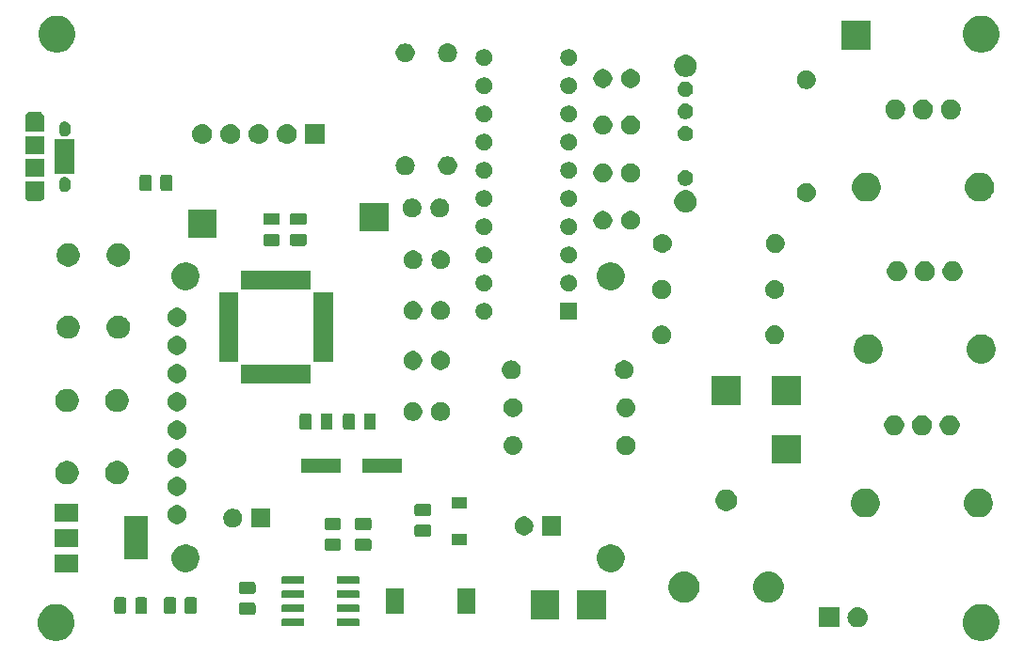
<source format=gbr>
G04 #@! TF.GenerationSoftware,KiCad,Pcbnew,(5.1.2-1)-1*
G04 #@! TF.CreationDate,2019-07-31T15:28:19-07:00*
G04 #@! TF.ProjectId,wavegenerator_v1,77617665-6765-46e6-9572-61746f725f76,rev?*
G04 #@! TF.SameCoordinates,Original*
G04 #@! TF.FileFunction,Soldermask,Top*
G04 #@! TF.FilePolarity,Negative*
%FSLAX46Y46*%
G04 Gerber Fmt 4.6, Leading zero omitted, Abs format (unit mm)*
G04 Created by KiCad (PCBNEW (5.1.2-1)-1) date 2019-07-31 15:28:19*
%MOMM*%
%LPD*%
G04 APERTURE LIST*
%ADD10C,0.100000*%
G04 APERTURE END LIST*
D10*
G36*
X49293256Y-96892498D02*
G01*
X49399579Y-96913647D01*
X49700042Y-97038103D01*
X49970451Y-97218785D01*
X50200415Y-97448749D01*
X50381097Y-97719158D01*
X50381098Y-97719160D01*
X50394462Y-97751423D01*
X50442491Y-97867375D01*
X50505553Y-98019622D01*
X50569000Y-98338589D01*
X50569000Y-98663811D01*
X50544693Y-98786009D01*
X50505553Y-98982779D01*
X50381097Y-99283242D01*
X50200415Y-99553651D01*
X49970451Y-99783615D01*
X49700042Y-99964297D01*
X49399579Y-100088753D01*
X49293256Y-100109902D01*
X49080611Y-100152200D01*
X48755389Y-100152200D01*
X48542744Y-100109902D01*
X48436421Y-100088753D01*
X48135958Y-99964297D01*
X47865549Y-99783615D01*
X47635585Y-99553651D01*
X47454903Y-99283242D01*
X47330447Y-98982779D01*
X47291307Y-98786009D01*
X47267000Y-98663811D01*
X47267000Y-98338589D01*
X47330447Y-98019622D01*
X47393510Y-97867375D01*
X47441538Y-97751423D01*
X47454902Y-97719160D01*
X47454903Y-97719158D01*
X47635585Y-97448749D01*
X47865549Y-97218785D01*
X48135958Y-97038103D01*
X48436421Y-96913647D01*
X48542744Y-96892498D01*
X48755389Y-96850200D01*
X49080611Y-96850200D01*
X49293256Y-96892498D01*
X49293256Y-96892498D01*
G37*
G36*
X132453366Y-96884000D02*
G01*
X132596379Y-96912447D01*
X132896842Y-97036903D01*
X133167251Y-97217585D01*
X133397215Y-97447549D01*
X133577884Y-97717939D01*
X133577898Y-97717960D01*
X133591759Y-97751423D01*
X133702353Y-98018421D01*
X133702592Y-98019622D01*
X133765800Y-98337389D01*
X133765800Y-98662611D01*
X133729154Y-98846840D01*
X133702353Y-98981579D01*
X133577897Y-99282042D01*
X133397215Y-99552451D01*
X133167251Y-99782415D01*
X132896842Y-99963097D01*
X132596379Y-100087553D01*
X132490056Y-100108702D01*
X132277411Y-100151000D01*
X131952189Y-100151000D01*
X131739544Y-100108702D01*
X131633221Y-100087553D01*
X131332758Y-99963097D01*
X131062349Y-99782415D01*
X130832385Y-99552451D01*
X130651703Y-99282042D01*
X130527247Y-98981579D01*
X130500446Y-98846840D01*
X130463800Y-98662611D01*
X130463800Y-98337389D01*
X130527008Y-98019622D01*
X130527247Y-98018421D01*
X130637841Y-97751423D01*
X130651702Y-97717960D01*
X130651716Y-97717939D01*
X130832385Y-97447549D01*
X131062349Y-97217585D01*
X131332758Y-97036903D01*
X131633221Y-96912447D01*
X131776234Y-96884000D01*
X131952189Y-96849000D01*
X132277411Y-96849000D01*
X132453366Y-96884000D01*
X132453366Y-96884000D01*
G37*
G36*
X119366600Y-98945000D02*
G01*
X117564600Y-98945000D01*
X117564600Y-97143000D01*
X119366600Y-97143000D01*
X119366600Y-98945000D01*
X119366600Y-98945000D01*
G37*
G36*
X121116043Y-97149519D02*
G01*
X121182227Y-97156037D01*
X121352066Y-97207557D01*
X121508591Y-97291222D01*
X121544329Y-97320552D01*
X121645786Y-97403814D01*
X121720560Y-97494928D01*
X121758378Y-97541009D01*
X121769592Y-97561988D01*
X121839542Y-97692854D01*
X121842043Y-97697534D01*
X121893563Y-97867373D01*
X121910959Y-98044000D01*
X121893563Y-98220627D01*
X121842043Y-98390466D01*
X121758378Y-98546991D01*
X121729048Y-98582729D01*
X121645786Y-98684186D01*
X121568440Y-98747661D01*
X121508591Y-98796778D01*
X121352066Y-98880443D01*
X121182227Y-98931963D01*
X121116043Y-98938481D01*
X121049860Y-98945000D01*
X120961340Y-98945000D01*
X120895158Y-98938482D01*
X120828973Y-98931963D01*
X120659134Y-98880443D01*
X120502609Y-98796778D01*
X120442760Y-98747661D01*
X120365414Y-98684186D01*
X120282152Y-98582729D01*
X120252822Y-98546991D01*
X120169157Y-98390466D01*
X120117637Y-98220627D01*
X120100241Y-98044000D01*
X120117637Y-97867373D01*
X120169157Y-97697534D01*
X120171659Y-97692854D01*
X120241608Y-97561988D01*
X120252822Y-97541009D01*
X120290640Y-97494928D01*
X120365414Y-97403814D01*
X120466871Y-97320552D01*
X120502609Y-97291222D01*
X120659134Y-97207557D01*
X120828973Y-97156037D01*
X120895158Y-97149518D01*
X120961340Y-97143000D01*
X121049860Y-97143000D01*
X121116043Y-97149519D01*
X121116043Y-97149519D01*
G37*
G36*
X71159928Y-98156764D02*
G01*
X71181009Y-98163160D01*
X71200445Y-98173548D01*
X71217476Y-98187524D01*
X71231452Y-98204555D01*
X71241840Y-98223991D01*
X71248236Y-98245072D01*
X71251000Y-98273140D01*
X71251000Y-98736860D01*
X71248236Y-98764928D01*
X71241840Y-98786009D01*
X71231452Y-98805445D01*
X71217476Y-98822476D01*
X71200445Y-98836452D01*
X71181009Y-98846840D01*
X71159928Y-98853236D01*
X71131860Y-98856000D01*
X69318140Y-98856000D01*
X69290072Y-98853236D01*
X69268991Y-98846840D01*
X69249555Y-98836452D01*
X69232524Y-98822476D01*
X69218548Y-98805445D01*
X69208160Y-98786009D01*
X69201764Y-98764928D01*
X69199000Y-98736860D01*
X69199000Y-98273140D01*
X69201764Y-98245072D01*
X69208160Y-98223991D01*
X69218548Y-98204555D01*
X69232524Y-98187524D01*
X69249555Y-98173548D01*
X69268991Y-98163160D01*
X69290072Y-98156764D01*
X69318140Y-98154000D01*
X71131860Y-98154000D01*
X71159928Y-98156764D01*
X71159928Y-98156764D01*
G37*
G36*
X76109928Y-98156764D02*
G01*
X76131009Y-98163160D01*
X76150445Y-98173548D01*
X76167476Y-98187524D01*
X76181452Y-98204555D01*
X76191840Y-98223991D01*
X76198236Y-98245072D01*
X76201000Y-98273140D01*
X76201000Y-98736860D01*
X76198236Y-98764928D01*
X76191840Y-98786009D01*
X76181452Y-98805445D01*
X76167476Y-98822476D01*
X76150445Y-98836452D01*
X76131009Y-98846840D01*
X76109928Y-98853236D01*
X76081860Y-98856000D01*
X74268140Y-98856000D01*
X74240072Y-98853236D01*
X74218991Y-98846840D01*
X74199555Y-98836452D01*
X74182524Y-98822476D01*
X74168548Y-98805445D01*
X74158160Y-98786009D01*
X74151764Y-98764928D01*
X74149000Y-98736860D01*
X74149000Y-98273140D01*
X74151764Y-98245072D01*
X74158160Y-98223991D01*
X74168548Y-98204555D01*
X74182524Y-98187524D01*
X74199555Y-98173548D01*
X74218991Y-98163160D01*
X74240072Y-98156764D01*
X74268140Y-98154000D01*
X76081860Y-98154000D01*
X76109928Y-98156764D01*
X76109928Y-98156764D01*
G37*
G36*
X98401000Y-98201000D02*
G01*
X95799000Y-98201000D01*
X95799000Y-95599000D01*
X98401000Y-95599000D01*
X98401000Y-98201000D01*
X98401000Y-98201000D01*
G37*
G36*
X94201000Y-98201000D02*
G01*
X91599000Y-98201000D01*
X91599000Y-95599000D01*
X94201000Y-95599000D01*
X94201000Y-98201000D01*
X94201000Y-98201000D01*
G37*
G36*
X66689668Y-96724365D02*
G01*
X66728338Y-96736096D01*
X66763977Y-96755146D01*
X66795217Y-96780783D01*
X66820854Y-96812023D01*
X66839904Y-96847662D01*
X66851635Y-96886332D01*
X66856200Y-96932688D01*
X66856200Y-97583912D01*
X66851635Y-97630268D01*
X66839904Y-97668938D01*
X66820854Y-97704577D01*
X66795217Y-97735817D01*
X66763977Y-97761454D01*
X66728338Y-97780504D01*
X66689668Y-97792235D01*
X66643312Y-97796800D01*
X65567088Y-97796800D01*
X65520732Y-97792235D01*
X65482062Y-97780504D01*
X65446423Y-97761454D01*
X65415183Y-97735817D01*
X65389546Y-97704577D01*
X65370496Y-97668938D01*
X65358765Y-97630268D01*
X65354200Y-97583912D01*
X65354200Y-96932688D01*
X65358765Y-96886332D01*
X65370496Y-96847662D01*
X65389546Y-96812023D01*
X65415183Y-96780783D01*
X65446423Y-96755146D01*
X65482062Y-96736096D01*
X65520732Y-96724365D01*
X65567088Y-96719800D01*
X66643312Y-96719800D01*
X66689668Y-96724365D01*
X66689668Y-96724365D01*
G37*
G36*
X59530868Y-96230765D02*
G01*
X59569538Y-96242496D01*
X59605177Y-96261546D01*
X59636417Y-96287183D01*
X59662054Y-96318423D01*
X59681104Y-96354062D01*
X59692835Y-96392732D01*
X59697400Y-96439088D01*
X59697400Y-97515312D01*
X59692835Y-97561668D01*
X59681104Y-97600338D01*
X59662054Y-97635977D01*
X59636417Y-97667217D01*
X59605177Y-97692854D01*
X59569538Y-97711904D01*
X59530868Y-97723635D01*
X59484512Y-97728200D01*
X58833288Y-97728200D01*
X58786932Y-97723635D01*
X58748262Y-97711904D01*
X58712623Y-97692854D01*
X58681383Y-97667217D01*
X58655746Y-97635977D01*
X58636696Y-97600338D01*
X58624965Y-97561668D01*
X58620400Y-97515312D01*
X58620400Y-96439088D01*
X58624965Y-96392732D01*
X58636696Y-96354062D01*
X58655746Y-96318423D01*
X58681383Y-96287183D01*
X58712623Y-96261546D01*
X58748262Y-96242496D01*
X58786932Y-96230765D01*
X58833288Y-96226200D01*
X59484512Y-96226200D01*
X59530868Y-96230765D01*
X59530868Y-96230765D01*
G37*
G36*
X61405868Y-96230765D02*
G01*
X61444538Y-96242496D01*
X61480177Y-96261546D01*
X61511417Y-96287183D01*
X61537054Y-96318423D01*
X61556104Y-96354062D01*
X61567835Y-96392732D01*
X61572400Y-96439088D01*
X61572400Y-97515312D01*
X61567835Y-97561668D01*
X61556104Y-97600338D01*
X61537054Y-97635977D01*
X61511417Y-97667217D01*
X61480177Y-97692854D01*
X61444538Y-97711904D01*
X61405868Y-97723635D01*
X61359512Y-97728200D01*
X60708288Y-97728200D01*
X60661932Y-97723635D01*
X60623262Y-97711904D01*
X60587623Y-97692854D01*
X60556383Y-97667217D01*
X60530746Y-97635977D01*
X60511696Y-97600338D01*
X60499965Y-97561668D01*
X60495400Y-97515312D01*
X60495400Y-96439088D01*
X60499965Y-96392732D01*
X60511696Y-96354062D01*
X60530746Y-96318423D01*
X60556383Y-96287183D01*
X60587623Y-96261546D01*
X60623262Y-96242496D01*
X60661932Y-96230765D01*
X60708288Y-96226200D01*
X61359512Y-96226200D01*
X61405868Y-96230765D01*
X61405868Y-96230765D01*
G37*
G36*
X56935468Y-96230765D02*
G01*
X56974138Y-96242496D01*
X57009777Y-96261546D01*
X57041017Y-96287183D01*
X57066654Y-96318423D01*
X57085704Y-96354062D01*
X57097435Y-96392732D01*
X57102000Y-96439088D01*
X57102000Y-97515312D01*
X57097435Y-97561668D01*
X57085704Y-97600338D01*
X57066654Y-97635977D01*
X57041017Y-97667217D01*
X57009777Y-97692854D01*
X56974138Y-97711904D01*
X56935468Y-97723635D01*
X56889112Y-97728200D01*
X56237888Y-97728200D01*
X56191532Y-97723635D01*
X56152862Y-97711904D01*
X56117223Y-97692854D01*
X56085983Y-97667217D01*
X56060346Y-97635977D01*
X56041296Y-97600338D01*
X56029565Y-97561668D01*
X56025000Y-97515312D01*
X56025000Y-96439088D01*
X56029565Y-96392732D01*
X56041296Y-96354062D01*
X56060346Y-96318423D01*
X56085983Y-96287183D01*
X56117223Y-96261546D01*
X56152862Y-96242496D01*
X56191532Y-96230765D01*
X56237888Y-96226200D01*
X56889112Y-96226200D01*
X56935468Y-96230765D01*
X56935468Y-96230765D01*
G37*
G36*
X55060468Y-96230765D02*
G01*
X55099138Y-96242496D01*
X55134777Y-96261546D01*
X55166017Y-96287183D01*
X55191654Y-96318423D01*
X55210704Y-96354062D01*
X55222435Y-96392732D01*
X55227000Y-96439088D01*
X55227000Y-97515312D01*
X55222435Y-97561668D01*
X55210704Y-97600338D01*
X55191654Y-97635977D01*
X55166017Y-97667217D01*
X55134777Y-97692854D01*
X55099138Y-97711904D01*
X55060468Y-97723635D01*
X55014112Y-97728200D01*
X54362888Y-97728200D01*
X54316532Y-97723635D01*
X54277862Y-97711904D01*
X54242223Y-97692854D01*
X54210983Y-97667217D01*
X54185346Y-97635977D01*
X54166296Y-97600338D01*
X54154565Y-97561668D01*
X54150000Y-97515312D01*
X54150000Y-96439088D01*
X54154565Y-96392732D01*
X54166296Y-96354062D01*
X54185346Y-96318423D01*
X54210983Y-96287183D01*
X54242223Y-96261546D01*
X54277862Y-96242496D01*
X54316532Y-96230765D01*
X54362888Y-96226200D01*
X55014112Y-96226200D01*
X55060468Y-96230765D01*
X55060468Y-96230765D01*
G37*
G36*
X86601800Y-97721800D02*
G01*
X84999800Y-97721800D01*
X84999800Y-95419800D01*
X86601800Y-95419800D01*
X86601800Y-97721800D01*
X86601800Y-97721800D01*
G37*
G36*
X80201800Y-97721800D02*
G01*
X78599800Y-97721800D01*
X78599800Y-95419800D01*
X80201800Y-95419800D01*
X80201800Y-97721800D01*
X80201800Y-97721800D01*
G37*
G36*
X76109928Y-96886764D02*
G01*
X76131009Y-96893160D01*
X76150445Y-96903548D01*
X76167476Y-96917524D01*
X76181452Y-96934555D01*
X76191840Y-96953991D01*
X76198236Y-96975072D01*
X76201000Y-97003140D01*
X76201000Y-97466860D01*
X76198236Y-97494928D01*
X76191840Y-97516009D01*
X76181452Y-97535445D01*
X76167476Y-97552476D01*
X76150445Y-97566452D01*
X76131009Y-97576840D01*
X76109928Y-97583236D01*
X76081860Y-97586000D01*
X74268140Y-97586000D01*
X74240072Y-97583236D01*
X74218991Y-97576840D01*
X74199555Y-97566452D01*
X74182524Y-97552476D01*
X74168548Y-97535445D01*
X74158160Y-97516009D01*
X74151764Y-97494928D01*
X74149000Y-97466860D01*
X74149000Y-97003140D01*
X74151764Y-96975072D01*
X74158160Y-96953991D01*
X74168548Y-96934555D01*
X74182524Y-96917524D01*
X74199555Y-96903548D01*
X74218991Y-96893160D01*
X74240072Y-96886764D01*
X74268140Y-96884000D01*
X76081860Y-96884000D01*
X76109928Y-96886764D01*
X76109928Y-96886764D01*
G37*
G36*
X71159928Y-96886764D02*
G01*
X71181009Y-96893160D01*
X71200445Y-96903548D01*
X71217476Y-96917524D01*
X71231452Y-96934555D01*
X71241840Y-96953991D01*
X71248236Y-96975072D01*
X71251000Y-97003140D01*
X71251000Y-97466860D01*
X71248236Y-97494928D01*
X71241840Y-97516009D01*
X71231452Y-97535445D01*
X71217476Y-97552476D01*
X71200445Y-97566452D01*
X71181009Y-97576840D01*
X71159928Y-97583236D01*
X71131860Y-97586000D01*
X69318140Y-97586000D01*
X69290072Y-97583236D01*
X69268991Y-97576840D01*
X69249555Y-97566452D01*
X69232524Y-97552476D01*
X69218548Y-97535445D01*
X69208160Y-97516009D01*
X69201764Y-97494928D01*
X69199000Y-97466860D01*
X69199000Y-97003140D01*
X69201764Y-96975072D01*
X69208160Y-96953991D01*
X69218548Y-96934555D01*
X69232524Y-96917524D01*
X69249555Y-96903548D01*
X69268991Y-96893160D01*
X69290072Y-96886764D01*
X69318140Y-96884000D01*
X71131860Y-96884000D01*
X71159928Y-96886764D01*
X71159928Y-96886764D01*
G37*
G36*
X113318433Y-93934893D02*
G01*
X113408657Y-93952839D01*
X113479540Y-93982200D01*
X113663621Y-94058449D01*
X113663622Y-94058450D01*
X113893086Y-94211772D01*
X114088228Y-94406914D01*
X114140578Y-94485262D01*
X114241551Y-94636379D01*
X114347161Y-94891344D01*
X114375267Y-95032641D01*
X114401000Y-95162014D01*
X114401000Y-95437986D01*
X114347161Y-95708657D01*
X114327856Y-95755262D01*
X114241551Y-95963621D01*
X114241550Y-95963622D01*
X114088228Y-96193086D01*
X113893086Y-96388228D01*
X113816968Y-96439088D01*
X113663621Y-96541551D01*
X113514267Y-96603415D01*
X113408657Y-96647161D01*
X113318433Y-96665107D01*
X113137988Y-96701000D01*
X112862012Y-96701000D01*
X112681567Y-96665107D01*
X112591343Y-96647161D01*
X112485733Y-96603415D01*
X112336379Y-96541551D01*
X112183032Y-96439088D01*
X112106914Y-96388228D01*
X111911772Y-96193086D01*
X111758450Y-95963622D01*
X111758449Y-95963621D01*
X111672144Y-95755262D01*
X111652839Y-95708657D01*
X111599000Y-95437986D01*
X111599000Y-95162014D01*
X111624734Y-95032641D01*
X111652839Y-94891344D01*
X111758449Y-94636379D01*
X111859422Y-94485262D01*
X111911772Y-94406914D01*
X112106914Y-94211772D01*
X112336378Y-94058450D01*
X112336379Y-94058449D01*
X112520460Y-93982200D01*
X112591343Y-93952839D01*
X112681567Y-93934893D01*
X112862012Y-93899000D01*
X113137988Y-93899000D01*
X113318433Y-93934893D01*
X113318433Y-93934893D01*
G37*
G36*
X105718433Y-93934893D02*
G01*
X105808657Y-93952839D01*
X105879540Y-93982200D01*
X106063621Y-94058449D01*
X106063622Y-94058450D01*
X106293086Y-94211772D01*
X106488228Y-94406914D01*
X106540578Y-94485262D01*
X106641551Y-94636379D01*
X106747161Y-94891344D01*
X106775267Y-95032641D01*
X106801000Y-95162014D01*
X106801000Y-95437986D01*
X106747161Y-95708657D01*
X106727856Y-95755262D01*
X106641551Y-95963621D01*
X106641550Y-95963622D01*
X106488228Y-96193086D01*
X106293086Y-96388228D01*
X106216968Y-96439088D01*
X106063621Y-96541551D01*
X105914267Y-96603415D01*
X105808657Y-96647161D01*
X105718433Y-96665107D01*
X105537988Y-96701000D01*
X105262012Y-96701000D01*
X105081567Y-96665107D01*
X104991343Y-96647161D01*
X104885733Y-96603415D01*
X104736379Y-96541551D01*
X104583032Y-96439088D01*
X104506914Y-96388228D01*
X104311772Y-96193086D01*
X104158450Y-95963622D01*
X104158449Y-95963621D01*
X104072144Y-95755262D01*
X104052839Y-95708657D01*
X103999000Y-95437986D01*
X103999000Y-95162014D01*
X104024734Y-95032641D01*
X104052839Y-94891344D01*
X104158449Y-94636379D01*
X104259422Y-94485262D01*
X104311772Y-94406914D01*
X104506914Y-94211772D01*
X104736378Y-94058450D01*
X104736379Y-94058449D01*
X104920460Y-93982200D01*
X104991343Y-93952839D01*
X105081567Y-93934893D01*
X105262012Y-93899000D01*
X105537988Y-93899000D01*
X105718433Y-93934893D01*
X105718433Y-93934893D01*
G37*
G36*
X71159928Y-95616764D02*
G01*
X71181009Y-95623160D01*
X71200445Y-95633548D01*
X71217476Y-95647524D01*
X71231452Y-95664555D01*
X71241840Y-95683991D01*
X71248236Y-95705072D01*
X71251000Y-95733140D01*
X71251000Y-96196860D01*
X71248236Y-96224928D01*
X71241840Y-96246009D01*
X71231452Y-96265445D01*
X71217476Y-96282476D01*
X71200445Y-96296452D01*
X71181009Y-96306840D01*
X71159928Y-96313236D01*
X71131860Y-96316000D01*
X69318140Y-96316000D01*
X69290072Y-96313236D01*
X69268991Y-96306840D01*
X69249555Y-96296452D01*
X69232524Y-96282476D01*
X69218548Y-96265445D01*
X69208160Y-96246009D01*
X69201764Y-96224928D01*
X69199000Y-96196860D01*
X69199000Y-95733140D01*
X69201764Y-95705072D01*
X69208160Y-95683991D01*
X69218548Y-95664555D01*
X69232524Y-95647524D01*
X69249555Y-95633548D01*
X69268991Y-95623160D01*
X69290072Y-95616764D01*
X69318140Y-95614000D01*
X71131860Y-95614000D01*
X71159928Y-95616764D01*
X71159928Y-95616764D01*
G37*
G36*
X76109928Y-95616764D02*
G01*
X76131009Y-95623160D01*
X76150445Y-95633548D01*
X76167476Y-95647524D01*
X76181452Y-95664555D01*
X76191840Y-95683991D01*
X76198236Y-95705072D01*
X76201000Y-95733140D01*
X76201000Y-96196860D01*
X76198236Y-96224928D01*
X76191840Y-96246009D01*
X76181452Y-96265445D01*
X76167476Y-96282476D01*
X76150445Y-96296452D01*
X76131009Y-96306840D01*
X76109928Y-96313236D01*
X76081860Y-96316000D01*
X74268140Y-96316000D01*
X74240072Y-96313236D01*
X74218991Y-96306840D01*
X74199555Y-96296452D01*
X74182524Y-96282476D01*
X74168548Y-96265445D01*
X74158160Y-96246009D01*
X74151764Y-96224928D01*
X74149000Y-96196860D01*
X74149000Y-95733140D01*
X74151764Y-95705072D01*
X74158160Y-95683991D01*
X74168548Y-95664555D01*
X74182524Y-95647524D01*
X74199555Y-95633548D01*
X74218991Y-95623160D01*
X74240072Y-95616764D01*
X74268140Y-95614000D01*
X76081860Y-95614000D01*
X76109928Y-95616764D01*
X76109928Y-95616764D01*
G37*
G36*
X66689668Y-94849365D02*
G01*
X66728338Y-94861096D01*
X66763977Y-94880146D01*
X66795217Y-94905783D01*
X66820854Y-94937023D01*
X66839904Y-94972662D01*
X66851635Y-95011332D01*
X66856200Y-95057688D01*
X66856200Y-95708912D01*
X66851635Y-95755268D01*
X66839904Y-95793938D01*
X66820854Y-95829577D01*
X66795217Y-95860817D01*
X66763977Y-95886454D01*
X66728338Y-95905504D01*
X66689668Y-95917235D01*
X66643312Y-95921800D01*
X65567088Y-95921800D01*
X65520732Y-95917235D01*
X65482062Y-95905504D01*
X65446423Y-95886454D01*
X65415183Y-95860817D01*
X65389546Y-95829577D01*
X65370496Y-95793938D01*
X65358765Y-95755268D01*
X65354200Y-95708912D01*
X65354200Y-95057688D01*
X65358765Y-95011332D01*
X65370496Y-94972662D01*
X65389546Y-94937023D01*
X65415183Y-94905783D01*
X65446423Y-94880146D01*
X65482062Y-94861096D01*
X65520732Y-94849365D01*
X65567088Y-94844800D01*
X66643312Y-94844800D01*
X66689668Y-94849365D01*
X66689668Y-94849365D01*
G37*
G36*
X76109928Y-94346764D02*
G01*
X76131009Y-94353160D01*
X76150445Y-94363548D01*
X76167476Y-94377524D01*
X76181452Y-94394555D01*
X76191840Y-94413991D01*
X76198236Y-94435072D01*
X76201000Y-94463140D01*
X76201000Y-94926860D01*
X76198236Y-94954928D01*
X76191840Y-94976009D01*
X76181452Y-94995445D01*
X76167476Y-95012476D01*
X76150445Y-95026452D01*
X76131009Y-95036840D01*
X76109928Y-95043236D01*
X76081860Y-95046000D01*
X74268140Y-95046000D01*
X74240072Y-95043236D01*
X74218991Y-95036840D01*
X74199555Y-95026452D01*
X74182524Y-95012476D01*
X74168548Y-94995445D01*
X74158160Y-94976009D01*
X74151764Y-94954928D01*
X74149000Y-94926860D01*
X74149000Y-94463140D01*
X74151764Y-94435072D01*
X74158160Y-94413991D01*
X74168548Y-94394555D01*
X74182524Y-94377524D01*
X74199555Y-94363548D01*
X74218991Y-94353160D01*
X74240072Y-94346764D01*
X74268140Y-94344000D01*
X76081860Y-94344000D01*
X76109928Y-94346764D01*
X76109928Y-94346764D01*
G37*
G36*
X71159928Y-94346764D02*
G01*
X71181009Y-94353160D01*
X71200445Y-94363548D01*
X71217476Y-94377524D01*
X71231452Y-94394555D01*
X71241840Y-94413991D01*
X71248236Y-94435072D01*
X71251000Y-94463140D01*
X71251000Y-94926860D01*
X71248236Y-94954928D01*
X71241840Y-94976009D01*
X71231452Y-94995445D01*
X71217476Y-95012476D01*
X71200445Y-95026452D01*
X71181009Y-95036840D01*
X71159928Y-95043236D01*
X71131860Y-95046000D01*
X69318140Y-95046000D01*
X69290072Y-95043236D01*
X69268991Y-95036840D01*
X69249555Y-95026452D01*
X69232524Y-95012476D01*
X69218548Y-94995445D01*
X69208160Y-94976009D01*
X69201764Y-94954928D01*
X69199000Y-94926860D01*
X69199000Y-94463140D01*
X69201764Y-94435072D01*
X69208160Y-94413991D01*
X69218548Y-94394555D01*
X69232524Y-94377524D01*
X69249555Y-94363548D01*
X69268991Y-94353160D01*
X69290072Y-94346764D01*
X69318140Y-94344000D01*
X71131860Y-94344000D01*
X71159928Y-94346764D01*
X71159928Y-94346764D01*
G37*
G36*
X50885400Y-93982200D02*
G01*
X48783400Y-93982200D01*
X48783400Y-92380200D01*
X50885400Y-92380200D01*
X50885400Y-93982200D01*
X50885400Y-93982200D01*
G37*
G36*
X60924903Y-91497075D02*
G01*
X61152571Y-91591378D01*
X61357466Y-91728285D01*
X61531715Y-91902534D01*
X61617437Y-92030826D01*
X61668623Y-92107431D01*
X61762925Y-92335097D01*
X61811000Y-92576786D01*
X61811000Y-92823214D01*
X61762925Y-93064903D01*
X61668622Y-93292571D01*
X61531715Y-93497466D01*
X61357466Y-93671715D01*
X61152571Y-93808622D01*
X61152570Y-93808623D01*
X61152569Y-93808623D01*
X60924903Y-93902925D01*
X60683214Y-93951000D01*
X60436786Y-93951000D01*
X60195097Y-93902925D01*
X59967431Y-93808623D01*
X59967430Y-93808623D01*
X59967429Y-93808622D01*
X59762534Y-93671715D01*
X59588285Y-93497466D01*
X59451378Y-93292571D01*
X59357075Y-93064903D01*
X59309000Y-92823214D01*
X59309000Y-92576786D01*
X59357075Y-92335097D01*
X59451377Y-92107431D01*
X59502563Y-92030826D01*
X59588285Y-91902534D01*
X59762534Y-91728285D01*
X59967429Y-91591378D01*
X60195097Y-91497075D01*
X60436786Y-91449000D01*
X60683214Y-91449000D01*
X60924903Y-91497075D01*
X60924903Y-91497075D01*
G37*
G36*
X99164903Y-91497075D02*
G01*
X99392571Y-91591378D01*
X99597466Y-91728285D01*
X99771715Y-91902534D01*
X99857437Y-92030826D01*
X99908623Y-92107431D01*
X100002925Y-92335097D01*
X100051000Y-92576786D01*
X100051000Y-92823214D01*
X100002925Y-93064903D01*
X99908622Y-93292571D01*
X99771715Y-93497466D01*
X99597466Y-93671715D01*
X99392571Y-93808622D01*
X99392570Y-93808623D01*
X99392569Y-93808623D01*
X99164903Y-93902925D01*
X98923214Y-93951000D01*
X98676786Y-93951000D01*
X98435097Y-93902925D01*
X98207431Y-93808623D01*
X98207430Y-93808623D01*
X98207429Y-93808622D01*
X98002534Y-93671715D01*
X97828285Y-93497466D01*
X97691378Y-93292571D01*
X97597075Y-93064903D01*
X97549000Y-92823214D01*
X97549000Y-92576786D01*
X97597075Y-92335097D01*
X97691377Y-92107431D01*
X97742563Y-92030826D01*
X97828285Y-91902534D01*
X98002534Y-91728285D01*
X98207429Y-91591378D01*
X98435097Y-91497075D01*
X98676786Y-91449000D01*
X98923214Y-91449000D01*
X99164903Y-91497075D01*
X99164903Y-91497075D01*
G37*
G36*
X57185400Y-92832200D02*
G01*
X55083400Y-92832200D01*
X55083400Y-88930200D01*
X57185400Y-88930200D01*
X57185400Y-92832200D01*
X57185400Y-92832200D01*
G37*
G36*
X74384468Y-90963565D02*
G01*
X74423138Y-90975296D01*
X74458777Y-90994346D01*
X74490017Y-91019983D01*
X74515654Y-91051223D01*
X74534704Y-91086862D01*
X74546435Y-91125532D01*
X74551000Y-91171888D01*
X74551000Y-91823112D01*
X74546435Y-91869468D01*
X74534704Y-91908138D01*
X74515654Y-91943777D01*
X74490017Y-91975017D01*
X74458777Y-92000654D01*
X74423138Y-92019704D01*
X74384468Y-92031435D01*
X74338112Y-92036000D01*
X73261888Y-92036000D01*
X73215532Y-92031435D01*
X73176862Y-92019704D01*
X73141223Y-92000654D01*
X73109983Y-91975017D01*
X73084346Y-91943777D01*
X73065296Y-91908138D01*
X73053565Y-91869468D01*
X73049000Y-91823112D01*
X73049000Y-91171888D01*
X73053565Y-91125532D01*
X73065296Y-91086862D01*
X73084346Y-91051223D01*
X73109983Y-91019983D01*
X73141223Y-90994346D01*
X73176862Y-90975296D01*
X73215532Y-90963565D01*
X73261888Y-90959000D01*
X74338112Y-90959000D01*
X74384468Y-90963565D01*
X74384468Y-90963565D01*
G37*
G36*
X77112868Y-90963565D02*
G01*
X77151538Y-90975296D01*
X77187177Y-90994346D01*
X77218417Y-91019983D01*
X77244054Y-91051223D01*
X77263104Y-91086862D01*
X77274835Y-91125532D01*
X77279400Y-91171888D01*
X77279400Y-91823112D01*
X77274835Y-91869468D01*
X77263104Y-91908138D01*
X77244054Y-91943777D01*
X77218417Y-91975017D01*
X77187177Y-92000654D01*
X77151538Y-92019704D01*
X77112868Y-92031435D01*
X77066512Y-92036000D01*
X75990288Y-92036000D01*
X75943932Y-92031435D01*
X75905262Y-92019704D01*
X75869623Y-92000654D01*
X75838383Y-91975017D01*
X75812746Y-91943777D01*
X75793696Y-91908138D01*
X75781965Y-91869468D01*
X75777400Y-91823112D01*
X75777400Y-91171888D01*
X75781965Y-91125532D01*
X75793696Y-91086862D01*
X75812746Y-91051223D01*
X75838383Y-91019983D01*
X75869623Y-90994346D01*
X75905262Y-90975296D01*
X75943932Y-90963565D01*
X75990288Y-90959000D01*
X77066512Y-90959000D01*
X77112868Y-90963565D01*
X77112868Y-90963565D01*
G37*
G36*
X50885400Y-91682200D02*
G01*
X48783400Y-91682200D01*
X48783400Y-90080200D01*
X50885400Y-90080200D01*
X50885400Y-91682200D01*
X50885400Y-91682200D01*
G37*
G36*
X85851000Y-91551000D02*
G01*
X84549000Y-91551000D01*
X84549000Y-90549000D01*
X85851000Y-90549000D01*
X85851000Y-91551000D01*
X85851000Y-91551000D01*
G37*
G36*
X82484468Y-89703565D02*
G01*
X82523138Y-89715296D01*
X82558777Y-89734346D01*
X82590017Y-89759983D01*
X82615654Y-89791223D01*
X82634704Y-89826862D01*
X82646435Y-89865532D01*
X82651000Y-89911888D01*
X82651000Y-90563112D01*
X82646435Y-90609468D01*
X82634704Y-90648138D01*
X82615654Y-90683777D01*
X82590017Y-90715017D01*
X82558777Y-90740654D01*
X82523138Y-90759704D01*
X82484468Y-90771435D01*
X82438112Y-90776000D01*
X81361888Y-90776000D01*
X81315532Y-90771435D01*
X81276862Y-90759704D01*
X81241223Y-90740654D01*
X81209983Y-90715017D01*
X81184346Y-90683777D01*
X81165296Y-90648138D01*
X81153565Y-90609468D01*
X81149000Y-90563112D01*
X81149000Y-89911888D01*
X81153565Y-89865532D01*
X81165296Y-89826862D01*
X81184346Y-89791223D01*
X81209983Y-89759983D01*
X81241223Y-89734346D01*
X81276862Y-89715296D01*
X81315532Y-89703565D01*
X81361888Y-89699000D01*
X82438112Y-89699000D01*
X82484468Y-89703565D01*
X82484468Y-89703565D01*
G37*
G36*
X91248228Y-88981703D02*
G01*
X91403100Y-89045853D01*
X91542481Y-89138985D01*
X91661015Y-89257519D01*
X91754147Y-89396900D01*
X91818297Y-89551772D01*
X91851000Y-89716184D01*
X91851000Y-89883816D01*
X91818297Y-90048228D01*
X91754147Y-90203100D01*
X91661015Y-90342481D01*
X91542481Y-90461015D01*
X91403100Y-90554147D01*
X91248228Y-90618297D01*
X91083816Y-90651000D01*
X90916184Y-90651000D01*
X90751772Y-90618297D01*
X90596900Y-90554147D01*
X90457519Y-90461015D01*
X90338985Y-90342481D01*
X90245853Y-90203100D01*
X90181703Y-90048228D01*
X90149000Y-89883816D01*
X90149000Y-89716184D01*
X90181703Y-89551772D01*
X90245853Y-89396900D01*
X90338985Y-89257519D01*
X90457519Y-89138985D01*
X90596900Y-89045853D01*
X90751772Y-88981703D01*
X90916184Y-88949000D01*
X91083816Y-88949000D01*
X91248228Y-88981703D01*
X91248228Y-88981703D01*
G37*
G36*
X94351000Y-90651000D02*
G01*
X92649000Y-90651000D01*
X92649000Y-88949000D01*
X94351000Y-88949000D01*
X94351000Y-90651000D01*
X94351000Y-90651000D01*
G37*
G36*
X77112868Y-89088565D02*
G01*
X77151538Y-89100296D01*
X77187177Y-89119346D01*
X77218417Y-89144983D01*
X77244054Y-89176223D01*
X77263104Y-89211862D01*
X77274835Y-89250532D01*
X77279400Y-89296888D01*
X77279400Y-89948112D01*
X77274835Y-89994468D01*
X77263104Y-90033138D01*
X77244054Y-90068777D01*
X77218417Y-90100017D01*
X77187177Y-90125654D01*
X77151538Y-90144704D01*
X77112868Y-90156435D01*
X77066512Y-90161000D01*
X75990288Y-90161000D01*
X75943932Y-90156435D01*
X75905262Y-90144704D01*
X75869623Y-90125654D01*
X75838383Y-90100017D01*
X75812746Y-90068777D01*
X75793696Y-90033138D01*
X75781965Y-89994468D01*
X75777400Y-89948112D01*
X75777400Y-89296888D01*
X75781965Y-89250532D01*
X75793696Y-89211862D01*
X75812746Y-89176223D01*
X75838383Y-89144983D01*
X75869623Y-89119346D01*
X75905262Y-89100296D01*
X75943932Y-89088565D01*
X75990288Y-89084000D01*
X77066512Y-89084000D01*
X77112868Y-89088565D01*
X77112868Y-89088565D01*
G37*
G36*
X74384468Y-89088565D02*
G01*
X74423138Y-89100296D01*
X74458777Y-89119346D01*
X74490017Y-89144983D01*
X74515654Y-89176223D01*
X74534704Y-89211862D01*
X74546435Y-89250532D01*
X74551000Y-89296888D01*
X74551000Y-89948112D01*
X74546435Y-89994468D01*
X74534704Y-90033138D01*
X74515654Y-90068777D01*
X74490017Y-90100017D01*
X74458777Y-90125654D01*
X74423138Y-90144704D01*
X74384468Y-90156435D01*
X74338112Y-90161000D01*
X73261888Y-90161000D01*
X73215532Y-90156435D01*
X73176862Y-90144704D01*
X73141223Y-90125654D01*
X73109983Y-90100017D01*
X73084346Y-90068777D01*
X73065296Y-90033138D01*
X73053565Y-89994468D01*
X73049000Y-89948112D01*
X73049000Y-89296888D01*
X73053565Y-89250532D01*
X73065296Y-89211862D01*
X73084346Y-89176223D01*
X73109983Y-89144983D01*
X73141223Y-89119346D01*
X73176862Y-89100296D01*
X73215532Y-89088565D01*
X73261888Y-89084000D01*
X74338112Y-89084000D01*
X74384468Y-89088565D01*
X74384468Y-89088565D01*
G37*
G36*
X65048228Y-88281703D02*
G01*
X65203100Y-88345853D01*
X65342481Y-88438985D01*
X65461015Y-88557519D01*
X65554147Y-88696900D01*
X65618297Y-88851772D01*
X65651000Y-89016184D01*
X65651000Y-89183816D01*
X65618297Y-89348228D01*
X65554147Y-89503100D01*
X65461015Y-89642481D01*
X65342481Y-89761015D01*
X65203100Y-89854147D01*
X65048228Y-89918297D01*
X64883816Y-89951000D01*
X64716184Y-89951000D01*
X64551772Y-89918297D01*
X64396900Y-89854147D01*
X64257519Y-89761015D01*
X64138985Y-89642481D01*
X64045853Y-89503100D01*
X63981703Y-89348228D01*
X63949000Y-89183816D01*
X63949000Y-89016184D01*
X63981703Y-88851772D01*
X64045853Y-88696900D01*
X64138985Y-88557519D01*
X64257519Y-88438985D01*
X64396900Y-88345853D01*
X64551772Y-88281703D01*
X64716184Y-88249000D01*
X64883816Y-88249000D01*
X65048228Y-88281703D01*
X65048228Y-88281703D01*
G37*
G36*
X68151000Y-89951000D02*
G01*
X66449000Y-89951000D01*
X66449000Y-88249000D01*
X68151000Y-88249000D01*
X68151000Y-89951000D01*
X68151000Y-89951000D01*
G37*
G36*
X60028228Y-87971703D02*
G01*
X60183100Y-88035853D01*
X60322481Y-88128985D01*
X60441015Y-88247519D01*
X60534147Y-88386900D01*
X60598297Y-88541772D01*
X60631000Y-88706184D01*
X60631000Y-88873816D01*
X60598297Y-89038228D01*
X60534147Y-89193100D01*
X60441015Y-89332481D01*
X60322481Y-89451015D01*
X60183100Y-89544147D01*
X60028228Y-89608297D01*
X59863816Y-89641000D01*
X59696184Y-89641000D01*
X59531772Y-89608297D01*
X59376900Y-89544147D01*
X59237519Y-89451015D01*
X59118985Y-89332481D01*
X59025853Y-89193100D01*
X58961703Y-89038228D01*
X58929000Y-88873816D01*
X58929000Y-88706184D01*
X58961703Y-88541772D01*
X59025853Y-88386900D01*
X59118985Y-88247519D01*
X59237519Y-88128985D01*
X59376900Y-88035853D01*
X59531772Y-87971703D01*
X59696184Y-87939000D01*
X59863816Y-87939000D01*
X60028228Y-87971703D01*
X60028228Y-87971703D01*
G37*
G36*
X50885400Y-89382200D02*
G01*
X48783400Y-89382200D01*
X48783400Y-87780200D01*
X50885400Y-87780200D01*
X50885400Y-89382200D01*
X50885400Y-89382200D01*
G37*
G36*
X122086287Y-86480596D02*
G01*
X122323053Y-86578668D01*
X122323055Y-86578669D01*
X122536139Y-86721047D01*
X122717353Y-86902261D01*
X122828295Y-87068297D01*
X122859732Y-87115347D01*
X122957804Y-87352113D01*
X123007800Y-87603461D01*
X123007800Y-87859739D01*
X122957804Y-88111087D01*
X122901291Y-88247520D01*
X122859731Y-88347855D01*
X122717353Y-88560939D01*
X122536139Y-88742153D01*
X122323055Y-88884531D01*
X122323054Y-88884532D01*
X122323053Y-88884532D01*
X122086287Y-88982604D01*
X121834939Y-89032600D01*
X121578661Y-89032600D01*
X121327313Y-88982604D01*
X121090547Y-88884532D01*
X121090546Y-88884532D01*
X121090545Y-88884531D01*
X120877461Y-88742153D01*
X120696247Y-88560939D01*
X120553869Y-88347855D01*
X120512309Y-88247520D01*
X120455796Y-88111087D01*
X120405800Y-87859739D01*
X120405800Y-87603461D01*
X120455796Y-87352113D01*
X120553868Y-87115347D01*
X120585306Y-87068297D01*
X120696247Y-86902261D01*
X120877461Y-86721047D01*
X121090545Y-86578669D01*
X121090547Y-86578668D01*
X121327313Y-86480596D01*
X121578661Y-86430600D01*
X121834939Y-86430600D01*
X122086287Y-86480596D01*
X122086287Y-86480596D01*
G37*
G36*
X132266287Y-86480596D02*
G01*
X132503053Y-86578668D01*
X132503055Y-86578669D01*
X132716139Y-86721047D01*
X132897353Y-86902261D01*
X133008295Y-87068297D01*
X133039732Y-87115347D01*
X133137804Y-87352113D01*
X133187800Y-87603461D01*
X133187800Y-87859739D01*
X133137804Y-88111087D01*
X133081291Y-88247520D01*
X133039731Y-88347855D01*
X132897353Y-88560939D01*
X132716139Y-88742153D01*
X132503055Y-88884531D01*
X132503054Y-88884532D01*
X132503053Y-88884532D01*
X132266287Y-88982604D01*
X132014939Y-89032600D01*
X131758661Y-89032600D01*
X131507313Y-88982604D01*
X131270547Y-88884532D01*
X131270546Y-88884532D01*
X131270545Y-88884531D01*
X131057461Y-88742153D01*
X130876247Y-88560939D01*
X130733869Y-88347855D01*
X130692309Y-88247520D01*
X130635796Y-88111087D01*
X130585800Y-87859739D01*
X130585800Y-87603461D01*
X130635796Y-87352113D01*
X130733868Y-87115347D01*
X130765306Y-87068297D01*
X130876247Y-86902261D01*
X131057461Y-86721047D01*
X131270545Y-86578669D01*
X131270547Y-86578668D01*
X131507313Y-86480596D01*
X131758661Y-86430600D01*
X132014939Y-86430600D01*
X132266287Y-86480596D01*
X132266287Y-86480596D01*
G37*
G36*
X82484468Y-87828565D02*
G01*
X82523138Y-87840296D01*
X82558777Y-87859346D01*
X82590017Y-87884983D01*
X82615654Y-87916223D01*
X82634704Y-87951862D01*
X82646435Y-87990532D01*
X82651000Y-88036888D01*
X82651000Y-88688112D01*
X82646435Y-88734468D01*
X82634704Y-88773138D01*
X82615654Y-88808777D01*
X82590017Y-88840017D01*
X82558777Y-88865654D01*
X82523138Y-88884704D01*
X82484468Y-88896435D01*
X82438112Y-88901000D01*
X81361888Y-88901000D01*
X81315532Y-88896435D01*
X81276862Y-88884704D01*
X81241223Y-88865654D01*
X81209983Y-88840017D01*
X81184346Y-88808777D01*
X81165296Y-88773138D01*
X81153565Y-88734468D01*
X81149000Y-88688112D01*
X81149000Y-88036888D01*
X81153565Y-87990532D01*
X81165296Y-87951862D01*
X81184346Y-87916223D01*
X81209983Y-87884983D01*
X81241223Y-87859346D01*
X81276862Y-87840296D01*
X81315532Y-87828565D01*
X81361888Y-87824000D01*
X82438112Y-87824000D01*
X82484468Y-87828565D01*
X82484468Y-87828565D01*
G37*
G36*
X109480897Y-86574007D02*
G01*
X109656152Y-86646600D01*
X109813877Y-86751989D01*
X109948011Y-86886123D01*
X110053400Y-87043848D01*
X110125993Y-87219103D01*
X110163000Y-87405153D01*
X110163000Y-87594847D01*
X110125993Y-87780897D01*
X110053400Y-87956152D01*
X109948011Y-88113877D01*
X109813877Y-88248011D01*
X109656152Y-88353400D01*
X109480897Y-88425993D01*
X109294847Y-88463000D01*
X109105153Y-88463000D01*
X108919103Y-88425993D01*
X108743848Y-88353400D01*
X108586123Y-88248011D01*
X108451989Y-88113877D01*
X108346600Y-87956152D01*
X108274007Y-87780897D01*
X108237000Y-87594847D01*
X108237000Y-87405153D01*
X108274007Y-87219103D01*
X108346600Y-87043848D01*
X108451989Y-86886123D01*
X108586123Y-86751989D01*
X108743848Y-86646600D01*
X108919103Y-86574007D01*
X109105153Y-86537000D01*
X109294847Y-86537000D01*
X109480897Y-86574007D01*
X109480897Y-86574007D01*
G37*
G36*
X85851000Y-88251000D02*
G01*
X84549000Y-88251000D01*
X84549000Y-87249000D01*
X85851000Y-87249000D01*
X85851000Y-88251000D01*
X85851000Y-88251000D01*
G37*
G36*
X60028228Y-85431703D02*
G01*
X60183100Y-85495853D01*
X60322481Y-85588985D01*
X60441015Y-85707519D01*
X60534147Y-85846900D01*
X60598297Y-86001772D01*
X60631000Y-86166184D01*
X60631000Y-86333816D01*
X60598297Y-86498228D01*
X60534147Y-86653100D01*
X60441015Y-86792481D01*
X60322481Y-86911015D01*
X60183100Y-87004147D01*
X60028228Y-87068297D01*
X59863816Y-87101000D01*
X59696184Y-87101000D01*
X59531772Y-87068297D01*
X59376900Y-87004147D01*
X59237519Y-86911015D01*
X59118985Y-86792481D01*
X59025853Y-86653100D01*
X58961703Y-86498228D01*
X58929000Y-86333816D01*
X58929000Y-86166184D01*
X58961703Y-86001772D01*
X59025853Y-85846900D01*
X59118985Y-85707519D01*
X59237519Y-85588985D01*
X59376900Y-85495853D01*
X59531772Y-85431703D01*
X59696184Y-85399000D01*
X59863816Y-85399000D01*
X60028228Y-85431703D01*
X60028228Y-85431703D01*
G37*
G36*
X54706564Y-83989389D02*
G01*
X54897833Y-84068615D01*
X54897835Y-84068616D01*
X54964405Y-84113097D01*
X55069973Y-84183635D01*
X55216365Y-84330027D01*
X55331385Y-84502167D01*
X55410611Y-84693436D01*
X55451000Y-84896484D01*
X55451000Y-85103516D01*
X55410611Y-85306564D01*
X55332205Y-85495853D01*
X55331384Y-85497835D01*
X55216365Y-85669973D01*
X55069973Y-85816365D01*
X54897835Y-85931384D01*
X54897834Y-85931385D01*
X54897833Y-85931385D01*
X54706564Y-86010611D01*
X54503516Y-86051000D01*
X54296484Y-86051000D01*
X54093436Y-86010611D01*
X53902167Y-85931385D01*
X53902166Y-85931385D01*
X53902165Y-85931384D01*
X53730027Y-85816365D01*
X53583635Y-85669973D01*
X53468616Y-85497835D01*
X53467795Y-85495853D01*
X53389389Y-85306564D01*
X53349000Y-85103516D01*
X53349000Y-84896484D01*
X53389389Y-84693436D01*
X53468615Y-84502167D01*
X53583635Y-84330027D01*
X53730027Y-84183635D01*
X53835595Y-84113097D01*
X53902165Y-84068616D01*
X53902167Y-84068615D01*
X54093436Y-83989389D01*
X54296484Y-83949000D01*
X54503516Y-83949000D01*
X54706564Y-83989389D01*
X54706564Y-83989389D01*
G37*
G36*
X50206564Y-83989389D02*
G01*
X50397833Y-84068615D01*
X50397835Y-84068616D01*
X50464405Y-84113097D01*
X50569973Y-84183635D01*
X50716365Y-84330027D01*
X50831385Y-84502167D01*
X50910611Y-84693436D01*
X50951000Y-84896484D01*
X50951000Y-85103516D01*
X50910611Y-85306564D01*
X50832205Y-85495853D01*
X50831384Y-85497835D01*
X50716365Y-85669973D01*
X50569973Y-85816365D01*
X50397835Y-85931384D01*
X50397834Y-85931385D01*
X50397833Y-85931385D01*
X50206564Y-86010611D01*
X50003516Y-86051000D01*
X49796484Y-86051000D01*
X49593436Y-86010611D01*
X49402167Y-85931385D01*
X49402166Y-85931385D01*
X49402165Y-85931384D01*
X49230027Y-85816365D01*
X49083635Y-85669973D01*
X48968616Y-85497835D01*
X48967795Y-85495853D01*
X48889389Y-85306564D01*
X48849000Y-85103516D01*
X48849000Y-84896484D01*
X48889389Y-84693436D01*
X48968615Y-84502167D01*
X49083635Y-84330027D01*
X49230027Y-84183635D01*
X49335595Y-84113097D01*
X49402165Y-84068616D01*
X49402167Y-84068615D01*
X49593436Y-83989389D01*
X49796484Y-83949000D01*
X50003516Y-83949000D01*
X50206564Y-83989389D01*
X50206564Y-83989389D01*
G37*
G36*
X74551000Y-85051000D02*
G01*
X70949000Y-85051000D01*
X70949000Y-83749000D01*
X74551000Y-83749000D01*
X74551000Y-85051000D01*
X74551000Y-85051000D01*
G37*
G36*
X80051000Y-85051000D02*
G01*
X76449000Y-85051000D01*
X76449000Y-83749000D01*
X80051000Y-83749000D01*
X80051000Y-85051000D01*
X80051000Y-85051000D01*
G37*
G36*
X60028228Y-82891703D02*
G01*
X60183100Y-82955853D01*
X60322481Y-83048985D01*
X60441015Y-83167519D01*
X60534147Y-83306900D01*
X60598297Y-83461772D01*
X60631000Y-83626184D01*
X60631000Y-83793816D01*
X60598297Y-83958228D01*
X60534147Y-84113100D01*
X60441015Y-84252481D01*
X60322481Y-84371015D01*
X60183100Y-84464147D01*
X60028228Y-84528297D01*
X59863816Y-84561000D01*
X59696184Y-84561000D01*
X59531772Y-84528297D01*
X59376900Y-84464147D01*
X59237519Y-84371015D01*
X59118985Y-84252481D01*
X59025853Y-84113100D01*
X58961703Y-83958228D01*
X58929000Y-83793816D01*
X58929000Y-83626184D01*
X58961703Y-83461772D01*
X59025853Y-83306900D01*
X59118985Y-83167519D01*
X59237519Y-83048985D01*
X59376900Y-82955853D01*
X59531772Y-82891703D01*
X59696184Y-82859000D01*
X59863816Y-82859000D01*
X60028228Y-82891703D01*
X60028228Y-82891703D01*
G37*
G36*
X115901000Y-84201000D02*
G01*
X113299000Y-84201000D01*
X113299000Y-81599000D01*
X115901000Y-81599000D01*
X115901000Y-84201000D01*
X115901000Y-84201000D01*
G37*
G36*
X100425828Y-81731703D02*
G01*
X100580700Y-81795853D01*
X100720081Y-81888985D01*
X100838615Y-82007519D01*
X100931747Y-82146900D01*
X100995897Y-82301772D01*
X101028600Y-82466184D01*
X101028600Y-82633816D01*
X100995897Y-82798228D01*
X100931747Y-82953100D01*
X100838615Y-83092481D01*
X100720081Y-83211015D01*
X100580700Y-83304147D01*
X100425828Y-83368297D01*
X100261416Y-83401000D01*
X100093784Y-83401000D01*
X99929372Y-83368297D01*
X99774500Y-83304147D01*
X99635119Y-83211015D01*
X99516585Y-83092481D01*
X99423453Y-82953100D01*
X99359303Y-82798228D01*
X99326600Y-82633816D01*
X99326600Y-82466184D01*
X99359303Y-82301772D01*
X99423453Y-82146900D01*
X99516585Y-82007519D01*
X99635119Y-81888985D01*
X99774500Y-81795853D01*
X99929372Y-81731703D01*
X100093784Y-81699000D01*
X100261416Y-81699000D01*
X100425828Y-81731703D01*
X100425828Y-81731703D01*
G37*
G36*
X90184423Y-81711313D02*
G01*
X90344842Y-81759976D01*
X90411961Y-81795852D01*
X90492678Y-81838996D01*
X90622259Y-81945341D01*
X90728604Y-82074922D01*
X90728605Y-82074924D01*
X90807624Y-82222758D01*
X90856287Y-82383177D01*
X90872717Y-82550000D01*
X90856287Y-82716823D01*
X90807624Y-82877242D01*
X90736714Y-83009906D01*
X90728604Y-83025078D01*
X90622259Y-83154659D01*
X90492678Y-83261004D01*
X90492676Y-83261005D01*
X90344842Y-83340024D01*
X90184423Y-83388687D01*
X90059404Y-83401000D01*
X89975796Y-83401000D01*
X89850777Y-83388687D01*
X89690358Y-83340024D01*
X89542524Y-83261005D01*
X89542522Y-83261004D01*
X89412941Y-83154659D01*
X89306596Y-83025078D01*
X89298486Y-83009906D01*
X89227576Y-82877242D01*
X89178913Y-82716823D01*
X89162483Y-82550000D01*
X89178913Y-82383177D01*
X89227576Y-82222758D01*
X89306595Y-82074924D01*
X89306596Y-82074922D01*
X89412941Y-81945341D01*
X89542522Y-81838996D01*
X89623239Y-81795852D01*
X89690358Y-81759976D01*
X89850777Y-81711313D01*
X89975796Y-81699000D01*
X90059404Y-81699000D01*
X90184423Y-81711313D01*
X90184423Y-81711313D01*
G37*
G36*
X60028228Y-80351703D02*
G01*
X60183100Y-80415853D01*
X60322481Y-80508985D01*
X60441015Y-80627519D01*
X60534147Y-80766900D01*
X60598297Y-80921772D01*
X60631000Y-81086184D01*
X60631000Y-81253816D01*
X60598297Y-81418228D01*
X60534147Y-81573100D01*
X60441015Y-81712481D01*
X60322481Y-81831015D01*
X60183100Y-81924147D01*
X60028228Y-81988297D01*
X59863816Y-82021000D01*
X59696184Y-82021000D01*
X59531772Y-81988297D01*
X59376900Y-81924147D01*
X59237519Y-81831015D01*
X59118985Y-81712481D01*
X59025853Y-81573100D01*
X58961703Y-81418228D01*
X58929000Y-81253816D01*
X58929000Y-81086184D01*
X58961703Y-80921772D01*
X59025853Y-80766900D01*
X59118985Y-80627519D01*
X59237519Y-80508985D01*
X59376900Y-80415853D01*
X59531772Y-80351703D01*
X59696184Y-80319000D01*
X59863816Y-80319000D01*
X60028228Y-80351703D01*
X60028228Y-80351703D01*
G37*
G36*
X129410312Y-79835527D02*
G01*
X129559612Y-79865224D01*
X129723584Y-79933144D01*
X129871154Y-80031747D01*
X129996653Y-80157246D01*
X130095256Y-80304816D01*
X130163176Y-80468788D01*
X130197800Y-80642859D01*
X130197800Y-80820341D01*
X130163176Y-80994412D01*
X130095256Y-81158384D01*
X129996653Y-81305954D01*
X129871154Y-81431453D01*
X129723584Y-81530056D01*
X129559612Y-81597976D01*
X129410312Y-81627673D01*
X129385542Y-81632600D01*
X129208058Y-81632600D01*
X129183288Y-81627673D01*
X129033988Y-81597976D01*
X128870016Y-81530056D01*
X128722446Y-81431453D01*
X128596947Y-81305954D01*
X128498344Y-81158384D01*
X128430424Y-80994412D01*
X128395800Y-80820341D01*
X128395800Y-80642859D01*
X128430424Y-80468788D01*
X128498344Y-80304816D01*
X128596947Y-80157246D01*
X128722446Y-80031747D01*
X128870016Y-79933144D01*
X129033988Y-79865224D01*
X129183288Y-79835527D01*
X129208058Y-79830600D01*
X129385542Y-79830600D01*
X129410312Y-79835527D01*
X129410312Y-79835527D01*
G37*
G36*
X126910312Y-79835527D02*
G01*
X127059612Y-79865224D01*
X127223584Y-79933144D01*
X127371154Y-80031747D01*
X127496653Y-80157246D01*
X127595256Y-80304816D01*
X127663176Y-80468788D01*
X127697800Y-80642859D01*
X127697800Y-80820341D01*
X127663176Y-80994412D01*
X127595256Y-81158384D01*
X127496653Y-81305954D01*
X127371154Y-81431453D01*
X127223584Y-81530056D01*
X127059612Y-81597976D01*
X126910312Y-81627673D01*
X126885542Y-81632600D01*
X126708058Y-81632600D01*
X126683288Y-81627673D01*
X126533988Y-81597976D01*
X126370016Y-81530056D01*
X126222446Y-81431453D01*
X126096947Y-81305954D01*
X125998344Y-81158384D01*
X125930424Y-80994412D01*
X125895800Y-80820341D01*
X125895800Y-80642859D01*
X125930424Y-80468788D01*
X125998344Y-80304816D01*
X126096947Y-80157246D01*
X126222446Y-80031747D01*
X126370016Y-79933144D01*
X126533988Y-79865224D01*
X126683288Y-79835527D01*
X126708058Y-79830600D01*
X126885542Y-79830600D01*
X126910312Y-79835527D01*
X126910312Y-79835527D01*
G37*
G36*
X124410312Y-79835527D02*
G01*
X124559612Y-79865224D01*
X124723584Y-79933144D01*
X124871154Y-80031747D01*
X124996653Y-80157246D01*
X125095256Y-80304816D01*
X125163176Y-80468788D01*
X125197800Y-80642859D01*
X125197800Y-80820341D01*
X125163176Y-80994412D01*
X125095256Y-81158384D01*
X124996653Y-81305954D01*
X124871154Y-81431453D01*
X124723584Y-81530056D01*
X124559612Y-81597976D01*
X124410312Y-81627673D01*
X124385542Y-81632600D01*
X124208058Y-81632600D01*
X124183288Y-81627673D01*
X124033988Y-81597976D01*
X123870016Y-81530056D01*
X123722446Y-81431453D01*
X123596947Y-81305954D01*
X123498344Y-81158384D01*
X123430424Y-80994412D01*
X123395800Y-80820341D01*
X123395800Y-80642859D01*
X123430424Y-80468788D01*
X123498344Y-80304816D01*
X123596947Y-80157246D01*
X123722446Y-80031747D01*
X123870016Y-79933144D01*
X124033988Y-79865224D01*
X124183288Y-79835527D01*
X124208058Y-79830600D01*
X124385542Y-79830600D01*
X124410312Y-79835527D01*
X124410312Y-79835527D01*
G37*
G36*
X77509468Y-79653565D02*
G01*
X77548138Y-79665296D01*
X77583777Y-79684346D01*
X77615017Y-79709983D01*
X77640654Y-79741223D01*
X77659704Y-79776862D01*
X77671435Y-79815532D01*
X77676000Y-79861888D01*
X77676000Y-80938112D01*
X77671435Y-80984468D01*
X77659704Y-81023138D01*
X77640654Y-81058777D01*
X77615017Y-81090017D01*
X77583777Y-81115654D01*
X77548138Y-81134704D01*
X77509468Y-81146435D01*
X77463112Y-81151000D01*
X76811888Y-81151000D01*
X76765532Y-81146435D01*
X76726862Y-81134704D01*
X76691223Y-81115654D01*
X76659983Y-81090017D01*
X76634346Y-81058777D01*
X76615296Y-81023138D01*
X76603565Y-80984468D01*
X76599000Y-80938112D01*
X76599000Y-79861888D01*
X76603565Y-79815532D01*
X76615296Y-79776862D01*
X76634346Y-79741223D01*
X76659983Y-79709983D01*
X76691223Y-79684346D01*
X76726862Y-79665296D01*
X76765532Y-79653565D01*
X76811888Y-79649000D01*
X77463112Y-79649000D01*
X77509468Y-79653565D01*
X77509468Y-79653565D01*
G37*
G36*
X75634468Y-79653565D02*
G01*
X75673138Y-79665296D01*
X75708777Y-79684346D01*
X75740017Y-79709983D01*
X75765654Y-79741223D01*
X75784704Y-79776862D01*
X75796435Y-79815532D01*
X75801000Y-79861888D01*
X75801000Y-80938112D01*
X75796435Y-80984468D01*
X75784704Y-81023138D01*
X75765654Y-81058777D01*
X75740017Y-81090017D01*
X75708777Y-81115654D01*
X75673138Y-81134704D01*
X75634468Y-81146435D01*
X75588112Y-81151000D01*
X74936888Y-81151000D01*
X74890532Y-81146435D01*
X74851862Y-81134704D01*
X74816223Y-81115654D01*
X74784983Y-81090017D01*
X74759346Y-81058777D01*
X74740296Y-81023138D01*
X74728565Y-80984468D01*
X74724000Y-80938112D01*
X74724000Y-79861888D01*
X74728565Y-79815532D01*
X74740296Y-79776862D01*
X74759346Y-79741223D01*
X74784983Y-79709983D01*
X74816223Y-79684346D01*
X74851862Y-79665296D01*
X74890532Y-79653565D01*
X74936888Y-79649000D01*
X75588112Y-79649000D01*
X75634468Y-79653565D01*
X75634468Y-79653565D01*
G37*
G36*
X73609468Y-79653565D02*
G01*
X73648138Y-79665296D01*
X73683777Y-79684346D01*
X73715017Y-79709983D01*
X73740654Y-79741223D01*
X73759704Y-79776862D01*
X73771435Y-79815532D01*
X73776000Y-79861888D01*
X73776000Y-80938112D01*
X73771435Y-80984468D01*
X73759704Y-81023138D01*
X73740654Y-81058777D01*
X73715017Y-81090017D01*
X73683777Y-81115654D01*
X73648138Y-81134704D01*
X73609468Y-81146435D01*
X73563112Y-81151000D01*
X72911888Y-81151000D01*
X72865532Y-81146435D01*
X72826862Y-81134704D01*
X72791223Y-81115654D01*
X72759983Y-81090017D01*
X72734346Y-81058777D01*
X72715296Y-81023138D01*
X72703565Y-80984468D01*
X72699000Y-80938112D01*
X72699000Y-79861888D01*
X72703565Y-79815532D01*
X72715296Y-79776862D01*
X72734346Y-79741223D01*
X72759983Y-79709983D01*
X72791223Y-79684346D01*
X72826862Y-79665296D01*
X72865532Y-79653565D01*
X72911888Y-79649000D01*
X73563112Y-79649000D01*
X73609468Y-79653565D01*
X73609468Y-79653565D01*
G37*
G36*
X71734468Y-79653565D02*
G01*
X71773138Y-79665296D01*
X71808777Y-79684346D01*
X71840017Y-79709983D01*
X71865654Y-79741223D01*
X71884704Y-79776862D01*
X71896435Y-79815532D01*
X71901000Y-79861888D01*
X71901000Y-80938112D01*
X71896435Y-80984468D01*
X71884704Y-81023138D01*
X71865654Y-81058777D01*
X71840017Y-81090017D01*
X71808777Y-81115654D01*
X71773138Y-81134704D01*
X71734468Y-81146435D01*
X71688112Y-81151000D01*
X71036888Y-81151000D01*
X70990532Y-81146435D01*
X70951862Y-81134704D01*
X70916223Y-81115654D01*
X70884983Y-81090017D01*
X70859346Y-81058777D01*
X70840296Y-81023138D01*
X70828565Y-80984468D01*
X70824000Y-80938112D01*
X70824000Y-79861888D01*
X70828565Y-79815532D01*
X70840296Y-79776862D01*
X70859346Y-79741223D01*
X70884983Y-79709983D01*
X70916223Y-79684346D01*
X70951862Y-79665296D01*
X70990532Y-79653565D01*
X71036888Y-79649000D01*
X71688112Y-79649000D01*
X71734468Y-79653565D01*
X71734468Y-79653565D01*
G37*
G36*
X81248228Y-78681703D02*
G01*
X81403100Y-78745853D01*
X81542481Y-78838985D01*
X81661015Y-78957519D01*
X81754147Y-79096900D01*
X81818297Y-79251772D01*
X81851000Y-79416184D01*
X81851000Y-79583816D01*
X81818297Y-79748228D01*
X81754147Y-79903100D01*
X81661015Y-80042481D01*
X81542481Y-80161015D01*
X81403100Y-80254147D01*
X81248228Y-80318297D01*
X81083816Y-80351000D01*
X80916184Y-80351000D01*
X80751772Y-80318297D01*
X80596900Y-80254147D01*
X80457519Y-80161015D01*
X80338985Y-80042481D01*
X80245853Y-79903100D01*
X80181703Y-79748228D01*
X80149000Y-79583816D01*
X80149000Y-79416184D01*
X80181703Y-79251772D01*
X80245853Y-79096900D01*
X80338985Y-78957519D01*
X80457519Y-78838985D01*
X80596900Y-78745853D01*
X80751772Y-78681703D01*
X80916184Y-78649000D01*
X81083816Y-78649000D01*
X81248228Y-78681703D01*
X81248228Y-78681703D01*
G37*
G36*
X83748228Y-78681703D02*
G01*
X83903100Y-78745853D01*
X84042481Y-78838985D01*
X84161015Y-78957519D01*
X84254147Y-79096900D01*
X84318297Y-79251772D01*
X84351000Y-79416184D01*
X84351000Y-79583816D01*
X84318297Y-79748228D01*
X84254147Y-79903100D01*
X84161015Y-80042481D01*
X84042481Y-80161015D01*
X83903100Y-80254147D01*
X83748228Y-80318297D01*
X83583816Y-80351000D01*
X83416184Y-80351000D01*
X83251772Y-80318297D01*
X83096900Y-80254147D01*
X82957519Y-80161015D01*
X82838985Y-80042481D01*
X82745853Y-79903100D01*
X82681703Y-79748228D01*
X82649000Y-79583816D01*
X82649000Y-79416184D01*
X82681703Y-79251772D01*
X82745853Y-79096900D01*
X82838985Y-78957519D01*
X82957519Y-78838985D01*
X83096900Y-78745853D01*
X83251772Y-78681703D01*
X83416184Y-78649000D01*
X83583816Y-78649000D01*
X83748228Y-78681703D01*
X83748228Y-78681703D01*
G37*
G36*
X90265828Y-78328103D02*
G01*
X90420700Y-78392253D01*
X90560081Y-78485385D01*
X90678615Y-78603919D01*
X90771747Y-78743300D01*
X90835897Y-78898172D01*
X90868600Y-79062584D01*
X90868600Y-79230216D01*
X90835897Y-79394628D01*
X90771747Y-79549500D01*
X90678615Y-79688881D01*
X90560081Y-79807415D01*
X90420700Y-79900547D01*
X90265828Y-79964697D01*
X90101416Y-79997400D01*
X89933784Y-79997400D01*
X89769372Y-79964697D01*
X89614500Y-79900547D01*
X89475119Y-79807415D01*
X89356585Y-79688881D01*
X89263453Y-79549500D01*
X89199303Y-79394628D01*
X89166600Y-79230216D01*
X89166600Y-79062584D01*
X89199303Y-78898172D01*
X89263453Y-78743300D01*
X89356585Y-78603919D01*
X89475119Y-78485385D01*
X89614500Y-78392253D01*
X89769372Y-78328103D01*
X89933784Y-78295400D01*
X90101416Y-78295400D01*
X90265828Y-78328103D01*
X90265828Y-78328103D01*
G37*
G36*
X100344423Y-78307713D02*
G01*
X100504842Y-78356376D01*
X100579882Y-78396486D01*
X100652678Y-78435396D01*
X100782259Y-78541741D01*
X100888604Y-78671322D01*
X100888605Y-78671324D01*
X100967624Y-78819158D01*
X101016287Y-78979577D01*
X101032717Y-79146400D01*
X101016287Y-79313223D01*
X100967624Y-79473642D01*
X100927077Y-79549500D01*
X100888604Y-79621478D01*
X100782259Y-79751059D01*
X100652678Y-79857404D01*
X100652676Y-79857405D01*
X100504842Y-79936424D01*
X100344423Y-79985087D01*
X100219404Y-79997400D01*
X100135796Y-79997400D01*
X100010777Y-79985087D01*
X99850358Y-79936424D01*
X99702524Y-79857405D01*
X99702522Y-79857404D01*
X99572941Y-79751059D01*
X99466596Y-79621478D01*
X99428123Y-79549500D01*
X99387576Y-79473642D01*
X99338913Y-79313223D01*
X99322483Y-79146400D01*
X99338913Y-78979577D01*
X99387576Y-78819158D01*
X99466595Y-78671324D01*
X99466596Y-78671322D01*
X99572941Y-78541741D01*
X99702522Y-78435396D01*
X99775318Y-78396486D01*
X99850358Y-78356376D01*
X100010777Y-78307713D01*
X100135796Y-78295400D01*
X100219404Y-78295400D01*
X100344423Y-78307713D01*
X100344423Y-78307713D01*
G37*
G36*
X54706564Y-77489389D02*
G01*
X54897833Y-77568615D01*
X54897835Y-77568616D01*
X55069973Y-77683635D01*
X55216365Y-77830027D01*
X55331385Y-78002167D01*
X55410611Y-78193436D01*
X55451000Y-78396484D01*
X55451000Y-78603516D01*
X55410611Y-78806564D01*
X55338947Y-78979577D01*
X55331384Y-78997835D01*
X55216365Y-79169973D01*
X55069973Y-79316365D01*
X54897835Y-79431384D01*
X54897834Y-79431385D01*
X54897833Y-79431385D01*
X54706564Y-79510611D01*
X54503516Y-79551000D01*
X54296484Y-79551000D01*
X54093436Y-79510611D01*
X53902167Y-79431385D01*
X53902166Y-79431385D01*
X53902165Y-79431384D01*
X53730027Y-79316365D01*
X53583635Y-79169973D01*
X53468616Y-78997835D01*
X53461053Y-78979577D01*
X53389389Y-78806564D01*
X53349000Y-78603516D01*
X53349000Y-78396484D01*
X53389389Y-78193436D01*
X53468615Y-78002167D01*
X53583635Y-77830027D01*
X53730027Y-77683635D01*
X53902165Y-77568616D01*
X53902167Y-77568615D01*
X54093436Y-77489389D01*
X54296484Y-77449000D01*
X54503516Y-77449000D01*
X54706564Y-77489389D01*
X54706564Y-77489389D01*
G37*
G36*
X50206564Y-77489389D02*
G01*
X50397833Y-77568615D01*
X50397835Y-77568616D01*
X50569973Y-77683635D01*
X50716365Y-77830027D01*
X50831385Y-78002167D01*
X50910611Y-78193436D01*
X50951000Y-78396484D01*
X50951000Y-78603516D01*
X50910611Y-78806564D01*
X50838947Y-78979577D01*
X50831384Y-78997835D01*
X50716365Y-79169973D01*
X50569973Y-79316365D01*
X50397835Y-79431384D01*
X50397834Y-79431385D01*
X50397833Y-79431385D01*
X50206564Y-79510611D01*
X50003516Y-79551000D01*
X49796484Y-79551000D01*
X49593436Y-79510611D01*
X49402167Y-79431385D01*
X49402166Y-79431385D01*
X49402165Y-79431384D01*
X49230027Y-79316365D01*
X49083635Y-79169973D01*
X48968616Y-78997835D01*
X48961053Y-78979577D01*
X48889389Y-78806564D01*
X48849000Y-78603516D01*
X48849000Y-78396484D01*
X48889389Y-78193436D01*
X48968615Y-78002167D01*
X49083635Y-77830027D01*
X49230027Y-77683635D01*
X49402165Y-77568616D01*
X49402167Y-77568615D01*
X49593436Y-77489389D01*
X49796484Y-77449000D01*
X50003516Y-77449000D01*
X50206564Y-77489389D01*
X50206564Y-77489389D01*
G37*
G36*
X60028228Y-77811703D02*
G01*
X60183100Y-77875853D01*
X60322481Y-77968985D01*
X60441015Y-78087519D01*
X60534147Y-78226900D01*
X60598297Y-78381772D01*
X60631000Y-78546184D01*
X60631000Y-78713816D01*
X60598297Y-78878228D01*
X60534147Y-79033100D01*
X60441015Y-79172481D01*
X60322481Y-79291015D01*
X60183100Y-79384147D01*
X60028228Y-79448297D01*
X59863816Y-79481000D01*
X59696184Y-79481000D01*
X59531772Y-79448297D01*
X59376900Y-79384147D01*
X59237519Y-79291015D01*
X59118985Y-79172481D01*
X59025853Y-79033100D01*
X58961703Y-78878228D01*
X58929000Y-78713816D01*
X58929000Y-78546184D01*
X58961703Y-78381772D01*
X59025853Y-78226900D01*
X59118985Y-78087519D01*
X59237519Y-77968985D01*
X59376900Y-77875853D01*
X59531772Y-77811703D01*
X59696184Y-77779000D01*
X59863816Y-77779000D01*
X60028228Y-77811703D01*
X60028228Y-77811703D01*
G37*
G36*
X110501000Y-78901000D02*
G01*
X107899000Y-78901000D01*
X107899000Y-76299000D01*
X110501000Y-76299000D01*
X110501000Y-78901000D01*
X110501000Y-78901000D01*
G37*
G36*
X115901000Y-78901000D02*
G01*
X113299000Y-78901000D01*
X113299000Y-76299000D01*
X115901000Y-76299000D01*
X115901000Y-78901000D01*
X115901000Y-78901000D01*
G37*
G36*
X71826000Y-77001000D02*
G01*
X65574000Y-77001000D01*
X65574000Y-75299000D01*
X71826000Y-75299000D01*
X71826000Y-77001000D01*
X71826000Y-77001000D01*
G37*
G36*
X60028228Y-75271703D02*
G01*
X60183100Y-75335853D01*
X60322481Y-75428985D01*
X60441015Y-75547519D01*
X60534147Y-75686900D01*
X60598297Y-75841772D01*
X60631000Y-76006184D01*
X60631000Y-76173816D01*
X60598297Y-76338228D01*
X60534147Y-76493100D01*
X60441015Y-76632481D01*
X60322481Y-76751015D01*
X60183100Y-76844147D01*
X60028228Y-76908297D01*
X59863816Y-76941000D01*
X59696184Y-76941000D01*
X59531772Y-76908297D01*
X59376900Y-76844147D01*
X59237519Y-76751015D01*
X59118985Y-76632481D01*
X59025853Y-76493100D01*
X58961703Y-76338228D01*
X58929000Y-76173816D01*
X58929000Y-76006184D01*
X58961703Y-75841772D01*
X59025853Y-75686900D01*
X59118985Y-75547519D01*
X59237519Y-75428985D01*
X59376900Y-75335853D01*
X59531772Y-75271703D01*
X59696184Y-75239000D01*
X59863816Y-75239000D01*
X60028228Y-75271703D01*
X60028228Y-75271703D01*
G37*
G36*
X100273428Y-74924503D02*
G01*
X100428300Y-74988653D01*
X100567681Y-75081785D01*
X100686215Y-75200319D01*
X100779347Y-75339700D01*
X100843497Y-75494572D01*
X100876200Y-75658984D01*
X100876200Y-75826616D01*
X100843497Y-75991028D01*
X100779347Y-76145900D01*
X100686215Y-76285281D01*
X100567681Y-76403815D01*
X100428300Y-76496947D01*
X100273428Y-76561097D01*
X100109016Y-76593800D01*
X99941384Y-76593800D01*
X99776972Y-76561097D01*
X99622100Y-76496947D01*
X99482719Y-76403815D01*
X99364185Y-76285281D01*
X99271053Y-76145900D01*
X99206903Y-75991028D01*
X99174200Y-75826616D01*
X99174200Y-75658984D01*
X99206903Y-75494572D01*
X99271053Y-75339700D01*
X99364185Y-75200319D01*
X99482719Y-75081785D01*
X99622100Y-74988653D01*
X99776972Y-74924503D01*
X99941384Y-74891800D01*
X100109016Y-74891800D01*
X100273428Y-74924503D01*
X100273428Y-74924503D01*
G37*
G36*
X90032023Y-74904113D02*
G01*
X90192442Y-74952776D01*
X90325106Y-75023686D01*
X90340278Y-75031796D01*
X90469859Y-75138141D01*
X90576204Y-75267722D01*
X90576205Y-75267724D01*
X90655224Y-75415558D01*
X90703887Y-75575977D01*
X90720317Y-75742800D01*
X90703887Y-75909623D01*
X90655224Y-76070042D01*
X90584314Y-76202706D01*
X90576204Y-76217878D01*
X90469859Y-76347459D01*
X90340278Y-76453804D01*
X90340276Y-76453805D01*
X90192442Y-76532824D01*
X90032023Y-76581487D01*
X89907004Y-76593800D01*
X89823396Y-76593800D01*
X89698377Y-76581487D01*
X89537958Y-76532824D01*
X89390124Y-76453805D01*
X89390122Y-76453804D01*
X89260541Y-76347459D01*
X89154196Y-76217878D01*
X89146086Y-76202706D01*
X89075176Y-76070042D01*
X89026513Y-75909623D01*
X89010083Y-75742800D01*
X89026513Y-75575977D01*
X89075176Y-75415558D01*
X89154195Y-75267724D01*
X89154196Y-75267722D01*
X89260541Y-75138141D01*
X89390122Y-75031796D01*
X89405294Y-75023686D01*
X89537958Y-74952776D01*
X89698377Y-74904113D01*
X89823396Y-74891800D01*
X89907004Y-74891800D01*
X90032023Y-74904113D01*
X90032023Y-74904113D01*
G37*
G36*
X81248228Y-74081703D02*
G01*
X81403100Y-74145853D01*
X81542481Y-74238985D01*
X81661015Y-74357519D01*
X81754147Y-74496900D01*
X81818297Y-74651772D01*
X81851000Y-74816184D01*
X81851000Y-74983816D01*
X81818297Y-75148228D01*
X81754147Y-75303100D01*
X81661015Y-75442481D01*
X81542481Y-75561015D01*
X81403100Y-75654147D01*
X81248228Y-75718297D01*
X81083816Y-75751000D01*
X80916184Y-75751000D01*
X80751772Y-75718297D01*
X80596900Y-75654147D01*
X80457519Y-75561015D01*
X80338985Y-75442481D01*
X80245853Y-75303100D01*
X80181703Y-75148228D01*
X80149000Y-74983816D01*
X80149000Y-74816184D01*
X80181703Y-74651772D01*
X80245853Y-74496900D01*
X80338985Y-74357519D01*
X80457519Y-74238985D01*
X80596900Y-74145853D01*
X80751772Y-74081703D01*
X80916184Y-74049000D01*
X81083816Y-74049000D01*
X81248228Y-74081703D01*
X81248228Y-74081703D01*
G37*
G36*
X83748228Y-74081703D02*
G01*
X83903100Y-74145853D01*
X84042481Y-74238985D01*
X84161015Y-74357519D01*
X84254147Y-74496900D01*
X84318297Y-74651772D01*
X84351000Y-74816184D01*
X84351000Y-74983816D01*
X84318297Y-75148228D01*
X84254147Y-75303100D01*
X84161015Y-75442481D01*
X84042481Y-75561015D01*
X83903100Y-75654147D01*
X83748228Y-75718297D01*
X83583816Y-75751000D01*
X83416184Y-75751000D01*
X83251772Y-75718297D01*
X83096900Y-75654147D01*
X82957519Y-75561015D01*
X82838985Y-75442481D01*
X82745853Y-75303100D01*
X82681703Y-75148228D01*
X82649000Y-74983816D01*
X82649000Y-74816184D01*
X82681703Y-74651772D01*
X82745853Y-74496900D01*
X82838985Y-74357519D01*
X82957519Y-74238985D01*
X83096900Y-74145853D01*
X83251772Y-74081703D01*
X83416184Y-74049000D01*
X83583816Y-74049000D01*
X83748228Y-74081703D01*
X83748228Y-74081703D01*
G37*
G36*
X122340287Y-72612196D02*
G01*
X122577053Y-72710268D01*
X122577055Y-72710269D01*
X122758317Y-72831384D01*
X122790139Y-72852647D01*
X122971353Y-73033861D01*
X123113732Y-73246947D01*
X123211804Y-73483713D01*
X123261800Y-73735061D01*
X123261800Y-73991339D01*
X123211804Y-74242687D01*
X123164238Y-74357520D01*
X123113731Y-74479455D01*
X122971353Y-74692539D01*
X122790139Y-74873753D01*
X122577055Y-75016131D01*
X122577054Y-75016132D01*
X122577053Y-75016132D01*
X122340287Y-75114204D01*
X122088939Y-75164200D01*
X121832661Y-75164200D01*
X121581313Y-75114204D01*
X121344547Y-75016132D01*
X121344546Y-75016132D01*
X121344545Y-75016131D01*
X121131461Y-74873753D01*
X120950247Y-74692539D01*
X120807869Y-74479455D01*
X120757362Y-74357520D01*
X120709796Y-74242687D01*
X120659800Y-73991339D01*
X120659800Y-73735061D01*
X120709796Y-73483713D01*
X120807868Y-73246947D01*
X120950247Y-73033861D01*
X121131461Y-72852647D01*
X121163283Y-72831384D01*
X121344545Y-72710269D01*
X121344547Y-72710268D01*
X121581313Y-72612196D01*
X121832661Y-72562200D01*
X122088939Y-72562200D01*
X122340287Y-72612196D01*
X122340287Y-72612196D01*
G37*
G36*
X132520287Y-72612196D02*
G01*
X132757053Y-72710268D01*
X132757055Y-72710269D01*
X132938317Y-72831384D01*
X132970139Y-72852647D01*
X133151353Y-73033861D01*
X133293732Y-73246947D01*
X133391804Y-73483713D01*
X133441800Y-73735061D01*
X133441800Y-73991339D01*
X133391804Y-74242687D01*
X133344238Y-74357520D01*
X133293731Y-74479455D01*
X133151353Y-74692539D01*
X132970139Y-74873753D01*
X132757055Y-75016131D01*
X132757054Y-75016132D01*
X132757053Y-75016132D01*
X132520287Y-75114204D01*
X132268939Y-75164200D01*
X132012661Y-75164200D01*
X131761313Y-75114204D01*
X131524547Y-75016132D01*
X131524546Y-75016132D01*
X131524545Y-75016131D01*
X131311461Y-74873753D01*
X131130247Y-74692539D01*
X130987869Y-74479455D01*
X130937362Y-74357520D01*
X130889796Y-74242687D01*
X130839800Y-73991339D01*
X130839800Y-73735061D01*
X130889796Y-73483713D01*
X130987868Y-73246947D01*
X131130247Y-73033861D01*
X131311461Y-72852647D01*
X131343283Y-72831384D01*
X131524545Y-72710269D01*
X131524547Y-72710268D01*
X131761313Y-72612196D01*
X132012661Y-72562200D01*
X132268939Y-72562200D01*
X132520287Y-72612196D01*
X132520287Y-72612196D01*
G37*
G36*
X73801000Y-75026000D02*
G01*
X72099000Y-75026000D01*
X72099000Y-68774000D01*
X73801000Y-68774000D01*
X73801000Y-75026000D01*
X73801000Y-75026000D01*
G37*
G36*
X65301000Y-75026000D02*
G01*
X63599000Y-75026000D01*
X63599000Y-68774000D01*
X65301000Y-68774000D01*
X65301000Y-75026000D01*
X65301000Y-75026000D01*
G37*
G36*
X60028228Y-72731703D02*
G01*
X60183100Y-72795853D01*
X60322481Y-72888985D01*
X60441015Y-73007519D01*
X60534147Y-73146900D01*
X60598297Y-73301772D01*
X60631000Y-73466184D01*
X60631000Y-73633816D01*
X60598297Y-73798228D01*
X60534147Y-73953100D01*
X60441015Y-74092481D01*
X60322481Y-74211015D01*
X60183100Y-74304147D01*
X60028228Y-74368297D01*
X59863816Y-74401000D01*
X59696184Y-74401000D01*
X59531772Y-74368297D01*
X59376900Y-74304147D01*
X59237519Y-74211015D01*
X59118985Y-74092481D01*
X59025853Y-73953100D01*
X58961703Y-73798228D01*
X58929000Y-73633816D01*
X58929000Y-73466184D01*
X58961703Y-73301772D01*
X59025853Y-73146900D01*
X59118985Y-73007519D01*
X59237519Y-72888985D01*
X59376900Y-72795853D01*
X59531772Y-72731703D01*
X59696184Y-72699000D01*
X59863816Y-72699000D01*
X60028228Y-72731703D01*
X60028228Y-72731703D01*
G37*
G36*
X113726823Y-71761313D02*
G01*
X113887242Y-71809976D01*
X113954361Y-71845852D01*
X114035078Y-71888996D01*
X114164659Y-71995341D01*
X114271004Y-72124922D01*
X114271005Y-72124924D01*
X114350024Y-72272758D01*
X114398687Y-72433177D01*
X114415117Y-72600000D01*
X114398687Y-72766823D01*
X114350024Y-72927242D01*
X114309477Y-73003100D01*
X114271004Y-73075078D01*
X114164659Y-73204659D01*
X114035078Y-73311004D01*
X114035076Y-73311005D01*
X113887242Y-73390024D01*
X113726823Y-73438687D01*
X113601804Y-73451000D01*
X113518196Y-73451000D01*
X113393177Y-73438687D01*
X113232758Y-73390024D01*
X113084924Y-73311005D01*
X113084922Y-73311004D01*
X112955341Y-73204659D01*
X112848996Y-73075078D01*
X112810523Y-73003100D01*
X112769976Y-72927242D01*
X112721313Y-72766823D01*
X112704883Y-72600000D01*
X112721313Y-72433177D01*
X112769976Y-72272758D01*
X112848995Y-72124924D01*
X112848996Y-72124922D01*
X112955341Y-71995341D01*
X113084922Y-71888996D01*
X113165639Y-71845852D01*
X113232758Y-71809976D01*
X113393177Y-71761313D01*
X113518196Y-71749000D01*
X113601804Y-71749000D01*
X113726823Y-71761313D01*
X113726823Y-71761313D01*
G37*
G36*
X103648228Y-71781703D02*
G01*
X103803100Y-71845853D01*
X103942481Y-71938985D01*
X104061015Y-72057519D01*
X104154147Y-72196900D01*
X104218297Y-72351772D01*
X104251000Y-72516184D01*
X104251000Y-72683816D01*
X104218297Y-72848228D01*
X104154147Y-73003100D01*
X104061015Y-73142481D01*
X103942481Y-73261015D01*
X103803100Y-73354147D01*
X103648228Y-73418297D01*
X103483816Y-73451000D01*
X103316184Y-73451000D01*
X103151772Y-73418297D01*
X102996900Y-73354147D01*
X102857519Y-73261015D01*
X102738985Y-73142481D01*
X102645853Y-73003100D01*
X102581703Y-72848228D01*
X102549000Y-72683816D01*
X102549000Y-72516184D01*
X102581703Y-72351772D01*
X102645853Y-72196900D01*
X102738985Y-72057519D01*
X102857519Y-71938985D01*
X102996900Y-71845853D01*
X103151772Y-71781703D01*
X103316184Y-71749000D01*
X103483816Y-71749000D01*
X103648228Y-71781703D01*
X103648228Y-71781703D01*
G37*
G36*
X54806564Y-70889389D02*
G01*
X54997833Y-70968615D01*
X54997835Y-70968616D01*
X55083716Y-71026000D01*
X55169973Y-71083635D01*
X55316365Y-71230027D01*
X55431385Y-71402167D01*
X55510611Y-71593436D01*
X55551000Y-71796484D01*
X55551000Y-72003516D01*
X55510611Y-72206564D01*
X55483191Y-72272761D01*
X55431384Y-72397835D01*
X55316365Y-72569973D01*
X55169973Y-72716365D01*
X54997835Y-72831384D01*
X54997834Y-72831385D01*
X54997833Y-72831385D01*
X54806564Y-72910611D01*
X54603516Y-72951000D01*
X54396484Y-72951000D01*
X54193436Y-72910611D01*
X54002167Y-72831385D01*
X54002166Y-72831385D01*
X54002165Y-72831384D01*
X53830027Y-72716365D01*
X53683635Y-72569973D01*
X53568616Y-72397835D01*
X53516809Y-72272761D01*
X53489389Y-72206564D01*
X53449000Y-72003516D01*
X53449000Y-71796484D01*
X53489389Y-71593436D01*
X53568615Y-71402167D01*
X53683635Y-71230027D01*
X53830027Y-71083635D01*
X53916284Y-71026000D01*
X54002165Y-70968616D01*
X54002167Y-70968615D01*
X54193436Y-70889389D01*
X54396484Y-70849000D01*
X54603516Y-70849000D01*
X54806564Y-70889389D01*
X54806564Y-70889389D01*
G37*
G36*
X50306564Y-70889389D02*
G01*
X50497833Y-70968615D01*
X50497835Y-70968616D01*
X50583716Y-71026000D01*
X50669973Y-71083635D01*
X50816365Y-71230027D01*
X50931385Y-71402167D01*
X51010611Y-71593436D01*
X51051000Y-71796484D01*
X51051000Y-72003516D01*
X51010611Y-72206564D01*
X50983191Y-72272761D01*
X50931384Y-72397835D01*
X50816365Y-72569973D01*
X50669973Y-72716365D01*
X50497835Y-72831384D01*
X50497834Y-72831385D01*
X50497833Y-72831385D01*
X50306564Y-72910611D01*
X50103516Y-72951000D01*
X49896484Y-72951000D01*
X49693436Y-72910611D01*
X49502167Y-72831385D01*
X49502166Y-72831385D01*
X49502165Y-72831384D01*
X49330027Y-72716365D01*
X49183635Y-72569973D01*
X49068616Y-72397835D01*
X49016809Y-72272761D01*
X48989389Y-72206564D01*
X48949000Y-72003516D01*
X48949000Y-71796484D01*
X48989389Y-71593436D01*
X49068615Y-71402167D01*
X49183635Y-71230027D01*
X49330027Y-71083635D01*
X49416284Y-71026000D01*
X49502165Y-70968616D01*
X49502167Y-70968615D01*
X49693436Y-70889389D01*
X49896484Y-70849000D01*
X50103516Y-70849000D01*
X50306564Y-70889389D01*
X50306564Y-70889389D01*
G37*
G36*
X60028228Y-70191703D02*
G01*
X60183100Y-70255853D01*
X60322481Y-70348985D01*
X60441015Y-70467519D01*
X60534147Y-70606900D01*
X60598297Y-70761772D01*
X60631000Y-70926184D01*
X60631000Y-71093816D01*
X60598297Y-71258228D01*
X60534147Y-71413100D01*
X60441015Y-71552481D01*
X60322481Y-71671015D01*
X60183100Y-71764147D01*
X60028228Y-71828297D01*
X59863816Y-71861000D01*
X59696184Y-71861000D01*
X59531772Y-71828297D01*
X59376900Y-71764147D01*
X59237519Y-71671015D01*
X59118985Y-71552481D01*
X59025853Y-71413100D01*
X58961703Y-71258228D01*
X58929000Y-71093816D01*
X58929000Y-70926184D01*
X58961703Y-70761772D01*
X59025853Y-70606900D01*
X59118985Y-70467519D01*
X59237519Y-70348985D01*
X59376900Y-70255853D01*
X59531772Y-70191703D01*
X59696184Y-70159000D01*
X59863816Y-70159000D01*
X60028228Y-70191703D01*
X60028228Y-70191703D01*
G37*
G36*
X83748228Y-69581703D02*
G01*
X83903100Y-69645853D01*
X84042481Y-69738985D01*
X84161015Y-69857519D01*
X84254147Y-69996900D01*
X84318297Y-70151772D01*
X84351000Y-70316184D01*
X84351000Y-70483816D01*
X84318297Y-70648228D01*
X84254147Y-70803100D01*
X84161015Y-70942481D01*
X84042481Y-71061015D01*
X83903100Y-71154147D01*
X83748228Y-71218297D01*
X83583816Y-71251000D01*
X83416184Y-71251000D01*
X83251772Y-71218297D01*
X83096900Y-71154147D01*
X82957519Y-71061015D01*
X82838985Y-70942481D01*
X82745853Y-70803100D01*
X82681703Y-70648228D01*
X82649000Y-70483816D01*
X82649000Y-70316184D01*
X82681703Y-70151772D01*
X82745853Y-69996900D01*
X82838985Y-69857519D01*
X82957519Y-69738985D01*
X83096900Y-69645853D01*
X83251772Y-69581703D01*
X83416184Y-69549000D01*
X83583816Y-69549000D01*
X83748228Y-69581703D01*
X83748228Y-69581703D01*
G37*
G36*
X81248228Y-69581703D02*
G01*
X81403100Y-69645853D01*
X81542481Y-69738985D01*
X81661015Y-69857519D01*
X81754147Y-69996900D01*
X81818297Y-70151772D01*
X81851000Y-70316184D01*
X81851000Y-70483816D01*
X81818297Y-70648228D01*
X81754147Y-70803100D01*
X81661015Y-70942481D01*
X81542481Y-71061015D01*
X81403100Y-71154147D01*
X81248228Y-71218297D01*
X81083816Y-71251000D01*
X80916184Y-71251000D01*
X80751772Y-71218297D01*
X80596900Y-71154147D01*
X80457519Y-71061015D01*
X80338985Y-70942481D01*
X80245853Y-70803100D01*
X80181703Y-70648228D01*
X80149000Y-70483816D01*
X80149000Y-70316184D01*
X80181703Y-70151772D01*
X80245853Y-69996900D01*
X80338985Y-69857519D01*
X80457519Y-69738985D01*
X80596900Y-69645853D01*
X80751772Y-69581703D01*
X80916184Y-69549000D01*
X81083816Y-69549000D01*
X81248228Y-69581703D01*
X81248228Y-69581703D01*
G37*
G36*
X87494425Y-69714599D02*
G01*
X87618621Y-69739302D01*
X87755022Y-69795801D01*
X87877779Y-69877825D01*
X87982175Y-69982221D01*
X88064199Y-70104978D01*
X88120698Y-70241379D01*
X88149500Y-70386181D01*
X88149500Y-70533819D01*
X88120698Y-70678621D01*
X88064199Y-70815022D01*
X87982175Y-70937779D01*
X87877779Y-71042175D01*
X87755022Y-71124199D01*
X87618621Y-71180698D01*
X87494425Y-71205401D01*
X87473820Y-71209500D01*
X87326180Y-71209500D01*
X87305575Y-71205401D01*
X87181379Y-71180698D01*
X87044978Y-71124199D01*
X86922221Y-71042175D01*
X86817825Y-70937779D01*
X86735801Y-70815022D01*
X86679302Y-70678621D01*
X86650500Y-70533819D01*
X86650500Y-70386181D01*
X86679302Y-70241379D01*
X86735801Y-70104978D01*
X86817825Y-69982221D01*
X86922221Y-69877825D01*
X87044978Y-69795801D01*
X87181379Y-69739302D01*
X87305575Y-69714599D01*
X87326180Y-69710500D01*
X87473820Y-69710500D01*
X87494425Y-69714599D01*
X87494425Y-69714599D01*
G37*
G36*
X95769500Y-71209500D02*
G01*
X94270500Y-71209500D01*
X94270500Y-69710500D01*
X95769500Y-69710500D01*
X95769500Y-71209500D01*
X95769500Y-71209500D01*
G37*
G36*
X103648228Y-67681703D02*
G01*
X103803100Y-67745853D01*
X103942481Y-67838985D01*
X104061015Y-67957519D01*
X104154147Y-68096900D01*
X104218297Y-68251772D01*
X104251000Y-68416184D01*
X104251000Y-68583816D01*
X104218297Y-68748228D01*
X104154147Y-68903100D01*
X104061015Y-69042481D01*
X103942481Y-69161015D01*
X103803100Y-69254147D01*
X103648228Y-69318297D01*
X103483816Y-69351000D01*
X103316184Y-69351000D01*
X103151772Y-69318297D01*
X102996900Y-69254147D01*
X102857519Y-69161015D01*
X102738985Y-69042481D01*
X102645853Y-68903100D01*
X102581703Y-68748228D01*
X102549000Y-68583816D01*
X102549000Y-68416184D01*
X102581703Y-68251772D01*
X102645853Y-68096900D01*
X102738985Y-67957519D01*
X102857519Y-67838985D01*
X102996900Y-67745853D01*
X103151772Y-67681703D01*
X103316184Y-67649000D01*
X103483816Y-67649000D01*
X103648228Y-67681703D01*
X103648228Y-67681703D01*
G37*
G36*
X113726823Y-67661313D02*
G01*
X113887242Y-67709976D01*
X113954361Y-67745852D01*
X114035078Y-67788996D01*
X114164659Y-67895341D01*
X114271004Y-68024922D01*
X114271005Y-68024924D01*
X114350024Y-68172758D01*
X114398687Y-68333177D01*
X114415117Y-68500000D01*
X114398687Y-68666823D01*
X114350024Y-68827242D01*
X114309477Y-68903100D01*
X114271004Y-68975078D01*
X114164659Y-69104659D01*
X114035078Y-69211004D01*
X114035076Y-69211005D01*
X113887242Y-69290024D01*
X113726823Y-69338687D01*
X113601804Y-69351000D01*
X113518196Y-69351000D01*
X113393177Y-69338687D01*
X113232758Y-69290024D01*
X113084924Y-69211005D01*
X113084922Y-69211004D01*
X112955341Y-69104659D01*
X112848996Y-68975078D01*
X112810523Y-68903100D01*
X112769976Y-68827242D01*
X112721313Y-68666823D01*
X112704883Y-68500000D01*
X112721313Y-68333177D01*
X112769976Y-68172758D01*
X112848995Y-68024924D01*
X112848996Y-68024922D01*
X112955341Y-67895341D01*
X113084922Y-67788996D01*
X113165639Y-67745852D01*
X113232758Y-67709976D01*
X113393177Y-67661313D01*
X113518196Y-67649000D01*
X113601804Y-67649000D01*
X113726823Y-67661313D01*
X113726823Y-67661313D01*
G37*
G36*
X95114425Y-67174599D02*
G01*
X95238621Y-67199302D01*
X95375022Y-67255801D01*
X95497779Y-67337825D01*
X95602175Y-67442221D01*
X95684199Y-67564978D01*
X95740698Y-67701379D01*
X95769500Y-67846181D01*
X95769500Y-67993819D01*
X95740698Y-68138621D01*
X95684199Y-68275022D01*
X95602175Y-68397779D01*
X95497779Y-68502175D01*
X95375022Y-68584199D01*
X95238621Y-68640698D01*
X95114425Y-68665401D01*
X95093820Y-68669500D01*
X94946180Y-68669500D01*
X94925575Y-68665401D01*
X94801379Y-68640698D01*
X94664978Y-68584199D01*
X94542221Y-68502175D01*
X94437825Y-68397779D01*
X94355801Y-68275022D01*
X94299302Y-68138621D01*
X94270500Y-67993819D01*
X94270500Y-67846181D01*
X94299302Y-67701379D01*
X94355801Y-67564978D01*
X94437825Y-67442221D01*
X94542221Y-67337825D01*
X94664978Y-67255801D01*
X94801379Y-67199302D01*
X94925575Y-67174599D01*
X94946180Y-67170500D01*
X95093820Y-67170500D01*
X95114425Y-67174599D01*
X95114425Y-67174599D01*
G37*
G36*
X87494425Y-67174599D02*
G01*
X87618621Y-67199302D01*
X87755022Y-67255801D01*
X87877779Y-67337825D01*
X87982175Y-67442221D01*
X88064199Y-67564978D01*
X88120698Y-67701379D01*
X88149500Y-67846181D01*
X88149500Y-67993819D01*
X88120698Y-68138621D01*
X88064199Y-68275022D01*
X87982175Y-68397779D01*
X87877779Y-68502175D01*
X87755022Y-68584199D01*
X87618621Y-68640698D01*
X87494425Y-68665401D01*
X87473820Y-68669500D01*
X87326180Y-68669500D01*
X87305575Y-68665401D01*
X87181379Y-68640698D01*
X87044978Y-68584199D01*
X86922221Y-68502175D01*
X86817825Y-68397779D01*
X86735801Y-68275022D01*
X86679302Y-68138621D01*
X86650500Y-67993819D01*
X86650500Y-67846181D01*
X86679302Y-67701379D01*
X86735801Y-67564978D01*
X86817825Y-67442221D01*
X86922221Y-67337825D01*
X87044978Y-67255801D01*
X87181379Y-67199302D01*
X87305575Y-67174599D01*
X87326180Y-67170500D01*
X87473820Y-67170500D01*
X87494425Y-67174599D01*
X87494425Y-67174599D01*
G37*
G36*
X99164903Y-66097075D02*
G01*
X99324901Y-66163348D01*
X99392571Y-66191378D01*
X99597466Y-66328285D01*
X99771715Y-66502534D01*
X99895506Y-66687800D01*
X99908623Y-66707431D01*
X100002925Y-66935097D01*
X100051000Y-67176786D01*
X100051000Y-67423214D01*
X100002925Y-67664903D01*
X99969395Y-67745853D01*
X99908622Y-67892571D01*
X99771715Y-68097466D01*
X99597466Y-68271715D01*
X99392571Y-68408622D01*
X99392570Y-68408623D01*
X99392569Y-68408623D01*
X99164903Y-68502925D01*
X98923214Y-68551000D01*
X98676786Y-68551000D01*
X98435097Y-68502925D01*
X98207431Y-68408623D01*
X98207430Y-68408623D01*
X98207429Y-68408622D01*
X98002534Y-68271715D01*
X97828285Y-68097466D01*
X97691378Y-67892571D01*
X97630606Y-67745853D01*
X97597075Y-67664903D01*
X97549000Y-67423214D01*
X97549000Y-67176786D01*
X97597075Y-66935097D01*
X97691377Y-66707431D01*
X97704494Y-66687800D01*
X97828285Y-66502534D01*
X98002534Y-66328285D01*
X98207429Y-66191378D01*
X98275100Y-66163348D01*
X98435097Y-66097075D01*
X98676786Y-66049000D01*
X98923214Y-66049000D01*
X99164903Y-66097075D01*
X99164903Y-66097075D01*
G37*
G36*
X60924903Y-66097075D02*
G01*
X61084901Y-66163348D01*
X61152571Y-66191378D01*
X61357466Y-66328285D01*
X61531715Y-66502534D01*
X61655506Y-66687800D01*
X61668623Y-66707431D01*
X61762925Y-66935097D01*
X61811000Y-67176786D01*
X61811000Y-67423214D01*
X61762925Y-67664903D01*
X61729395Y-67745853D01*
X61668622Y-67892571D01*
X61531715Y-68097466D01*
X61357466Y-68271715D01*
X61152571Y-68408622D01*
X61152570Y-68408623D01*
X61152569Y-68408623D01*
X60924903Y-68502925D01*
X60683214Y-68551000D01*
X60436786Y-68551000D01*
X60195097Y-68502925D01*
X59967431Y-68408623D01*
X59967430Y-68408623D01*
X59967429Y-68408622D01*
X59762534Y-68271715D01*
X59588285Y-68097466D01*
X59451378Y-67892571D01*
X59390606Y-67745853D01*
X59357075Y-67664903D01*
X59309000Y-67423214D01*
X59309000Y-67176786D01*
X59357075Y-66935097D01*
X59451377Y-66707431D01*
X59464494Y-66687800D01*
X59588285Y-66502534D01*
X59762534Y-66328285D01*
X59967429Y-66191378D01*
X60035100Y-66163348D01*
X60195097Y-66097075D01*
X60436786Y-66049000D01*
X60683214Y-66049000D01*
X60924903Y-66097075D01*
X60924903Y-66097075D01*
G37*
G36*
X71826000Y-68501000D02*
G01*
X65574000Y-68501000D01*
X65574000Y-66799000D01*
X71826000Y-66799000D01*
X71826000Y-68501000D01*
X71826000Y-68501000D01*
G37*
G36*
X129664312Y-65967127D02*
G01*
X129813612Y-65996824D01*
X129977584Y-66064744D01*
X130125154Y-66163347D01*
X130250653Y-66288846D01*
X130349256Y-66436416D01*
X130417176Y-66600388D01*
X130451800Y-66774459D01*
X130451800Y-66951941D01*
X130417176Y-67126012D01*
X130349256Y-67289984D01*
X130250653Y-67437554D01*
X130125154Y-67563053D01*
X129977584Y-67661656D01*
X129813612Y-67729576D01*
X129664312Y-67759273D01*
X129639542Y-67764200D01*
X129462058Y-67764200D01*
X129437288Y-67759273D01*
X129287988Y-67729576D01*
X129124016Y-67661656D01*
X128976446Y-67563053D01*
X128850947Y-67437554D01*
X128752344Y-67289984D01*
X128684424Y-67126012D01*
X128649800Y-66951941D01*
X128649800Y-66774459D01*
X128684424Y-66600388D01*
X128752344Y-66436416D01*
X128850947Y-66288846D01*
X128976446Y-66163347D01*
X129124016Y-66064744D01*
X129287988Y-65996824D01*
X129437288Y-65967127D01*
X129462058Y-65962200D01*
X129639542Y-65962200D01*
X129664312Y-65967127D01*
X129664312Y-65967127D01*
G37*
G36*
X124664312Y-65967127D02*
G01*
X124813612Y-65996824D01*
X124977584Y-66064744D01*
X125125154Y-66163347D01*
X125250653Y-66288846D01*
X125349256Y-66436416D01*
X125417176Y-66600388D01*
X125451800Y-66774459D01*
X125451800Y-66951941D01*
X125417176Y-67126012D01*
X125349256Y-67289984D01*
X125250653Y-67437554D01*
X125125154Y-67563053D01*
X124977584Y-67661656D01*
X124813612Y-67729576D01*
X124664312Y-67759273D01*
X124639542Y-67764200D01*
X124462058Y-67764200D01*
X124437288Y-67759273D01*
X124287988Y-67729576D01*
X124124016Y-67661656D01*
X123976446Y-67563053D01*
X123850947Y-67437554D01*
X123752344Y-67289984D01*
X123684424Y-67126012D01*
X123649800Y-66951941D01*
X123649800Y-66774459D01*
X123684424Y-66600388D01*
X123752344Y-66436416D01*
X123850947Y-66288846D01*
X123976446Y-66163347D01*
X124124016Y-66064744D01*
X124287988Y-65996824D01*
X124437288Y-65967127D01*
X124462058Y-65962200D01*
X124639542Y-65962200D01*
X124664312Y-65967127D01*
X124664312Y-65967127D01*
G37*
G36*
X127164312Y-65967127D02*
G01*
X127313612Y-65996824D01*
X127477584Y-66064744D01*
X127625154Y-66163347D01*
X127750653Y-66288846D01*
X127849256Y-66436416D01*
X127917176Y-66600388D01*
X127951800Y-66774459D01*
X127951800Y-66951941D01*
X127917176Y-67126012D01*
X127849256Y-67289984D01*
X127750653Y-67437554D01*
X127625154Y-67563053D01*
X127477584Y-67661656D01*
X127313612Y-67729576D01*
X127164312Y-67759273D01*
X127139542Y-67764200D01*
X126962058Y-67764200D01*
X126937288Y-67759273D01*
X126787988Y-67729576D01*
X126624016Y-67661656D01*
X126476446Y-67563053D01*
X126350947Y-67437554D01*
X126252344Y-67289984D01*
X126184424Y-67126012D01*
X126149800Y-66951941D01*
X126149800Y-66774459D01*
X126184424Y-66600388D01*
X126252344Y-66436416D01*
X126350947Y-66288846D01*
X126476446Y-66163347D01*
X126624016Y-66064744D01*
X126787988Y-65996824D01*
X126937288Y-65967127D01*
X126962058Y-65962200D01*
X127139542Y-65962200D01*
X127164312Y-65967127D01*
X127164312Y-65967127D01*
G37*
G36*
X81263428Y-65018503D02*
G01*
X81418300Y-65082653D01*
X81557681Y-65175785D01*
X81676215Y-65294319D01*
X81769347Y-65433700D01*
X81833497Y-65588572D01*
X81866200Y-65752984D01*
X81866200Y-65920616D01*
X81833497Y-66085028D01*
X81769347Y-66239900D01*
X81676215Y-66379281D01*
X81557681Y-66497815D01*
X81418300Y-66590947D01*
X81263428Y-66655097D01*
X81099016Y-66687800D01*
X80931384Y-66687800D01*
X80766972Y-66655097D01*
X80612100Y-66590947D01*
X80472719Y-66497815D01*
X80354185Y-66379281D01*
X80261053Y-66239900D01*
X80196903Y-66085028D01*
X80164200Y-65920616D01*
X80164200Y-65752984D01*
X80196903Y-65588572D01*
X80261053Y-65433700D01*
X80354185Y-65294319D01*
X80472719Y-65175785D01*
X80612100Y-65082653D01*
X80766972Y-65018503D01*
X80931384Y-64985800D01*
X81099016Y-64985800D01*
X81263428Y-65018503D01*
X81263428Y-65018503D01*
G37*
G36*
X83763428Y-65018503D02*
G01*
X83918300Y-65082653D01*
X84057681Y-65175785D01*
X84176215Y-65294319D01*
X84269347Y-65433700D01*
X84333497Y-65588572D01*
X84366200Y-65752984D01*
X84366200Y-65920616D01*
X84333497Y-66085028D01*
X84269347Y-66239900D01*
X84176215Y-66379281D01*
X84057681Y-66497815D01*
X83918300Y-66590947D01*
X83763428Y-66655097D01*
X83599016Y-66687800D01*
X83431384Y-66687800D01*
X83266972Y-66655097D01*
X83112100Y-66590947D01*
X82972719Y-66497815D01*
X82854185Y-66379281D01*
X82761053Y-66239900D01*
X82696903Y-66085028D01*
X82664200Y-65920616D01*
X82664200Y-65752984D01*
X82696903Y-65588572D01*
X82761053Y-65433700D01*
X82854185Y-65294319D01*
X82972719Y-65175785D01*
X83112100Y-65082653D01*
X83266972Y-65018503D01*
X83431384Y-64985800D01*
X83599016Y-64985800D01*
X83763428Y-65018503D01*
X83763428Y-65018503D01*
G37*
G36*
X50306564Y-64389389D02*
G01*
X50468191Y-64456337D01*
X50497835Y-64468616D01*
X50634158Y-64559704D01*
X50669973Y-64583635D01*
X50816365Y-64730027D01*
X50931385Y-64902167D01*
X51010611Y-65093436D01*
X51051000Y-65296484D01*
X51051000Y-65503516D01*
X51010611Y-65706564D01*
X50947977Y-65857776D01*
X50931384Y-65897835D01*
X50816365Y-66069973D01*
X50669973Y-66216365D01*
X50497835Y-66331384D01*
X50497834Y-66331385D01*
X50497833Y-66331385D01*
X50306564Y-66410611D01*
X50103516Y-66451000D01*
X49896484Y-66451000D01*
X49693436Y-66410611D01*
X49502167Y-66331385D01*
X49502166Y-66331385D01*
X49502165Y-66331384D01*
X49330027Y-66216365D01*
X49183635Y-66069973D01*
X49068616Y-65897835D01*
X49052023Y-65857776D01*
X48989389Y-65706564D01*
X48949000Y-65503516D01*
X48949000Y-65296484D01*
X48989389Y-65093436D01*
X49068615Y-64902167D01*
X49183635Y-64730027D01*
X49330027Y-64583635D01*
X49365842Y-64559704D01*
X49502165Y-64468616D01*
X49531809Y-64456337D01*
X49693436Y-64389389D01*
X49896484Y-64349000D01*
X50103516Y-64349000D01*
X50306564Y-64389389D01*
X50306564Y-64389389D01*
G37*
G36*
X54806564Y-64389389D02*
G01*
X54968191Y-64456337D01*
X54997835Y-64468616D01*
X55134158Y-64559704D01*
X55169973Y-64583635D01*
X55316365Y-64730027D01*
X55431385Y-64902167D01*
X55510611Y-65093436D01*
X55551000Y-65296484D01*
X55551000Y-65503516D01*
X55510611Y-65706564D01*
X55447977Y-65857776D01*
X55431384Y-65897835D01*
X55316365Y-66069973D01*
X55169973Y-66216365D01*
X54997835Y-66331384D01*
X54997834Y-66331385D01*
X54997833Y-66331385D01*
X54806564Y-66410611D01*
X54603516Y-66451000D01*
X54396484Y-66451000D01*
X54193436Y-66410611D01*
X54002167Y-66331385D01*
X54002166Y-66331385D01*
X54002165Y-66331384D01*
X53830027Y-66216365D01*
X53683635Y-66069973D01*
X53568616Y-65897835D01*
X53552023Y-65857776D01*
X53489389Y-65706564D01*
X53449000Y-65503516D01*
X53449000Y-65296484D01*
X53489389Y-65093436D01*
X53568615Y-64902167D01*
X53683635Y-64730027D01*
X53830027Y-64583635D01*
X53865842Y-64559704D01*
X54002165Y-64468616D01*
X54031809Y-64456337D01*
X54193436Y-64389389D01*
X54396484Y-64349000D01*
X54603516Y-64349000D01*
X54806564Y-64389389D01*
X54806564Y-64389389D01*
G37*
G36*
X95114425Y-64634599D02*
G01*
X95238621Y-64659302D01*
X95375022Y-64715801D01*
X95497779Y-64797825D01*
X95602175Y-64902221D01*
X95684199Y-65024978D01*
X95740698Y-65161379D01*
X95769500Y-65306181D01*
X95769500Y-65453819D01*
X95740698Y-65598621D01*
X95684199Y-65735022D01*
X95602175Y-65857779D01*
X95497779Y-65962175D01*
X95375022Y-66044199D01*
X95238621Y-66100698D01*
X95114425Y-66125401D01*
X95093820Y-66129500D01*
X94946180Y-66129500D01*
X94925575Y-66125401D01*
X94801379Y-66100698D01*
X94664978Y-66044199D01*
X94542221Y-65962175D01*
X94437825Y-65857779D01*
X94355801Y-65735022D01*
X94299302Y-65598621D01*
X94270500Y-65453819D01*
X94270500Y-65306181D01*
X94299302Y-65161379D01*
X94355801Y-65024978D01*
X94437825Y-64902221D01*
X94542221Y-64797825D01*
X94664978Y-64715801D01*
X94801379Y-64659302D01*
X94925575Y-64634599D01*
X94946180Y-64630500D01*
X95093820Y-64630500D01*
X95114425Y-64634599D01*
X95114425Y-64634599D01*
G37*
G36*
X87494425Y-64634599D02*
G01*
X87618621Y-64659302D01*
X87755022Y-64715801D01*
X87877779Y-64797825D01*
X87982175Y-64902221D01*
X88064199Y-65024978D01*
X88120698Y-65161379D01*
X88149500Y-65306181D01*
X88149500Y-65453819D01*
X88120698Y-65598621D01*
X88064199Y-65735022D01*
X87982175Y-65857779D01*
X87877779Y-65962175D01*
X87755022Y-66044199D01*
X87618621Y-66100698D01*
X87494425Y-66125401D01*
X87473820Y-66129500D01*
X87326180Y-66129500D01*
X87305575Y-66125401D01*
X87181379Y-66100698D01*
X87044978Y-66044199D01*
X86922221Y-65962175D01*
X86817825Y-65857779D01*
X86735801Y-65735022D01*
X86679302Y-65598621D01*
X86650500Y-65453819D01*
X86650500Y-65306181D01*
X86679302Y-65161379D01*
X86735801Y-65024978D01*
X86817825Y-64902221D01*
X86922221Y-64797825D01*
X87044978Y-64715801D01*
X87181379Y-64659302D01*
X87305575Y-64634599D01*
X87326180Y-64630500D01*
X87473820Y-64630500D01*
X87494425Y-64634599D01*
X87494425Y-64634599D01*
G37*
G36*
X113848228Y-63545303D02*
G01*
X114003100Y-63609453D01*
X114142481Y-63702585D01*
X114261015Y-63821119D01*
X114354147Y-63960500D01*
X114418297Y-64115372D01*
X114451000Y-64279784D01*
X114451000Y-64447416D01*
X114418297Y-64611828D01*
X114354147Y-64766700D01*
X114261015Y-64906081D01*
X114142481Y-65024615D01*
X114003100Y-65117747D01*
X113848228Y-65181897D01*
X113683816Y-65214600D01*
X113516184Y-65214600D01*
X113351772Y-65181897D01*
X113196900Y-65117747D01*
X113057519Y-65024615D01*
X112938985Y-64906081D01*
X112845853Y-64766700D01*
X112781703Y-64611828D01*
X112749000Y-64447416D01*
X112749000Y-64279784D01*
X112781703Y-64115372D01*
X112845853Y-63960500D01*
X112938985Y-63821119D01*
X113057519Y-63702585D01*
X113196900Y-63609453D01*
X113351772Y-63545303D01*
X113516184Y-63512600D01*
X113683816Y-63512600D01*
X113848228Y-63545303D01*
X113848228Y-63545303D01*
G37*
G36*
X103606823Y-63524913D02*
G01*
X103767242Y-63573576D01*
X103866933Y-63626862D01*
X103915078Y-63652596D01*
X104044659Y-63758941D01*
X104151004Y-63888522D01*
X104151005Y-63888524D01*
X104230024Y-64036358D01*
X104278687Y-64196777D01*
X104295117Y-64363600D01*
X104278687Y-64530423D01*
X104230024Y-64690842D01*
X104189477Y-64766700D01*
X104151004Y-64838678D01*
X104044659Y-64968259D01*
X103915078Y-65074604D01*
X103915076Y-65074605D01*
X103767242Y-65153624D01*
X103606823Y-65202287D01*
X103481804Y-65214600D01*
X103398196Y-65214600D01*
X103273177Y-65202287D01*
X103112758Y-65153624D01*
X102964924Y-65074605D01*
X102964922Y-65074604D01*
X102835341Y-64968259D01*
X102728996Y-64838678D01*
X102690523Y-64766700D01*
X102649976Y-64690842D01*
X102601313Y-64530423D01*
X102584883Y-64363600D01*
X102601313Y-64196777D01*
X102649976Y-64036358D01*
X102728995Y-63888524D01*
X102728996Y-63888522D01*
X102835341Y-63758941D01*
X102964922Y-63652596D01*
X103013067Y-63626862D01*
X103112758Y-63573576D01*
X103273177Y-63524913D01*
X103398196Y-63512600D01*
X103481804Y-63512600D01*
X103606823Y-63524913D01*
X103606823Y-63524913D01*
G37*
G36*
X68884468Y-63503565D02*
G01*
X68923138Y-63515296D01*
X68958777Y-63534346D01*
X68990017Y-63559983D01*
X69015654Y-63591223D01*
X69034704Y-63626862D01*
X69046435Y-63665532D01*
X69051000Y-63711888D01*
X69051000Y-64363112D01*
X69046435Y-64409468D01*
X69034704Y-64448138D01*
X69015654Y-64483777D01*
X68990017Y-64515017D01*
X68958777Y-64540654D01*
X68923138Y-64559704D01*
X68884468Y-64571435D01*
X68838112Y-64576000D01*
X67761888Y-64576000D01*
X67715532Y-64571435D01*
X67676862Y-64559704D01*
X67641223Y-64540654D01*
X67609983Y-64515017D01*
X67584346Y-64483777D01*
X67565296Y-64448138D01*
X67553565Y-64409468D01*
X67549000Y-64363112D01*
X67549000Y-63711888D01*
X67553565Y-63665532D01*
X67565296Y-63626862D01*
X67584346Y-63591223D01*
X67609983Y-63559983D01*
X67641223Y-63534346D01*
X67676862Y-63515296D01*
X67715532Y-63503565D01*
X67761888Y-63499000D01*
X68838112Y-63499000D01*
X68884468Y-63503565D01*
X68884468Y-63503565D01*
G37*
G36*
X71284468Y-63503565D02*
G01*
X71323138Y-63515296D01*
X71358777Y-63534346D01*
X71390017Y-63559983D01*
X71415654Y-63591223D01*
X71434704Y-63626862D01*
X71446435Y-63665532D01*
X71451000Y-63711888D01*
X71451000Y-64363112D01*
X71446435Y-64409468D01*
X71434704Y-64448138D01*
X71415654Y-64483777D01*
X71390017Y-64515017D01*
X71358777Y-64540654D01*
X71323138Y-64559704D01*
X71284468Y-64571435D01*
X71238112Y-64576000D01*
X70161888Y-64576000D01*
X70115532Y-64571435D01*
X70076862Y-64559704D01*
X70041223Y-64540654D01*
X70009983Y-64515017D01*
X69984346Y-64483777D01*
X69965296Y-64448138D01*
X69953565Y-64409468D01*
X69949000Y-64363112D01*
X69949000Y-63711888D01*
X69953565Y-63665532D01*
X69965296Y-63626862D01*
X69984346Y-63591223D01*
X70009983Y-63559983D01*
X70041223Y-63534346D01*
X70076862Y-63515296D01*
X70115532Y-63503565D01*
X70161888Y-63499000D01*
X71238112Y-63499000D01*
X71284468Y-63503565D01*
X71284468Y-63503565D01*
G37*
G36*
X63378600Y-63886600D02*
G01*
X60776600Y-63886600D01*
X60776600Y-61284600D01*
X63378600Y-61284600D01*
X63378600Y-63886600D01*
X63378600Y-63886600D01*
G37*
G36*
X95114425Y-62094599D02*
G01*
X95238621Y-62119302D01*
X95375022Y-62175801D01*
X95497779Y-62257825D01*
X95602175Y-62362221D01*
X95684199Y-62484978D01*
X95740698Y-62621379D01*
X95769500Y-62766181D01*
X95769500Y-62913819D01*
X95740698Y-63058621D01*
X95684199Y-63195022D01*
X95602175Y-63317779D01*
X95497779Y-63422175D01*
X95375022Y-63504199D01*
X95238621Y-63560698D01*
X95114425Y-63585401D01*
X95093820Y-63589500D01*
X94946180Y-63589500D01*
X94925575Y-63585401D01*
X94801379Y-63560698D01*
X94664978Y-63504199D01*
X94542221Y-63422175D01*
X94437825Y-63317779D01*
X94355801Y-63195022D01*
X94299302Y-63058621D01*
X94270500Y-62913819D01*
X94270500Y-62766181D01*
X94299302Y-62621379D01*
X94355801Y-62484978D01*
X94437825Y-62362221D01*
X94542221Y-62257825D01*
X94664978Y-62175801D01*
X94801379Y-62119302D01*
X94925575Y-62094599D01*
X94946180Y-62090500D01*
X95093820Y-62090500D01*
X95114425Y-62094599D01*
X95114425Y-62094599D01*
G37*
G36*
X87494425Y-62094599D02*
G01*
X87618621Y-62119302D01*
X87755022Y-62175801D01*
X87877779Y-62257825D01*
X87982175Y-62362221D01*
X88064199Y-62484978D01*
X88120698Y-62621379D01*
X88149500Y-62766181D01*
X88149500Y-62913819D01*
X88120698Y-63058621D01*
X88064199Y-63195022D01*
X87982175Y-63317779D01*
X87877779Y-63422175D01*
X87755022Y-63504199D01*
X87618621Y-63560698D01*
X87494425Y-63585401D01*
X87473820Y-63589500D01*
X87326180Y-63589500D01*
X87305575Y-63585401D01*
X87181379Y-63560698D01*
X87044978Y-63504199D01*
X86922221Y-63422175D01*
X86817825Y-63317779D01*
X86735801Y-63195022D01*
X86679302Y-63058621D01*
X86650500Y-62913819D01*
X86650500Y-62766181D01*
X86679302Y-62621379D01*
X86735801Y-62484978D01*
X86817825Y-62362221D01*
X86922221Y-62257825D01*
X87044978Y-62175801D01*
X87181379Y-62119302D01*
X87305575Y-62094599D01*
X87326180Y-62090500D01*
X87473820Y-62090500D01*
X87494425Y-62094599D01*
X87494425Y-62094599D01*
G37*
G36*
X78801000Y-63301000D02*
G01*
X76199000Y-63301000D01*
X76199000Y-60699000D01*
X78801000Y-60699000D01*
X78801000Y-63301000D01*
X78801000Y-63301000D01*
G37*
G36*
X100848228Y-61462503D02*
G01*
X101003100Y-61526653D01*
X101142481Y-61619785D01*
X101261015Y-61738319D01*
X101354147Y-61877700D01*
X101418297Y-62032572D01*
X101451000Y-62196984D01*
X101451000Y-62364616D01*
X101418297Y-62529028D01*
X101354147Y-62683900D01*
X101261015Y-62823281D01*
X101142481Y-62941815D01*
X101003100Y-63034947D01*
X100848228Y-63099097D01*
X100683816Y-63131800D01*
X100516184Y-63131800D01*
X100351772Y-63099097D01*
X100196900Y-63034947D01*
X100057519Y-62941815D01*
X99938985Y-62823281D01*
X99845853Y-62683900D01*
X99781703Y-62529028D01*
X99749000Y-62364616D01*
X99749000Y-62196984D01*
X99781703Y-62032572D01*
X99845853Y-61877700D01*
X99938985Y-61738319D01*
X100057519Y-61619785D01*
X100196900Y-61526653D01*
X100351772Y-61462503D01*
X100516184Y-61429800D01*
X100683816Y-61429800D01*
X100848228Y-61462503D01*
X100848228Y-61462503D01*
G37*
G36*
X98348228Y-61462503D02*
G01*
X98503100Y-61526653D01*
X98642481Y-61619785D01*
X98761015Y-61738319D01*
X98854147Y-61877700D01*
X98918297Y-62032572D01*
X98951000Y-62196984D01*
X98951000Y-62364616D01*
X98918297Y-62529028D01*
X98854147Y-62683900D01*
X98761015Y-62823281D01*
X98642481Y-62941815D01*
X98503100Y-63034947D01*
X98348228Y-63099097D01*
X98183816Y-63131800D01*
X98016184Y-63131800D01*
X97851772Y-63099097D01*
X97696900Y-63034947D01*
X97557519Y-62941815D01*
X97438985Y-62823281D01*
X97345853Y-62683900D01*
X97281703Y-62529028D01*
X97249000Y-62364616D01*
X97249000Y-62196984D01*
X97281703Y-62032572D01*
X97345853Y-61877700D01*
X97438985Y-61738319D01*
X97557519Y-61619785D01*
X97696900Y-61526653D01*
X97851772Y-61462503D01*
X98016184Y-61429800D01*
X98183816Y-61429800D01*
X98348228Y-61462503D01*
X98348228Y-61462503D01*
G37*
G36*
X68884468Y-61628565D02*
G01*
X68923138Y-61640296D01*
X68958777Y-61659346D01*
X68990017Y-61684983D01*
X69015654Y-61716223D01*
X69034704Y-61751862D01*
X69046435Y-61790532D01*
X69051000Y-61836888D01*
X69051000Y-62488112D01*
X69046435Y-62534468D01*
X69034704Y-62573138D01*
X69015654Y-62608777D01*
X68990017Y-62640017D01*
X68958777Y-62665654D01*
X68923138Y-62684704D01*
X68884468Y-62696435D01*
X68838112Y-62701000D01*
X67761888Y-62701000D01*
X67715532Y-62696435D01*
X67676862Y-62684704D01*
X67641223Y-62665654D01*
X67609983Y-62640017D01*
X67584346Y-62608777D01*
X67565296Y-62573138D01*
X67553565Y-62534468D01*
X67549000Y-62488112D01*
X67549000Y-61836888D01*
X67553565Y-61790532D01*
X67565296Y-61751862D01*
X67584346Y-61716223D01*
X67609983Y-61684983D01*
X67641223Y-61659346D01*
X67676862Y-61640296D01*
X67715532Y-61628565D01*
X67761888Y-61624000D01*
X68838112Y-61624000D01*
X68884468Y-61628565D01*
X68884468Y-61628565D01*
G37*
G36*
X71284468Y-61628565D02*
G01*
X71323138Y-61640296D01*
X71358777Y-61659346D01*
X71390017Y-61684983D01*
X71415654Y-61716223D01*
X71434704Y-61751862D01*
X71446435Y-61790532D01*
X71451000Y-61836888D01*
X71451000Y-62488112D01*
X71446435Y-62534468D01*
X71434704Y-62573138D01*
X71415654Y-62608777D01*
X71390017Y-62640017D01*
X71358777Y-62665654D01*
X71323138Y-62684704D01*
X71284468Y-62696435D01*
X71238112Y-62701000D01*
X70161888Y-62701000D01*
X70115532Y-62696435D01*
X70076862Y-62684704D01*
X70041223Y-62665654D01*
X70009983Y-62640017D01*
X69984346Y-62608777D01*
X69965296Y-62573138D01*
X69953565Y-62534468D01*
X69949000Y-62488112D01*
X69949000Y-61836888D01*
X69953565Y-61790532D01*
X69965296Y-61751862D01*
X69984346Y-61716223D01*
X70009983Y-61684983D01*
X70041223Y-61659346D01*
X70076862Y-61640296D01*
X70115532Y-61628565D01*
X70161888Y-61624000D01*
X71238112Y-61624000D01*
X71284468Y-61628565D01*
X71284468Y-61628565D01*
G37*
G36*
X81172628Y-60344903D02*
G01*
X81327500Y-60409053D01*
X81466881Y-60502185D01*
X81585415Y-60620719D01*
X81678547Y-60760100D01*
X81742697Y-60914972D01*
X81775400Y-61079384D01*
X81775400Y-61247016D01*
X81742697Y-61411428D01*
X81678547Y-61566300D01*
X81585415Y-61705681D01*
X81466881Y-61824215D01*
X81327500Y-61917347D01*
X81172628Y-61981497D01*
X81008216Y-62014200D01*
X80840584Y-62014200D01*
X80676172Y-61981497D01*
X80521300Y-61917347D01*
X80381919Y-61824215D01*
X80263385Y-61705681D01*
X80170253Y-61566300D01*
X80106103Y-61411428D01*
X80073400Y-61247016D01*
X80073400Y-61079384D01*
X80106103Y-60914972D01*
X80170253Y-60760100D01*
X80263385Y-60620719D01*
X80381919Y-60502185D01*
X80521300Y-60409053D01*
X80676172Y-60344903D01*
X80840584Y-60312200D01*
X81008216Y-60312200D01*
X81172628Y-60344903D01*
X81172628Y-60344903D01*
G37*
G36*
X83672628Y-60344903D02*
G01*
X83827500Y-60409053D01*
X83966881Y-60502185D01*
X84085415Y-60620719D01*
X84178547Y-60760100D01*
X84242697Y-60914972D01*
X84275400Y-61079384D01*
X84275400Y-61247016D01*
X84242697Y-61411428D01*
X84178547Y-61566300D01*
X84085415Y-61705681D01*
X83966881Y-61824215D01*
X83827500Y-61917347D01*
X83672628Y-61981497D01*
X83508216Y-62014200D01*
X83340584Y-62014200D01*
X83176172Y-61981497D01*
X83021300Y-61917347D01*
X82881919Y-61824215D01*
X82763385Y-61705681D01*
X82670253Y-61566300D01*
X82606103Y-61411428D01*
X82573400Y-61247016D01*
X82573400Y-61079384D01*
X82606103Y-60914972D01*
X82670253Y-60760100D01*
X82763385Y-60620719D01*
X82881919Y-60502185D01*
X83021300Y-60409053D01*
X83176172Y-60344903D01*
X83340584Y-60312200D01*
X83508216Y-60312200D01*
X83672628Y-60344903D01*
X83672628Y-60344903D01*
G37*
G36*
X105684644Y-59572139D02*
G01*
X105811981Y-59597468D01*
X105994151Y-59672926D01*
X106158100Y-59782473D01*
X106297527Y-59921900D01*
X106407074Y-60085849D01*
X106476012Y-60252278D01*
X106482532Y-60268020D01*
X106521000Y-60461409D01*
X106521000Y-60658591D01*
X106482532Y-60851980D01*
X106412647Y-61020698D01*
X106407074Y-61034151D01*
X106297527Y-61198100D01*
X106158100Y-61337527D01*
X105994151Y-61447074D01*
X105994150Y-61447075D01*
X105994149Y-61447075D01*
X105956898Y-61462505D01*
X105811981Y-61522532D01*
X105791268Y-61526652D01*
X105618591Y-61561000D01*
X105421409Y-61561000D01*
X105248732Y-61526652D01*
X105228019Y-61522532D01*
X105083102Y-61462505D01*
X105045851Y-61447075D01*
X105045850Y-61447075D01*
X105045849Y-61447074D01*
X104881900Y-61337527D01*
X104742473Y-61198100D01*
X104632926Y-61034151D01*
X104627354Y-61020698D01*
X104557468Y-60851980D01*
X104519000Y-60658591D01*
X104519000Y-60461409D01*
X104557468Y-60268020D01*
X104563989Y-60252278D01*
X104632926Y-60085849D01*
X104742473Y-59921900D01*
X104881900Y-59782473D01*
X105045849Y-59672926D01*
X105228019Y-59597468D01*
X105355356Y-59572139D01*
X105421409Y-59559000D01*
X105618591Y-59559000D01*
X105684644Y-59572139D01*
X105684644Y-59572139D01*
G37*
G36*
X95114425Y-59554599D02*
G01*
X95238621Y-59579302D01*
X95375022Y-59635801D01*
X95497779Y-59717825D01*
X95602175Y-59822221D01*
X95684199Y-59944978D01*
X95740698Y-60081379D01*
X95769500Y-60226181D01*
X95769500Y-60373819D01*
X95740698Y-60518621D01*
X95684199Y-60655022D01*
X95602175Y-60777779D01*
X95497779Y-60882175D01*
X95375022Y-60964199D01*
X95238621Y-61020698D01*
X95114425Y-61045401D01*
X95093820Y-61049500D01*
X94946180Y-61049500D01*
X94925575Y-61045401D01*
X94801379Y-61020698D01*
X94664978Y-60964199D01*
X94542221Y-60882175D01*
X94437825Y-60777779D01*
X94355801Y-60655022D01*
X94299302Y-60518621D01*
X94270500Y-60373819D01*
X94270500Y-60226181D01*
X94299302Y-60081379D01*
X94355801Y-59944978D01*
X94437825Y-59822221D01*
X94542221Y-59717825D01*
X94664978Y-59635801D01*
X94801379Y-59579302D01*
X94925575Y-59554599D01*
X94946180Y-59550500D01*
X95093820Y-59550500D01*
X95114425Y-59554599D01*
X95114425Y-59554599D01*
G37*
G36*
X87494425Y-59554599D02*
G01*
X87618621Y-59579302D01*
X87755022Y-59635801D01*
X87877779Y-59717825D01*
X87982175Y-59822221D01*
X88064199Y-59944978D01*
X88120698Y-60081379D01*
X88149500Y-60226181D01*
X88149500Y-60373819D01*
X88120698Y-60518621D01*
X88064199Y-60655022D01*
X87982175Y-60777779D01*
X87877779Y-60882175D01*
X87755022Y-60964199D01*
X87618621Y-61020698D01*
X87494425Y-61045401D01*
X87473820Y-61049500D01*
X87326180Y-61049500D01*
X87305575Y-61045401D01*
X87181379Y-61020698D01*
X87044978Y-60964199D01*
X86922221Y-60882175D01*
X86817825Y-60777779D01*
X86735801Y-60655022D01*
X86679302Y-60518621D01*
X86650500Y-60373819D01*
X86650500Y-60226181D01*
X86679302Y-60081379D01*
X86735801Y-59944978D01*
X86817825Y-59822221D01*
X86922221Y-59717825D01*
X87044978Y-59635801D01*
X87181379Y-59579302D01*
X87305575Y-59554599D01*
X87326180Y-59550500D01*
X87473820Y-59550500D01*
X87494425Y-59554599D01*
X87494425Y-59554599D01*
G37*
G36*
X116566823Y-58921313D02*
G01*
X116727242Y-58969976D01*
X116791841Y-59004505D01*
X116875078Y-59048996D01*
X117004659Y-59155341D01*
X117111004Y-59284922D01*
X117111005Y-59284924D01*
X117190024Y-59432758D01*
X117238687Y-59593177D01*
X117255117Y-59760000D01*
X117238687Y-59926823D01*
X117190024Y-60087242D01*
X117140383Y-60180113D01*
X117111004Y-60235078D01*
X117004659Y-60364659D01*
X116875078Y-60471004D01*
X116875076Y-60471005D01*
X116727242Y-60550024D01*
X116727239Y-60550025D01*
X116697380Y-60559083D01*
X116566823Y-60598687D01*
X116441804Y-60611000D01*
X116358196Y-60611000D01*
X116233177Y-60598687D01*
X116102620Y-60559083D01*
X116072761Y-60550025D01*
X116072758Y-60550024D01*
X115924924Y-60471005D01*
X115924922Y-60471004D01*
X115795341Y-60364659D01*
X115688996Y-60235078D01*
X115659617Y-60180113D01*
X115609976Y-60087242D01*
X115561313Y-59926823D01*
X115544883Y-59760000D01*
X115561313Y-59593177D01*
X115609976Y-59432758D01*
X115688995Y-59284924D01*
X115688996Y-59284922D01*
X115795341Y-59155341D01*
X115924922Y-59048996D01*
X116008159Y-59004505D01*
X116072758Y-58969976D01*
X116233177Y-58921313D01*
X116358196Y-58909000D01*
X116441804Y-58909000D01*
X116566823Y-58921313D01*
X116566823Y-58921313D01*
G37*
G36*
X47866000Y-60007199D02*
G01*
X47866601Y-60019439D01*
X47868666Y-60040400D01*
X47866601Y-60061361D01*
X47866000Y-60073601D01*
X47866000Y-60144632D01*
X47864095Y-60146953D01*
X47848412Y-60180113D01*
X47826521Y-60252279D01*
X47818107Y-60268020D01*
X47775357Y-60348000D01*
X47706501Y-60431901D01*
X47622600Y-60500757D01*
X47559278Y-60534603D01*
X47526879Y-60551921D01*
X47423015Y-60583427D01*
X47342067Y-60591400D01*
X46637933Y-60591400D01*
X46556985Y-60583427D01*
X46453121Y-60551921D01*
X46420722Y-60534603D01*
X46357400Y-60500757D01*
X46273499Y-60431901D01*
X46204643Y-60348000D01*
X46161893Y-60268020D01*
X46153479Y-60252279D01*
X46131588Y-60180113D01*
X46122211Y-60157475D01*
X46114000Y-60145186D01*
X46114000Y-60073601D01*
X46113399Y-60061361D01*
X46111334Y-60040400D01*
X46113399Y-60019439D01*
X46114000Y-60007199D01*
X46114000Y-58789400D01*
X47866000Y-58789400D01*
X47866000Y-60007199D01*
X47866000Y-60007199D01*
G37*
G36*
X122187887Y-58032596D02*
G01*
X122418096Y-58127952D01*
X122424655Y-58130669D01*
X122637739Y-58273047D01*
X122818953Y-58454261D01*
X122959413Y-58664474D01*
X122961332Y-58667347D01*
X123059404Y-58904113D01*
X123109400Y-59155461D01*
X123109400Y-59411739D01*
X123059404Y-59663087D01*
X122961332Y-59899853D01*
X122961331Y-59899855D01*
X122818953Y-60112939D01*
X122637739Y-60294153D01*
X122424655Y-60436531D01*
X122424654Y-60436532D01*
X122424653Y-60436532D01*
X122187887Y-60534604D01*
X121936539Y-60584600D01*
X121680261Y-60584600D01*
X121428913Y-60534604D01*
X121192147Y-60436532D01*
X121192146Y-60436532D01*
X121192145Y-60436531D01*
X120979061Y-60294153D01*
X120797847Y-60112939D01*
X120655469Y-59899855D01*
X120655468Y-59899853D01*
X120557396Y-59663087D01*
X120507400Y-59411739D01*
X120507400Y-59155461D01*
X120557396Y-58904113D01*
X120655468Y-58667347D01*
X120657388Y-58664474D01*
X120797847Y-58454261D01*
X120979061Y-58273047D01*
X121192145Y-58130669D01*
X121198704Y-58127952D01*
X121428913Y-58032596D01*
X121680261Y-57982600D01*
X121936539Y-57982600D01*
X122187887Y-58032596D01*
X122187887Y-58032596D01*
G37*
G36*
X132367887Y-58032596D02*
G01*
X132598096Y-58127952D01*
X132604655Y-58130669D01*
X132817739Y-58273047D01*
X132998953Y-58454261D01*
X133139413Y-58664474D01*
X133141332Y-58667347D01*
X133239404Y-58904113D01*
X133289400Y-59155461D01*
X133289400Y-59411739D01*
X133239404Y-59663087D01*
X133141332Y-59899853D01*
X133141331Y-59899855D01*
X132998953Y-60112939D01*
X132817739Y-60294153D01*
X132604655Y-60436531D01*
X132604654Y-60436532D01*
X132604653Y-60436532D01*
X132367887Y-60534604D01*
X132116539Y-60584600D01*
X131860261Y-60584600D01*
X131608913Y-60534604D01*
X131372147Y-60436532D01*
X131372146Y-60436532D01*
X131372145Y-60436531D01*
X131159061Y-60294153D01*
X130977847Y-60112939D01*
X130835469Y-59899855D01*
X130835468Y-59899853D01*
X130737396Y-59663087D01*
X130687400Y-59411739D01*
X130687400Y-59155461D01*
X130737396Y-58904113D01*
X130835468Y-58667347D01*
X130837388Y-58664474D01*
X130977847Y-58454261D01*
X131159061Y-58273047D01*
X131372145Y-58130669D01*
X131378704Y-58127952D01*
X131608913Y-58032596D01*
X131860261Y-57982600D01*
X132116539Y-57982600D01*
X132367887Y-58032596D01*
X132367887Y-58032596D01*
G37*
G36*
X49793114Y-58372011D02*
G01*
X49892265Y-58402088D01*
X49983644Y-58450931D01*
X50063738Y-58516662D01*
X50129469Y-58596756D01*
X50178312Y-58688136D01*
X50208389Y-58787287D01*
X50216000Y-58864562D01*
X50216000Y-59216239D01*
X50208389Y-59293514D01*
X50178312Y-59392665D01*
X50129469Y-59484044D01*
X50063738Y-59564138D01*
X49983644Y-59629869D01*
X49892264Y-59678712D01*
X49793113Y-59708789D01*
X49690000Y-59718945D01*
X49586886Y-59708789D01*
X49487735Y-59678712D01*
X49396356Y-59629869D01*
X49316262Y-59564138D01*
X49250531Y-59484044D01*
X49201688Y-59392664D01*
X49171611Y-59293513D01*
X49164000Y-59216238D01*
X49164000Y-58864561D01*
X49171611Y-58787286D01*
X49191663Y-58721185D01*
X49201689Y-58688134D01*
X49250532Y-58596756D01*
X49316263Y-58516662D01*
X49396357Y-58450931D01*
X49487736Y-58402088D01*
X49586887Y-58372011D01*
X49690000Y-58361855D01*
X49793114Y-58372011D01*
X49793114Y-58372011D01*
G37*
G36*
X57334468Y-58153565D02*
G01*
X57373138Y-58165296D01*
X57408777Y-58184346D01*
X57440017Y-58209983D01*
X57465654Y-58241223D01*
X57484704Y-58276862D01*
X57496435Y-58315532D01*
X57501000Y-58361888D01*
X57501000Y-59438112D01*
X57496435Y-59484468D01*
X57484704Y-59523138D01*
X57465654Y-59558777D01*
X57440017Y-59590017D01*
X57408777Y-59615654D01*
X57373138Y-59634704D01*
X57334468Y-59646435D01*
X57288112Y-59651000D01*
X56636888Y-59651000D01*
X56590532Y-59646435D01*
X56551862Y-59634704D01*
X56516223Y-59615654D01*
X56484983Y-59590017D01*
X56459346Y-59558777D01*
X56440296Y-59523138D01*
X56428565Y-59484468D01*
X56424000Y-59438112D01*
X56424000Y-58361888D01*
X56428565Y-58315532D01*
X56440296Y-58276862D01*
X56459346Y-58241223D01*
X56484983Y-58209983D01*
X56516223Y-58184346D01*
X56551862Y-58165296D01*
X56590532Y-58153565D01*
X56636888Y-58149000D01*
X57288112Y-58149000D01*
X57334468Y-58153565D01*
X57334468Y-58153565D01*
G37*
G36*
X59209468Y-58153565D02*
G01*
X59248138Y-58165296D01*
X59283777Y-58184346D01*
X59315017Y-58209983D01*
X59340654Y-58241223D01*
X59359704Y-58276862D01*
X59371435Y-58315532D01*
X59376000Y-58361888D01*
X59376000Y-59438112D01*
X59371435Y-59484468D01*
X59359704Y-59523138D01*
X59340654Y-59558777D01*
X59315017Y-59590017D01*
X59283777Y-59615654D01*
X59248138Y-59634704D01*
X59209468Y-59646435D01*
X59163112Y-59651000D01*
X58511888Y-59651000D01*
X58465532Y-59646435D01*
X58426862Y-59634704D01*
X58391223Y-59615654D01*
X58359983Y-59590017D01*
X58334346Y-59558777D01*
X58315296Y-59523138D01*
X58303565Y-59484468D01*
X58299000Y-59438112D01*
X58299000Y-58361888D01*
X58303565Y-58315532D01*
X58315296Y-58276862D01*
X58334346Y-58241223D01*
X58359983Y-58209983D01*
X58391223Y-58184346D01*
X58426862Y-58165296D01*
X58465532Y-58153565D01*
X58511888Y-58149000D01*
X59163112Y-58149000D01*
X59209468Y-58153565D01*
X59209468Y-58153565D01*
G37*
G36*
X105724473Y-57785938D02*
G01*
X105852049Y-57838782D01*
X105966859Y-57915495D01*
X106064505Y-58013141D01*
X106141218Y-58127951D01*
X106194062Y-58255527D01*
X106221000Y-58390956D01*
X106221000Y-58529044D01*
X106194062Y-58664473D01*
X106141218Y-58792049D01*
X106064505Y-58906859D01*
X105966859Y-59004505D01*
X105852049Y-59081218D01*
X105724473Y-59134062D01*
X105589044Y-59161000D01*
X105450956Y-59161000D01*
X105315527Y-59134062D01*
X105187951Y-59081218D01*
X105073141Y-59004505D01*
X104975495Y-58906859D01*
X104898782Y-58792049D01*
X104845938Y-58664473D01*
X104819000Y-58529044D01*
X104819000Y-58390956D01*
X104845938Y-58255527D01*
X104898782Y-58127951D01*
X104975495Y-58013141D01*
X105073141Y-57915495D01*
X105187951Y-57838782D01*
X105315527Y-57785938D01*
X105450956Y-57759000D01*
X105589044Y-57759000D01*
X105724473Y-57785938D01*
X105724473Y-57785938D01*
G37*
G36*
X98348228Y-57181703D02*
G01*
X98503100Y-57245853D01*
X98642481Y-57338985D01*
X98761015Y-57457519D01*
X98854147Y-57596900D01*
X98918297Y-57751772D01*
X98951000Y-57916184D01*
X98951000Y-58083816D01*
X98918297Y-58248228D01*
X98854147Y-58403100D01*
X98761015Y-58542481D01*
X98642481Y-58661015D01*
X98503100Y-58754147D01*
X98348228Y-58818297D01*
X98183816Y-58851000D01*
X98016184Y-58851000D01*
X97851772Y-58818297D01*
X97696900Y-58754147D01*
X97557519Y-58661015D01*
X97438985Y-58542481D01*
X97345853Y-58403100D01*
X97281703Y-58248228D01*
X97249000Y-58083816D01*
X97249000Y-57916184D01*
X97281703Y-57751772D01*
X97345853Y-57596900D01*
X97438985Y-57457519D01*
X97557519Y-57338985D01*
X97696900Y-57245853D01*
X97851772Y-57181703D01*
X98016184Y-57149000D01*
X98183816Y-57149000D01*
X98348228Y-57181703D01*
X98348228Y-57181703D01*
G37*
G36*
X100848228Y-57181703D02*
G01*
X101003100Y-57245853D01*
X101142481Y-57338985D01*
X101261015Y-57457519D01*
X101354147Y-57596900D01*
X101418297Y-57751772D01*
X101451000Y-57916184D01*
X101451000Y-58083816D01*
X101418297Y-58248228D01*
X101354147Y-58403100D01*
X101261015Y-58542481D01*
X101142481Y-58661015D01*
X101003100Y-58754147D01*
X100848228Y-58818297D01*
X100683816Y-58851000D01*
X100516184Y-58851000D01*
X100351772Y-58818297D01*
X100196900Y-58754147D01*
X100057519Y-58661015D01*
X99938985Y-58542481D01*
X99845853Y-58403100D01*
X99781703Y-58248228D01*
X99749000Y-58083816D01*
X99749000Y-57916184D01*
X99781703Y-57751772D01*
X99845853Y-57596900D01*
X99938985Y-57457519D01*
X100057519Y-57338985D01*
X100196900Y-57245853D01*
X100351772Y-57181703D01*
X100516184Y-57149000D01*
X100683816Y-57149000D01*
X100848228Y-57181703D01*
X100848228Y-57181703D01*
G37*
G36*
X95114425Y-57014599D02*
G01*
X95238621Y-57039302D01*
X95375022Y-57095801D01*
X95497779Y-57177825D01*
X95602175Y-57282221D01*
X95684199Y-57404978D01*
X95740698Y-57541379D01*
X95752642Y-57601429D01*
X95768359Y-57680442D01*
X95769500Y-57686181D01*
X95769500Y-57833819D01*
X95740698Y-57978621D01*
X95684199Y-58115022D01*
X95602175Y-58237779D01*
X95497779Y-58342175D01*
X95375022Y-58424199D01*
X95238621Y-58480698D01*
X95114425Y-58505401D01*
X95093820Y-58509500D01*
X94946180Y-58509500D01*
X94925575Y-58505401D01*
X94801379Y-58480698D01*
X94664978Y-58424199D01*
X94542221Y-58342175D01*
X94437825Y-58237779D01*
X94355801Y-58115022D01*
X94299302Y-57978621D01*
X94270500Y-57833819D01*
X94270500Y-57686181D01*
X94271642Y-57680442D01*
X94287358Y-57601429D01*
X94299302Y-57541379D01*
X94355801Y-57404978D01*
X94437825Y-57282221D01*
X94542221Y-57177825D01*
X94664978Y-57095801D01*
X94801379Y-57039302D01*
X94925575Y-57014599D01*
X94946180Y-57010500D01*
X95093820Y-57010500D01*
X95114425Y-57014599D01*
X95114425Y-57014599D01*
G37*
G36*
X87494425Y-57014599D02*
G01*
X87618621Y-57039302D01*
X87755022Y-57095801D01*
X87877779Y-57177825D01*
X87982175Y-57282221D01*
X88064199Y-57404978D01*
X88120698Y-57541379D01*
X88132642Y-57601429D01*
X88148359Y-57680442D01*
X88149500Y-57686181D01*
X88149500Y-57833819D01*
X88120698Y-57978621D01*
X88064199Y-58115022D01*
X87982175Y-58237779D01*
X87877779Y-58342175D01*
X87755022Y-58424199D01*
X87618621Y-58480698D01*
X87494425Y-58505401D01*
X87473820Y-58509500D01*
X87326180Y-58509500D01*
X87305575Y-58505401D01*
X87181379Y-58480698D01*
X87044978Y-58424199D01*
X86922221Y-58342175D01*
X86817825Y-58237779D01*
X86735801Y-58115022D01*
X86679302Y-57978621D01*
X86650500Y-57833819D01*
X86650500Y-57686181D01*
X86651642Y-57680442D01*
X86667358Y-57601429D01*
X86679302Y-57541379D01*
X86735801Y-57404978D01*
X86817825Y-57282221D01*
X86922221Y-57177825D01*
X87044978Y-57095801D01*
X87181379Y-57039302D01*
X87305575Y-57014599D01*
X87326180Y-57010500D01*
X87473820Y-57010500D01*
X87494425Y-57014599D01*
X87494425Y-57014599D01*
G37*
G36*
X47866000Y-58341400D02*
G01*
X46114000Y-58341400D01*
X46114000Y-56739400D01*
X47866000Y-56739400D01*
X47866000Y-58341400D01*
X47866000Y-58341400D01*
G37*
G36*
X80481623Y-56514513D02*
G01*
X80642042Y-56563176D01*
X80709161Y-56599052D01*
X80789878Y-56642196D01*
X80919459Y-56748541D01*
X81025804Y-56878122D01*
X81025805Y-56878124D01*
X81104824Y-57025958D01*
X81153487Y-57186377D01*
X81169917Y-57353200D01*
X81153487Y-57520023D01*
X81104824Y-57680442D01*
X81033914Y-57813106D01*
X81025804Y-57828278D01*
X80919459Y-57957859D01*
X80789878Y-58064204D01*
X80774706Y-58072314D01*
X80642042Y-58143224D01*
X80481623Y-58191887D01*
X80356604Y-58204200D01*
X80272996Y-58204200D01*
X80147977Y-58191887D01*
X79987558Y-58143224D01*
X79854894Y-58072314D01*
X79839722Y-58064204D01*
X79710141Y-57957859D01*
X79603796Y-57828278D01*
X79595686Y-57813106D01*
X79524776Y-57680442D01*
X79476113Y-57520023D01*
X79459683Y-57353200D01*
X79476113Y-57186377D01*
X79524776Y-57025958D01*
X79603795Y-56878124D01*
X79603796Y-56878122D01*
X79710141Y-56748541D01*
X79839722Y-56642196D01*
X79920439Y-56599052D01*
X79987558Y-56563176D01*
X80147977Y-56514513D01*
X80272996Y-56502200D01*
X80356604Y-56502200D01*
X80481623Y-56514513D01*
X80481623Y-56514513D01*
G37*
G36*
X84373028Y-56534903D02*
G01*
X84527900Y-56599053D01*
X84667281Y-56692185D01*
X84785815Y-56810719D01*
X84878947Y-56950100D01*
X84943097Y-57104972D01*
X84975800Y-57269384D01*
X84975800Y-57437016D01*
X84943097Y-57601428D01*
X84878947Y-57756300D01*
X84785815Y-57895681D01*
X84667281Y-58014215D01*
X84527900Y-58107347D01*
X84373028Y-58171497D01*
X84208616Y-58204200D01*
X84040984Y-58204200D01*
X83876572Y-58171497D01*
X83721700Y-58107347D01*
X83582319Y-58014215D01*
X83463785Y-57895681D01*
X83370653Y-57756300D01*
X83306503Y-57601428D01*
X83273800Y-57437016D01*
X83273800Y-57269384D01*
X83306503Y-57104972D01*
X83370653Y-56950100D01*
X83463785Y-56810719D01*
X83582319Y-56692185D01*
X83721700Y-56599053D01*
X83876572Y-56534903D01*
X84040984Y-56502200D01*
X84208616Y-56502200D01*
X84373028Y-56534903D01*
X84373028Y-56534903D01*
G37*
G36*
X49705974Y-54959018D02*
G01*
X49730007Y-54963798D01*
X49742259Y-54964400D01*
X50566000Y-54964400D01*
X50566000Y-58066400D01*
X48814000Y-58066400D01*
X48814000Y-54964400D01*
X49637740Y-54964400D01*
X49662126Y-54961998D01*
X49685575Y-54954885D01*
X49690125Y-54952453D01*
X49705974Y-54959018D01*
X49705974Y-54959018D01*
G37*
G36*
X47866000Y-56341400D02*
G01*
X46114000Y-56341400D01*
X46114000Y-54739400D01*
X47866000Y-54739400D01*
X47866000Y-56341400D01*
X47866000Y-56341400D01*
G37*
G36*
X87494425Y-54474599D02*
G01*
X87618621Y-54499302D01*
X87755022Y-54555801D01*
X87877779Y-54637825D01*
X87982175Y-54742221D01*
X88064199Y-54864978D01*
X88120698Y-55001379D01*
X88136578Y-55081218D01*
X88148308Y-55140185D01*
X88149500Y-55146181D01*
X88149500Y-55293819D01*
X88120698Y-55438621D01*
X88064199Y-55575022D01*
X87982175Y-55697779D01*
X87877779Y-55802175D01*
X87755022Y-55884199D01*
X87618621Y-55940698D01*
X87494425Y-55965401D01*
X87473820Y-55969500D01*
X87326180Y-55969500D01*
X87305575Y-55965401D01*
X87181379Y-55940698D01*
X87044978Y-55884199D01*
X86922221Y-55802175D01*
X86817825Y-55697779D01*
X86735801Y-55575022D01*
X86679302Y-55438621D01*
X86650500Y-55293819D01*
X86650500Y-55146181D01*
X86651693Y-55140185D01*
X86663422Y-55081218D01*
X86679302Y-55001379D01*
X86735801Y-54864978D01*
X86817825Y-54742221D01*
X86922221Y-54637825D01*
X87044978Y-54555801D01*
X87181379Y-54499302D01*
X87305575Y-54474599D01*
X87326180Y-54470500D01*
X87473820Y-54470500D01*
X87494425Y-54474599D01*
X87494425Y-54474599D01*
G37*
G36*
X95114425Y-54474599D02*
G01*
X95238621Y-54499302D01*
X95375022Y-54555801D01*
X95497779Y-54637825D01*
X95602175Y-54742221D01*
X95684199Y-54864978D01*
X95740698Y-55001379D01*
X95756578Y-55081218D01*
X95768308Y-55140185D01*
X95769500Y-55146181D01*
X95769500Y-55293819D01*
X95740698Y-55438621D01*
X95684199Y-55575022D01*
X95602175Y-55697779D01*
X95497779Y-55802175D01*
X95375022Y-55884199D01*
X95238621Y-55940698D01*
X95114425Y-55965401D01*
X95093820Y-55969500D01*
X94946180Y-55969500D01*
X94925575Y-55965401D01*
X94801379Y-55940698D01*
X94664978Y-55884199D01*
X94542221Y-55802175D01*
X94437825Y-55697779D01*
X94355801Y-55575022D01*
X94299302Y-55438621D01*
X94270500Y-55293819D01*
X94270500Y-55146181D01*
X94271693Y-55140185D01*
X94283422Y-55081218D01*
X94299302Y-55001379D01*
X94355801Y-54864978D01*
X94437825Y-54742221D01*
X94542221Y-54637825D01*
X94664978Y-54555801D01*
X94801379Y-54499302D01*
X94925575Y-54474599D01*
X94946180Y-54470500D01*
X95093820Y-54470500D01*
X95114425Y-54474599D01*
X95114425Y-54474599D01*
G37*
G36*
X62150443Y-53605519D02*
G01*
X62216627Y-53612037D01*
X62386466Y-53663557D01*
X62542991Y-53747222D01*
X62557342Y-53759000D01*
X62680186Y-53859814D01*
X62752744Y-53948228D01*
X62792778Y-53997009D01*
X62792779Y-53997011D01*
X62862769Y-54127951D01*
X62876443Y-54153534D01*
X62927963Y-54323373D01*
X62945359Y-54500000D01*
X62927963Y-54676627D01*
X62908921Y-54739400D01*
X62876442Y-54846468D01*
X62844162Y-54906859D01*
X62792778Y-55002991D01*
X62791535Y-55004505D01*
X62680186Y-55140186D01*
X62578729Y-55223448D01*
X62542991Y-55252778D01*
X62386466Y-55336443D01*
X62216627Y-55387963D01*
X62150443Y-55394481D01*
X62084260Y-55401000D01*
X61995740Y-55401000D01*
X61929557Y-55394481D01*
X61863373Y-55387963D01*
X61693534Y-55336443D01*
X61537009Y-55252778D01*
X61501271Y-55223448D01*
X61399814Y-55140186D01*
X61288465Y-55004505D01*
X61287222Y-55002991D01*
X61235838Y-54906859D01*
X61203558Y-54846468D01*
X61171079Y-54739400D01*
X61152037Y-54676627D01*
X61134641Y-54500000D01*
X61152037Y-54323373D01*
X61203557Y-54153534D01*
X61217232Y-54127951D01*
X61287221Y-53997011D01*
X61287222Y-53997009D01*
X61327256Y-53948228D01*
X61399814Y-53859814D01*
X61522658Y-53759000D01*
X61537009Y-53747222D01*
X61693534Y-53663557D01*
X61863373Y-53612037D01*
X61929557Y-53605519D01*
X61995740Y-53599000D01*
X62084260Y-53599000D01*
X62150443Y-53605519D01*
X62150443Y-53605519D01*
G37*
G36*
X69770443Y-53605519D02*
G01*
X69836627Y-53612037D01*
X70006466Y-53663557D01*
X70162991Y-53747222D01*
X70177342Y-53759000D01*
X70300186Y-53859814D01*
X70372744Y-53948228D01*
X70412778Y-53997009D01*
X70412779Y-53997011D01*
X70482769Y-54127951D01*
X70496443Y-54153534D01*
X70547963Y-54323373D01*
X70565359Y-54500000D01*
X70547963Y-54676627D01*
X70528921Y-54739400D01*
X70496442Y-54846468D01*
X70464162Y-54906859D01*
X70412778Y-55002991D01*
X70411535Y-55004505D01*
X70300186Y-55140186D01*
X70198729Y-55223448D01*
X70162991Y-55252778D01*
X70006466Y-55336443D01*
X69836627Y-55387963D01*
X69770443Y-55394481D01*
X69704260Y-55401000D01*
X69615740Y-55401000D01*
X69549557Y-55394481D01*
X69483373Y-55387963D01*
X69313534Y-55336443D01*
X69157009Y-55252778D01*
X69121271Y-55223448D01*
X69019814Y-55140186D01*
X68908465Y-55004505D01*
X68907222Y-55002991D01*
X68855838Y-54906859D01*
X68823558Y-54846468D01*
X68791079Y-54739400D01*
X68772037Y-54676627D01*
X68754641Y-54500000D01*
X68772037Y-54323373D01*
X68823557Y-54153534D01*
X68837232Y-54127951D01*
X68907221Y-53997011D01*
X68907222Y-53997009D01*
X68947256Y-53948228D01*
X69019814Y-53859814D01*
X69142658Y-53759000D01*
X69157009Y-53747222D01*
X69313534Y-53663557D01*
X69483373Y-53612037D01*
X69549557Y-53605519D01*
X69615740Y-53599000D01*
X69704260Y-53599000D01*
X69770443Y-53605519D01*
X69770443Y-53605519D01*
G37*
G36*
X67230443Y-53605519D02*
G01*
X67296627Y-53612037D01*
X67466466Y-53663557D01*
X67622991Y-53747222D01*
X67637342Y-53759000D01*
X67760186Y-53859814D01*
X67832744Y-53948228D01*
X67872778Y-53997009D01*
X67872779Y-53997011D01*
X67942769Y-54127951D01*
X67956443Y-54153534D01*
X68007963Y-54323373D01*
X68025359Y-54500000D01*
X68007963Y-54676627D01*
X67988921Y-54739400D01*
X67956442Y-54846468D01*
X67924162Y-54906859D01*
X67872778Y-55002991D01*
X67871535Y-55004505D01*
X67760186Y-55140186D01*
X67658729Y-55223448D01*
X67622991Y-55252778D01*
X67466466Y-55336443D01*
X67296627Y-55387963D01*
X67230443Y-55394481D01*
X67164260Y-55401000D01*
X67075740Y-55401000D01*
X67009557Y-55394481D01*
X66943373Y-55387963D01*
X66773534Y-55336443D01*
X66617009Y-55252778D01*
X66581271Y-55223448D01*
X66479814Y-55140186D01*
X66368465Y-55004505D01*
X66367222Y-55002991D01*
X66315838Y-54906859D01*
X66283558Y-54846468D01*
X66251079Y-54739400D01*
X66232037Y-54676627D01*
X66214641Y-54500000D01*
X66232037Y-54323373D01*
X66283557Y-54153534D01*
X66297232Y-54127951D01*
X66367221Y-53997011D01*
X66367222Y-53997009D01*
X66407256Y-53948228D01*
X66479814Y-53859814D01*
X66602658Y-53759000D01*
X66617009Y-53747222D01*
X66773534Y-53663557D01*
X66943373Y-53612037D01*
X67009557Y-53605519D01*
X67075740Y-53599000D01*
X67164260Y-53599000D01*
X67230443Y-53605519D01*
X67230443Y-53605519D01*
G37*
G36*
X73101000Y-55401000D02*
G01*
X71299000Y-55401000D01*
X71299000Y-53599000D01*
X73101000Y-53599000D01*
X73101000Y-55401000D01*
X73101000Y-55401000D01*
G37*
G36*
X64690443Y-53605519D02*
G01*
X64756627Y-53612037D01*
X64926466Y-53663557D01*
X65082991Y-53747222D01*
X65097342Y-53759000D01*
X65220186Y-53859814D01*
X65292744Y-53948228D01*
X65332778Y-53997009D01*
X65332779Y-53997011D01*
X65402769Y-54127951D01*
X65416443Y-54153534D01*
X65467963Y-54323373D01*
X65485359Y-54500000D01*
X65467963Y-54676627D01*
X65448921Y-54739400D01*
X65416442Y-54846468D01*
X65384162Y-54906859D01*
X65332778Y-55002991D01*
X65331535Y-55004505D01*
X65220186Y-55140186D01*
X65118729Y-55223448D01*
X65082991Y-55252778D01*
X64926466Y-55336443D01*
X64756627Y-55387963D01*
X64690443Y-55394481D01*
X64624260Y-55401000D01*
X64535740Y-55401000D01*
X64469557Y-55394481D01*
X64403373Y-55387963D01*
X64233534Y-55336443D01*
X64077009Y-55252778D01*
X64041271Y-55223448D01*
X63939814Y-55140186D01*
X63828465Y-55004505D01*
X63827222Y-55002991D01*
X63775838Y-54906859D01*
X63743558Y-54846468D01*
X63711079Y-54739400D01*
X63692037Y-54676627D01*
X63674641Y-54500000D01*
X63692037Y-54323373D01*
X63743557Y-54153534D01*
X63757232Y-54127951D01*
X63827221Y-53997011D01*
X63827222Y-53997009D01*
X63867256Y-53948228D01*
X63939814Y-53859814D01*
X64062658Y-53759000D01*
X64077009Y-53747222D01*
X64233534Y-53663557D01*
X64403373Y-53612037D01*
X64469557Y-53605519D01*
X64535740Y-53599000D01*
X64624260Y-53599000D01*
X64690443Y-53605519D01*
X64690443Y-53605519D01*
G37*
G36*
X105724473Y-53785938D02*
G01*
X105852049Y-53838782D01*
X105966859Y-53915495D01*
X106064505Y-54013141D01*
X106141218Y-54127951D01*
X106194062Y-54255527D01*
X106221000Y-54390956D01*
X106221000Y-54529044D01*
X106194062Y-54664473D01*
X106141218Y-54792049D01*
X106064505Y-54906859D01*
X105966859Y-55004505D01*
X105852049Y-55081218D01*
X105724473Y-55134062D01*
X105589044Y-55161000D01*
X105450956Y-55161000D01*
X105315527Y-55134062D01*
X105187951Y-55081218D01*
X105073141Y-55004505D01*
X104975495Y-54906859D01*
X104898782Y-54792049D01*
X104845938Y-54664473D01*
X104819000Y-54529044D01*
X104819000Y-54390956D01*
X104845938Y-54255527D01*
X104898782Y-54127951D01*
X104975495Y-54013141D01*
X105073141Y-53915495D01*
X105187951Y-53838782D01*
X105315527Y-53785938D01*
X105450956Y-53759000D01*
X105589044Y-53759000D01*
X105724473Y-53785938D01*
X105724473Y-53785938D01*
G37*
G36*
X49793114Y-53372011D02*
G01*
X49892265Y-53402088D01*
X49983644Y-53450931D01*
X50063738Y-53516662D01*
X50129469Y-53596756D01*
X50178312Y-53688136D01*
X50208389Y-53787287D01*
X50216000Y-53864562D01*
X50216000Y-54216239D01*
X50208389Y-54293514D01*
X50178312Y-54392665D01*
X50129469Y-54484044D01*
X50063738Y-54564138D01*
X49983644Y-54629869D01*
X49892264Y-54678712D01*
X49793113Y-54708789D01*
X49730001Y-54715005D01*
X49705974Y-54719784D01*
X49690125Y-54726349D01*
X49685575Y-54723917D01*
X49662126Y-54716804D01*
X49650002Y-54715005D01*
X49586886Y-54708789D01*
X49487735Y-54678712D01*
X49396356Y-54629869D01*
X49316262Y-54564138D01*
X49250531Y-54484044D01*
X49201688Y-54392664D01*
X49171611Y-54293513D01*
X49164000Y-54216238D01*
X49164000Y-53864561D01*
X49171611Y-53787286D01*
X49191663Y-53721185D01*
X49201689Y-53688134D01*
X49250532Y-53596756D01*
X49261471Y-53583427D01*
X49316263Y-53516662D01*
X49396357Y-53450931D01*
X49487736Y-53402088D01*
X49586887Y-53372011D01*
X49690000Y-53361855D01*
X49793114Y-53372011D01*
X49793114Y-53372011D01*
G37*
G36*
X100848228Y-52881703D02*
G01*
X101003100Y-52945853D01*
X101142481Y-53038985D01*
X101261015Y-53157519D01*
X101354147Y-53296900D01*
X101418297Y-53451772D01*
X101451000Y-53616184D01*
X101451000Y-53783816D01*
X101418297Y-53948228D01*
X101354147Y-54103100D01*
X101261015Y-54242481D01*
X101142481Y-54361015D01*
X101003100Y-54454147D01*
X100848228Y-54518297D01*
X100683816Y-54551000D01*
X100516184Y-54551000D01*
X100351772Y-54518297D01*
X100196900Y-54454147D01*
X100057519Y-54361015D01*
X99938985Y-54242481D01*
X99845853Y-54103100D01*
X99781703Y-53948228D01*
X99749000Y-53783816D01*
X99749000Y-53616184D01*
X99781703Y-53451772D01*
X99845853Y-53296900D01*
X99938985Y-53157519D01*
X100057519Y-53038985D01*
X100196900Y-52945853D01*
X100351772Y-52881703D01*
X100516184Y-52849000D01*
X100683816Y-52849000D01*
X100848228Y-52881703D01*
X100848228Y-52881703D01*
G37*
G36*
X98348228Y-52881703D02*
G01*
X98503100Y-52945853D01*
X98642481Y-53038985D01*
X98761015Y-53157519D01*
X98854147Y-53296900D01*
X98918297Y-53451772D01*
X98951000Y-53616184D01*
X98951000Y-53783816D01*
X98918297Y-53948228D01*
X98854147Y-54103100D01*
X98761015Y-54242481D01*
X98642481Y-54361015D01*
X98503100Y-54454147D01*
X98348228Y-54518297D01*
X98183816Y-54551000D01*
X98016184Y-54551000D01*
X97851772Y-54518297D01*
X97696900Y-54454147D01*
X97557519Y-54361015D01*
X97438985Y-54242481D01*
X97345853Y-54103100D01*
X97281703Y-53948228D01*
X97249000Y-53783816D01*
X97249000Y-53616184D01*
X97281703Y-53451772D01*
X97345853Y-53296900D01*
X97438985Y-53157519D01*
X97557519Y-53038985D01*
X97696900Y-52945853D01*
X97851772Y-52881703D01*
X98016184Y-52849000D01*
X98183816Y-52849000D01*
X98348228Y-52881703D01*
X98348228Y-52881703D01*
G37*
G36*
X47423015Y-52497373D02*
G01*
X47526879Y-52528879D01*
X47554055Y-52543405D01*
X47622600Y-52580043D01*
X47706501Y-52648899D01*
X47775357Y-52732800D01*
X47786592Y-52753820D01*
X47826521Y-52828521D01*
X47826521Y-52828522D01*
X47848412Y-52900687D01*
X47857789Y-52923325D01*
X47866000Y-52935614D01*
X47866000Y-53007199D01*
X47866601Y-53019439D01*
X47868666Y-53040400D01*
X47866601Y-53061361D01*
X47866000Y-53073601D01*
X47866000Y-54291400D01*
X46114000Y-54291400D01*
X46114000Y-53073601D01*
X46113399Y-53061361D01*
X46111334Y-53040400D01*
X46113399Y-53019439D01*
X46114000Y-53007199D01*
X46114000Y-52936168D01*
X46115905Y-52933847D01*
X46131588Y-52900687D01*
X46153479Y-52828522D01*
X46153479Y-52828521D01*
X46193408Y-52753820D01*
X46204643Y-52732800D01*
X46273499Y-52648899D01*
X46357400Y-52580043D01*
X46425945Y-52543405D01*
X46453121Y-52528879D01*
X46556985Y-52497373D01*
X46637933Y-52489400D01*
X47342067Y-52489400D01*
X47423015Y-52497373D01*
X47423015Y-52497373D01*
G37*
G36*
X95114425Y-51934599D02*
G01*
X95238621Y-51959302D01*
X95375022Y-52015801D01*
X95497779Y-52097825D01*
X95602175Y-52202221D01*
X95684199Y-52324978D01*
X95740698Y-52461379D01*
X95769500Y-52606181D01*
X95769500Y-52753819D01*
X95740698Y-52898621D01*
X95684199Y-53035022D01*
X95602175Y-53157779D01*
X95497779Y-53262175D01*
X95375022Y-53344199D01*
X95238621Y-53400698D01*
X95114425Y-53425401D01*
X95093820Y-53429500D01*
X94946180Y-53429500D01*
X94925575Y-53425401D01*
X94801379Y-53400698D01*
X94664978Y-53344199D01*
X94542221Y-53262175D01*
X94437825Y-53157779D01*
X94355801Y-53035022D01*
X94299302Y-52898621D01*
X94270500Y-52753819D01*
X94270500Y-52606181D01*
X94299302Y-52461379D01*
X94355801Y-52324978D01*
X94437825Y-52202221D01*
X94542221Y-52097825D01*
X94664978Y-52015801D01*
X94801379Y-51959302D01*
X94925575Y-51934599D01*
X94946180Y-51930500D01*
X95093820Y-51930500D01*
X95114425Y-51934599D01*
X95114425Y-51934599D01*
G37*
G36*
X87494425Y-51934599D02*
G01*
X87618621Y-51959302D01*
X87755022Y-52015801D01*
X87877779Y-52097825D01*
X87982175Y-52202221D01*
X88064199Y-52324978D01*
X88120698Y-52461379D01*
X88149500Y-52606181D01*
X88149500Y-52753819D01*
X88120698Y-52898621D01*
X88064199Y-53035022D01*
X87982175Y-53157779D01*
X87877779Y-53262175D01*
X87755022Y-53344199D01*
X87618621Y-53400698D01*
X87494425Y-53425401D01*
X87473820Y-53429500D01*
X87326180Y-53429500D01*
X87305575Y-53425401D01*
X87181379Y-53400698D01*
X87044978Y-53344199D01*
X86922221Y-53262175D01*
X86817825Y-53157779D01*
X86735801Y-53035022D01*
X86679302Y-52898621D01*
X86650500Y-52753819D01*
X86650500Y-52606181D01*
X86679302Y-52461379D01*
X86735801Y-52324978D01*
X86817825Y-52202221D01*
X86922221Y-52097825D01*
X87044978Y-52015801D01*
X87181379Y-51959302D01*
X87305575Y-51934599D01*
X87326180Y-51930500D01*
X87473820Y-51930500D01*
X87494425Y-51934599D01*
X87494425Y-51934599D01*
G37*
G36*
X127011912Y-51387527D02*
G01*
X127161212Y-51417224D01*
X127325184Y-51485144D01*
X127472754Y-51583747D01*
X127598253Y-51709246D01*
X127696856Y-51856816D01*
X127764776Y-52020788D01*
X127799400Y-52194859D01*
X127799400Y-52372341D01*
X127764776Y-52546412D01*
X127696856Y-52710384D01*
X127598253Y-52857954D01*
X127472754Y-52983453D01*
X127325184Y-53082056D01*
X127161212Y-53149976D01*
X127011912Y-53179673D01*
X126987142Y-53184600D01*
X126809658Y-53184600D01*
X126784888Y-53179673D01*
X126635588Y-53149976D01*
X126471616Y-53082056D01*
X126324046Y-52983453D01*
X126198547Y-52857954D01*
X126099944Y-52710384D01*
X126032024Y-52546412D01*
X125997400Y-52372341D01*
X125997400Y-52194859D01*
X126032024Y-52020788D01*
X126099944Y-51856816D01*
X126198547Y-51709246D01*
X126324046Y-51583747D01*
X126471616Y-51485144D01*
X126635588Y-51417224D01*
X126784888Y-51387527D01*
X126809658Y-51382600D01*
X126987142Y-51382600D01*
X127011912Y-51387527D01*
X127011912Y-51387527D01*
G37*
G36*
X124511912Y-51387527D02*
G01*
X124661212Y-51417224D01*
X124825184Y-51485144D01*
X124972754Y-51583747D01*
X125098253Y-51709246D01*
X125196856Y-51856816D01*
X125264776Y-52020788D01*
X125299400Y-52194859D01*
X125299400Y-52372341D01*
X125264776Y-52546412D01*
X125196856Y-52710384D01*
X125098253Y-52857954D01*
X124972754Y-52983453D01*
X124825184Y-53082056D01*
X124661212Y-53149976D01*
X124511912Y-53179673D01*
X124487142Y-53184600D01*
X124309658Y-53184600D01*
X124284888Y-53179673D01*
X124135588Y-53149976D01*
X123971616Y-53082056D01*
X123824046Y-52983453D01*
X123698547Y-52857954D01*
X123599944Y-52710384D01*
X123532024Y-52546412D01*
X123497400Y-52372341D01*
X123497400Y-52194859D01*
X123532024Y-52020788D01*
X123599944Y-51856816D01*
X123698547Y-51709246D01*
X123824046Y-51583747D01*
X123971616Y-51485144D01*
X124135588Y-51417224D01*
X124284888Y-51387527D01*
X124309658Y-51382600D01*
X124487142Y-51382600D01*
X124511912Y-51387527D01*
X124511912Y-51387527D01*
G37*
G36*
X129511912Y-51387527D02*
G01*
X129661212Y-51417224D01*
X129825184Y-51485144D01*
X129972754Y-51583747D01*
X130098253Y-51709246D01*
X130196856Y-51856816D01*
X130264776Y-52020788D01*
X130299400Y-52194859D01*
X130299400Y-52372341D01*
X130264776Y-52546412D01*
X130196856Y-52710384D01*
X130098253Y-52857954D01*
X129972754Y-52983453D01*
X129825184Y-53082056D01*
X129661212Y-53149976D01*
X129511912Y-53179673D01*
X129487142Y-53184600D01*
X129309658Y-53184600D01*
X129284888Y-53179673D01*
X129135588Y-53149976D01*
X128971616Y-53082056D01*
X128824046Y-52983453D01*
X128698547Y-52857954D01*
X128599944Y-52710384D01*
X128532024Y-52546412D01*
X128497400Y-52372341D01*
X128497400Y-52194859D01*
X128532024Y-52020788D01*
X128599944Y-51856816D01*
X128698547Y-51709246D01*
X128824046Y-51583747D01*
X128971616Y-51485144D01*
X129135588Y-51417224D01*
X129284888Y-51387527D01*
X129309658Y-51382600D01*
X129487142Y-51382600D01*
X129511912Y-51387527D01*
X129511912Y-51387527D01*
G37*
G36*
X105724473Y-51785938D02*
G01*
X105852049Y-51838782D01*
X105966859Y-51915495D01*
X106064505Y-52013141D01*
X106141218Y-52127951D01*
X106194062Y-52255527D01*
X106221000Y-52390956D01*
X106221000Y-52529044D01*
X106194062Y-52664473D01*
X106141218Y-52792049D01*
X106064505Y-52906859D01*
X105966859Y-53004505D01*
X105852049Y-53081218D01*
X105724473Y-53134062D01*
X105589044Y-53161000D01*
X105450956Y-53161000D01*
X105315527Y-53134062D01*
X105187951Y-53081218D01*
X105073141Y-53004505D01*
X104975495Y-52906859D01*
X104898782Y-52792049D01*
X104845938Y-52664473D01*
X104819000Y-52529044D01*
X104819000Y-52390956D01*
X104845938Y-52255527D01*
X104898782Y-52127951D01*
X104975495Y-52013141D01*
X105073141Y-51915495D01*
X105187951Y-51838782D01*
X105315527Y-51785938D01*
X105450956Y-51759000D01*
X105589044Y-51759000D01*
X105724473Y-51785938D01*
X105724473Y-51785938D01*
G37*
G36*
X105724473Y-49785938D02*
G01*
X105852049Y-49838782D01*
X105966859Y-49915495D01*
X106064505Y-50013141D01*
X106141218Y-50127951D01*
X106194062Y-50255527D01*
X106221000Y-50390956D01*
X106221000Y-50529044D01*
X106194062Y-50664473D01*
X106141218Y-50792049D01*
X106064505Y-50906859D01*
X105966859Y-51004505D01*
X105852049Y-51081218D01*
X105724473Y-51134062D01*
X105589044Y-51161000D01*
X105450956Y-51161000D01*
X105315527Y-51134062D01*
X105187951Y-51081218D01*
X105073141Y-51004505D01*
X104975495Y-50906859D01*
X104898782Y-50792049D01*
X104845938Y-50664473D01*
X104819000Y-50529044D01*
X104819000Y-50390956D01*
X104845938Y-50255527D01*
X104898782Y-50127951D01*
X104975495Y-50013141D01*
X105073141Y-49915495D01*
X105187951Y-49838782D01*
X105315527Y-49785938D01*
X105450956Y-49759000D01*
X105589044Y-49759000D01*
X105724473Y-49785938D01*
X105724473Y-49785938D01*
G37*
G36*
X87494425Y-49394599D02*
G01*
X87618621Y-49419302D01*
X87755022Y-49475801D01*
X87877779Y-49557825D01*
X87982175Y-49662221D01*
X88064199Y-49784978D01*
X88120698Y-49921379D01*
X88149500Y-50066181D01*
X88149500Y-50213819D01*
X88120698Y-50358621D01*
X88064199Y-50495022D01*
X87982175Y-50617779D01*
X87877779Y-50722175D01*
X87755022Y-50804199D01*
X87618621Y-50860698D01*
X87494425Y-50885401D01*
X87473820Y-50889500D01*
X87326180Y-50889500D01*
X87305575Y-50885401D01*
X87181379Y-50860698D01*
X87044978Y-50804199D01*
X86922221Y-50722175D01*
X86817825Y-50617779D01*
X86735801Y-50495022D01*
X86679302Y-50358621D01*
X86650500Y-50213819D01*
X86650500Y-50066181D01*
X86679302Y-49921379D01*
X86735801Y-49784978D01*
X86817825Y-49662221D01*
X86922221Y-49557825D01*
X87044978Y-49475801D01*
X87181379Y-49419302D01*
X87305575Y-49394599D01*
X87326180Y-49390500D01*
X87473820Y-49390500D01*
X87494425Y-49394599D01*
X87494425Y-49394599D01*
G37*
G36*
X95114425Y-49394599D02*
G01*
X95238621Y-49419302D01*
X95375022Y-49475801D01*
X95497779Y-49557825D01*
X95602175Y-49662221D01*
X95684199Y-49784978D01*
X95740698Y-49921379D01*
X95769500Y-50066181D01*
X95769500Y-50213819D01*
X95740698Y-50358621D01*
X95684199Y-50495022D01*
X95602175Y-50617779D01*
X95497779Y-50722175D01*
X95375022Y-50804199D01*
X95238621Y-50860698D01*
X95114425Y-50885401D01*
X95093820Y-50889500D01*
X94946180Y-50889500D01*
X94925575Y-50885401D01*
X94801379Y-50860698D01*
X94664978Y-50804199D01*
X94542221Y-50722175D01*
X94437825Y-50617779D01*
X94355801Y-50495022D01*
X94299302Y-50358621D01*
X94270500Y-50213819D01*
X94270500Y-50066181D01*
X94299302Y-49921379D01*
X94355801Y-49784978D01*
X94437825Y-49662221D01*
X94542221Y-49557825D01*
X94664978Y-49475801D01*
X94801379Y-49419302D01*
X94925575Y-49394599D01*
X94946180Y-49390500D01*
X95093820Y-49390500D01*
X95114425Y-49394599D01*
X95114425Y-49394599D01*
G37*
G36*
X116648228Y-48781703D02*
G01*
X116803100Y-48845853D01*
X116942481Y-48938985D01*
X117061015Y-49057519D01*
X117154147Y-49196900D01*
X117218297Y-49351772D01*
X117251000Y-49516184D01*
X117251000Y-49683816D01*
X117218297Y-49848228D01*
X117154147Y-50003100D01*
X117061015Y-50142481D01*
X116942481Y-50261015D01*
X116803100Y-50354147D01*
X116648228Y-50418297D01*
X116483816Y-50451000D01*
X116316184Y-50451000D01*
X116151772Y-50418297D01*
X115996900Y-50354147D01*
X115857519Y-50261015D01*
X115738985Y-50142481D01*
X115645853Y-50003100D01*
X115581703Y-49848228D01*
X115549000Y-49683816D01*
X115549000Y-49516184D01*
X115581703Y-49351772D01*
X115645853Y-49196900D01*
X115738985Y-49057519D01*
X115857519Y-48938985D01*
X115996900Y-48845853D01*
X116151772Y-48781703D01*
X116316184Y-48749000D01*
X116483816Y-48749000D01*
X116648228Y-48781703D01*
X116648228Y-48781703D01*
G37*
G36*
X100848228Y-48681703D02*
G01*
X101003100Y-48745853D01*
X101142481Y-48838985D01*
X101261015Y-48957519D01*
X101354147Y-49096900D01*
X101418297Y-49251772D01*
X101451000Y-49416184D01*
X101451000Y-49583816D01*
X101418297Y-49748228D01*
X101354147Y-49903100D01*
X101261015Y-50042481D01*
X101142481Y-50161015D01*
X101003100Y-50254147D01*
X100848228Y-50318297D01*
X100683816Y-50351000D01*
X100516184Y-50351000D01*
X100351772Y-50318297D01*
X100196900Y-50254147D01*
X100057519Y-50161015D01*
X99938985Y-50042481D01*
X99845853Y-49903100D01*
X99781703Y-49748228D01*
X99749000Y-49583816D01*
X99749000Y-49416184D01*
X99781703Y-49251772D01*
X99845853Y-49096900D01*
X99938985Y-48957519D01*
X100057519Y-48838985D01*
X100196900Y-48745853D01*
X100351772Y-48681703D01*
X100516184Y-48649000D01*
X100683816Y-48649000D01*
X100848228Y-48681703D01*
X100848228Y-48681703D01*
G37*
G36*
X98348228Y-48681703D02*
G01*
X98503100Y-48745853D01*
X98642481Y-48838985D01*
X98761015Y-48957519D01*
X98854147Y-49096900D01*
X98918297Y-49251772D01*
X98951000Y-49416184D01*
X98951000Y-49583816D01*
X98918297Y-49748228D01*
X98854147Y-49903100D01*
X98761015Y-50042481D01*
X98642481Y-50161015D01*
X98503100Y-50254147D01*
X98348228Y-50318297D01*
X98183816Y-50351000D01*
X98016184Y-50351000D01*
X97851772Y-50318297D01*
X97696900Y-50254147D01*
X97557519Y-50161015D01*
X97438985Y-50042481D01*
X97345853Y-49903100D01*
X97281703Y-49748228D01*
X97249000Y-49583816D01*
X97249000Y-49416184D01*
X97281703Y-49251772D01*
X97345853Y-49096900D01*
X97438985Y-48957519D01*
X97557519Y-48838985D01*
X97696900Y-48745853D01*
X97851772Y-48681703D01*
X98016184Y-48649000D01*
X98183816Y-48649000D01*
X98348228Y-48681703D01*
X98348228Y-48681703D01*
G37*
G36*
X105715285Y-47378234D02*
G01*
X105811981Y-47397468D01*
X105994151Y-47472926D01*
X106158100Y-47582473D01*
X106297527Y-47721900D01*
X106407074Y-47885849D01*
X106482532Y-48068019D01*
X106521000Y-48261410D01*
X106521000Y-48458590D01*
X106482532Y-48651981D01*
X106407074Y-48834151D01*
X106297527Y-48998100D01*
X106158100Y-49137527D01*
X105994151Y-49247074D01*
X105811981Y-49322532D01*
X105715285Y-49341766D01*
X105618591Y-49361000D01*
X105421409Y-49361000D01*
X105228019Y-49322532D01*
X105045849Y-49247074D01*
X104881900Y-49137527D01*
X104742473Y-48998100D01*
X104632926Y-48834151D01*
X104557468Y-48651981D01*
X104519000Y-48458590D01*
X104519000Y-48261410D01*
X104557468Y-48068019D01*
X104632926Y-47885849D01*
X104742473Y-47721900D01*
X104881900Y-47582473D01*
X105045849Y-47472926D01*
X105228019Y-47397468D01*
X105324715Y-47378234D01*
X105421409Y-47359000D01*
X105618591Y-47359000D01*
X105715285Y-47378234D01*
X105715285Y-47378234D01*
G37*
G36*
X87494425Y-46854599D02*
G01*
X87618621Y-46879302D01*
X87755022Y-46935801D01*
X87877779Y-47017825D01*
X87982175Y-47122221D01*
X88064199Y-47244978D01*
X88120698Y-47381379D01*
X88132642Y-47441429D01*
X88148359Y-47520442D01*
X88149500Y-47526181D01*
X88149500Y-47673819D01*
X88120698Y-47818621D01*
X88064199Y-47955022D01*
X87982175Y-48077779D01*
X87877779Y-48182175D01*
X87755022Y-48264199D01*
X87618621Y-48320698D01*
X87494425Y-48345401D01*
X87473820Y-48349500D01*
X87326180Y-48349500D01*
X87305575Y-48345401D01*
X87181379Y-48320698D01*
X87044978Y-48264199D01*
X86922221Y-48182175D01*
X86817825Y-48077779D01*
X86735801Y-47955022D01*
X86679302Y-47818621D01*
X86650500Y-47673819D01*
X86650500Y-47526181D01*
X86651642Y-47520442D01*
X86667358Y-47441429D01*
X86679302Y-47381379D01*
X86735801Y-47244978D01*
X86817825Y-47122221D01*
X86922221Y-47017825D01*
X87044978Y-46935801D01*
X87181379Y-46879302D01*
X87305575Y-46854599D01*
X87326180Y-46850500D01*
X87473820Y-46850500D01*
X87494425Y-46854599D01*
X87494425Y-46854599D01*
G37*
G36*
X95114425Y-46854599D02*
G01*
X95238621Y-46879302D01*
X95375022Y-46935801D01*
X95497779Y-47017825D01*
X95602175Y-47122221D01*
X95684199Y-47244978D01*
X95740698Y-47381379D01*
X95752642Y-47441429D01*
X95768359Y-47520442D01*
X95769500Y-47526181D01*
X95769500Y-47673819D01*
X95740698Y-47818621D01*
X95684199Y-47955022D01*
X95602175Y-48077779D01*
X95497779Y-48182175D01*
X95375022Y-48264199D01*
X95238621Y-48320698D01*
X95114425Y-48345401D01*
X95093820Y-48349500D01*
X94946180Y-48349500D01*
X94925575Y-48345401D01*
X94801379Y-48320698D01*
X94664978Y-48264199D01*
X94542221Y-48182175D01*
X94437825Y-48077779D01*
X94355801Y-47955022D01*
X94299302Y-47818621D01*
X94270500Y-47673819D01*
X94270500Y-47526181D01*
X94271642Y-47520442D01*
X94287358Y-47441429D01*
X94299302Y-47381379D01*
X94355801Y-47244978D01*
X94437825Y-47122221D01*
X94542221Y-47017825D01*
X94664978Y-46935801D01*
X94801379Y-46879302D01*
X94925575Y-46854599D01*
X94946180Y-46850500D01*
X95093820Y-46850500D01*
X95114425Y-46854599D01*
X95114425Y-46854599D01*
G37*
G36*
X80563028Y-46374903D02*
G01*
X80717900Y-46439053D01*
X80857281Y-46532185D01*
X80975815Y-46650719D01*
X81068947Y-46790100D01*
X81133097Y-46944972D01*
X81165800Y-47109384D01*
X81165800Y-47277016D01*
X81133097Y-47441428D01*
X81068947Y-47596300D01*
X80975815Y-47735681D01*
X80857281Y-47854215D01*
X80717900Y-47947347D01*
X80563028Y-48011497D01*
X80398616Y-48044200D01*
X80230984Y-48044200D01*
X80066572Y-48011497D01*
X79911700Y-47947347D01*
X79772319Y-47854215D01*
X79653785Y-47735681D01*
X79560653Y-47596300D01*
X79496503Y-47441428D01*
X79463800Y-47277016D01*
X79463800Y-47109384D01*
X79496503Y-46944972D01*
X79560653Y-46790100D01*
X79653785Y-46650719D01*
X79772319Y-46532185D01*
X79911700Y-46439053D01*
X80066572Y-46374903D01*
X80230984Y-46342200D01*
X80398616Y-46342200D01*
X80563028Y-46374903D01*
X80563028Y-46374903D01*
G37*
G36*
X84291623Y-46354513D02*
G01*
X84452042Y-46403176D01*
X84519161Y-46439052D01*
X84599878Y-46482196D01*
X84729459Y-46588541D01*
X84835804Y-46718122D01*
X84835805Y-46718124D01*
X84914824Y-46865958D01*
X84963487Y-47026377D01*
X84979917Y-47193200D01*
X84963487Y-47360023D01*
X84914824Y-47520442D01*
X84874277Y-47596300D01*
X84835804Y-47668278D01*
X84729459Y-47797859D01*
X84599878Y-47904204D01*
X84599876Y-47904205D01*
X84452042Y-47983224D01*
X84291623Y-48031887D01*
X84166604Y-48044200D01*
X84082996Y-48044200D01*
X83957977Y-48031887D01*
X83797558Y-47983224D01*
X83649724Y-47904205D01*
X83649722Y-47904204D01*
X83520141Y-47797859D01*
X83413796Y-47668278D01*
X83375323Y-47596300D01*
X83334776Y-47520442D01*
X83286113Y-47360023D01*
X83269683Y-47193200D01*
X83286113Y-47026377D01*
X83334776Y-46865958D01*
X83413795Y-46718124D01*
X83413796Y-46718122D01*
X83520141Y-46588541D01*
X83649722Y-46482196D01*
X83730439Y-46439052D01*
X83797558Y-46403176D01*
X83957977Y-46354513D01*
X84082996Y-46342200D01*
X84166604Y-46342200D01*
X84291623Y-46354513D01*
X84291623Y-46354513D01*
G37*
G36*
X132490056Y-43891298D02*
G01*
X132596379Y-43912447D01*
X132896842Y-44036903D01*
X133167251Y-44217585D01*
X133397215Y-44447549D01*
X133577897Y-44717958D01*
X133702353Y-45018421D01*
X133765800Y-45337391D01*
X133765800Y-45662609D01*
X133702353Y-45981579D01*
X133577897Y-46282042D01*
X133397215Y-46552451D01*
X133167251Y-46782415D01*
X132896842Y-46963097D01*
X132596379Y-47087553D01*
X132490056Y-47108702D01*
X132277411Y-47151000D01*
X131952189Y-47151000D01*
X131739544Y-47108702D01*
X131633221Y-47087553D01*
X131332758Y-46963097D01*
X131062349Y-46782415D01*
X130832385Y-46552451D01*
X130651703Y-46282042D01*
X130527247Y-45981579D01*
X130463800Y-45662609D01*
X130463800Y-45337391D01*
X130527247Y-45018421D01*
X130651703Y-44717958D01*
X130832385Y-44447549D01*
X131062349Y-44217585D01*
X131332758Y-44036903D01*
X131633221Y-43912447D01*
X131739544Y-43891298D01*
X131952189Y-43849000D01*
X132277411Y-43849000D01*
X132490056Y-43891298D01*
X132490056Y-43891298D01*
G37*
G36*
X49346456Y-43891298D02*
G01*
X49452779Y-43912447D01*
X49753242Y-44036903D01*
X50023651Y-44217585D01*
X50253615Y-44447549D01*
X50434297Y-44717958D01*
X50558753Y-45018421D01*
X50622200Y-45337391D01*
X50622200Y-45662609D01*
X50558753Y-45981579D01*
X50434297Y-46282042D01*
X50253615Y-46552451D01*
X50023651Y-46782415D01*
X49753242Y-46963097D01*
X49452779Y-47087553D01*
X49346456Y-47108702D01*
X49133811Y-47151000D01*
X48808589Y-47151000D01*
X48595944Y-47108702D01*
X48489621Y-47087553D01*
X48189158Y-46963097D01*
X47918749Y-46782415D01*
X47688785Y-46552451D01*
X47508103Y-46282042D01*
X47383647Y-45981579D01*
X47320200Y-45662609D01*
X47320200Y-45337391D01*
X47383647Y-45018421D01*
X47508103Y-44717958D01*
X47688785Y-44447549D01*
X47918749Y-44217585D01*
X48189158Y-44036903D01*
X48489621Y-43912447D01*
X48595944Y-43891298D01*
X48808589Y-43849000D01*
X49133811Y-43849000D01*
X49346456Y-43891298D01*
X49346456Y-43891298D01*
G37*
G36*
X122201000Y-46901000D02*
G01*
X119599000Y-46901000D01*
X119599000Y-44299000D01*
X122201000Y-44299000D01*
X122201000Y-46901000D01*
X122201000Y-46901000D01*
G37*
M02*

</source>
